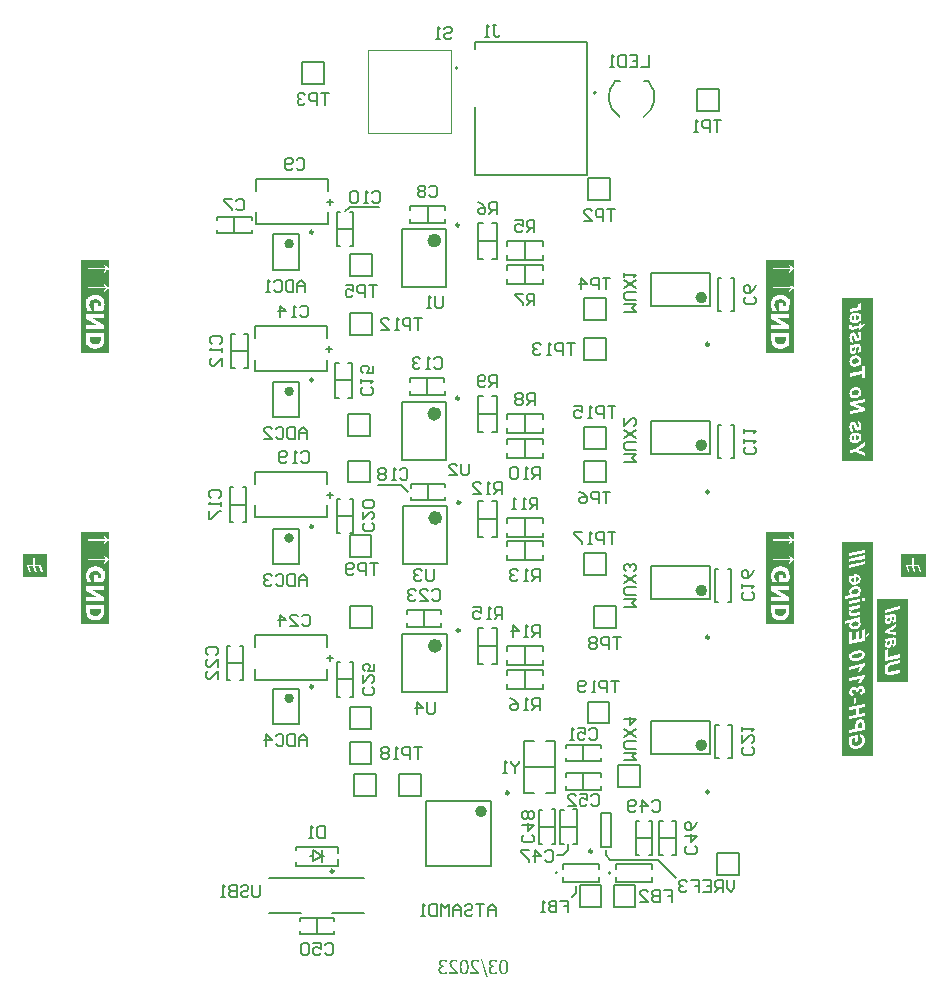
<source format=gbo>
%TF.GenerationSoftware,Altium Limited,Altium Designer,23.3.1 (30)*%
G04 Layer_Color=39423*
%FSLAX25Y25*%
%MOIN*%
%TF.SameCoordinates,891D3A3A-43D5-49D6-AFC7-0964E08A728C*%
%TF.FilePolarity,Positive*%
%TF.FileFunction,Legend,Bot*%
%TF.Part,Single*%
G01*
G75*
%TA.AperFunction,NonConductor*%
%ADD63C,0.00984*%
%ADD64C,0.00600*%
%ADD65C,0.01575*%
%ADD66C,0.00787*%
%ADD67C,0.01968*%
%ADD68C,0.02362*%
%ADD69C,0.00591*%
%ADD70C,0.00630*%
%ADD71C,0.00394*%
%ADD72C,0.00500*%
G36*
X150148Y-22835D02*
X141978D01*
Y-15256D01*
X150148D01*
Y-22835D01*
D02*
G37*
G36*
X106299Y-38583D02*
X96850D01*
Y-7874D01*
X106299D01*
Y-38583D01*
D02*
G37*
G36*
X-122047Y51968D02*
X-131496D01*
Y82677D01*
X-122047D01*
Y51968D01*
D02*
G37*
G36*
X6080Y-150368D02*
X6204Y-150376D01*
X6313Y-150390D01*
X6422Y-150405D01*
X6510Y-150427D01*
X6583Y-150441D01*
X6627Y-150449D01*
X6634Y-150456D01*
X6641D01*
X6765Y-150492D01*
X6874Y-150522D01*
X6969Y-150558D01*
X7049Y-150587D01*
X7115Y-150616D01*
X7159Y-150638D01*
X7188Y-150653D01*
X7195Y-150660D01*
Y-151323D01*
X7159D01*
X7093Y-151280D01*
X7028Y-151236D01*
X6976Y-151207D01*
X6969Y-151199D01*
X6962D01*
X6867Y-151148D01*
X6780Y-151105D01*
X6743Y-151083D01*
X6714Y-151076D01*
X6699Y-151061D01*
X6692D01*
X6568Y-151017D01*
X6510Y-150995D01*
X6459Y-150981D01*
X6415Y-150966D01*
X6386Y-150959D01*
X6364Y-150952D01*
X6357D01*
X6226Y-150923D01*
X6174Y-150915D01*
X6116D01*
X6080Y-150908D01*
X6014D01*
X5897Y-150915D01*
X5839Y-150923D01*
X5796D01*
X5759Y-150930D01*
X5723Y-150937D01*
X5708Y-150944D01*
X5701D01*
X5599Y-150974D01*
X5511Y-151010D01*
X5482Y-151032D01*
X5460Y-151047D01*
X5446Y-151054D01*
X5438Y-151061D01*
X5365Y-151127D01*
X5307Y-151192D01*
X5285Y-151221D01*
X5271Y-151243D01*
X5256Y-151258D01*
Y-151265D01*
X5212Y-151367D01*
X5190Y-151469D01*
X5183Y-151513D01*
Y-151549D01*
Y-151571D01*
Y-151579D01*
X5198Y-151717D01*
X5227Y-151834D01*
X5271Y-151936D01*
X5314Y-152016D01*
X5365Y-152082D01*
X5409Y-152133D01*
X5438Y-152162D01*
X5453Y-152169D01*
X5562Y-152235D01*
X5679Y-152286D01*
X5796Y-152322D01*
X5905Y-152344D01*
X6000Y-152359D01*
X6080Y-152373D01*
X6357D01*
Y-152898D01*
X6087D01*
X5934Y-152905D01*
X5868Y-152913D01*
X5810Y-152920D01*
X5759Y-152927D01*
X5723Y-152935D01*
X5701Y-152942D01*
X5693D01*
X5570Y-152978D01*
X5511Y-153000D01*
X5467Y-153022D01*
X5424Y-153044D01*
X5395Y-153059D01*
X5380Y-153066D01*
X5373Y-153073D01*
X5285Y-153153D01*
X5220Y-153241D01*
X5198Y-153277D01*
X5183Y-153306D01*
X5169Y-153328D01*
Y-153335D01*
X5139Y-153401D01*
X5125Y-153474D01*
X5110Y-153540D01*
X5096Y-153612D01*
Y-153671D01*
X5088Y-153715D01*
Y-153744D01*
Y-153758D01*
Y-153853D01*
X5103Y-153941D01*
X5110Y-154014D01*
X5125Y-154072D01*
X5139Y-154123D01*
X5147Y-154167D01*
X5161Y-154188D01*
Y-154196D01*
X5220Y-154312D01*
X5249Y-154363D01*
X5278Y-154414D01*
X5307Y-154451D01*
X5329Y-154480D01*
X5344Y-154495D01*
X5351Y-154502D01*
X5460Y-154589D01*
X5562Y-154655D01*
X5606Y-154677D01*
X5642Y-154692D01*
X5672Y-154706D01*
X5679D01*
X5825Y-154743D01*
X5890Y-154750D01*
X5949Y-154757D01*
X6000Y-154764D01*
X6072D01*
X6196Y-154757D01*
X6320Y-154743D01*
X6437Y-154721D01*
X6539Y-154699D01*
X6627Y-154677D01*
X6692Y-154655D01*
X6736Y-154640D01*
X6743Y-154633D01*
X6751D01*
X6867Y-154582D01*
X6976Y-154531D01*
X7064Y-154487D01*
X7144Y-154444D01*
X7202Y-154407D01*
X7246Y-154378D01*
X7275Y-154356D01*
X7283Y-154349D01*
X7326D01*
Y-155019D01*
X7232Y-155063D01*
X7137Y-155107D01*
X7042Y-155136D01*
X6947Y-155165D01*
X6867Y-155194D01*
X6802Y-155209D01*
X6758Y-155216D01*
X6751Y-155224D01*
X6743D01*
X6612Y-155253D01*
X6481Y-155275D01*
X6357Y-155289D01*
X6255Y-155297D01*
X6160Y-155304D01*
X6087Y-155311D01*
X6029D01*
X5890Y-155304D01*
X5766Y-155297D01*
X5657Y-155275D01*
X5555Y-155253D01*
X5475Y-155238D01*
X5416Y-155216D01*
X5380Y-155209D01*
X5365Y-155202D01*
X5263Y-155158D01*
X5161Y-155107D01*
X5081Y-155049D01*
X5001Y-154998D01*
X4942Y-154947D01*
X4899Y-154910D01*
X4870Y-154881D01*
X4862Y-154874D01*
X4789Y-154794D01*
X4731Y-154713D01*
X4680Y-154633D01*
X4636Y-154560D01*
X4600Y-154495D01*
X4578Y-154444D01*
X4563Y-154414D01*
X4556Y-154400D01*
X4520Y-154298D01*
X4491Y-154196D01*
X4469Y-154094D01*
X4454Y-154006D01*
X4447Y-153926D01*
X4439Y-153860D01*
Y-153824D01*
Y-153809D01*
X4447Y-153700D01*
X4454Y-153598D01*
X4469Y-153503D01*
X4483Y-153430D01*
X4505Y-153365D01*
X4520Y-153321D01*
X4527Y-153292D01*
X4534Y-153285D01*
X4571Y-153204D01*
X4614Y-153139D01*
X4651Y-153073D01*
X4687Y-153022D01*
X4724Y-152986D01*
X4753Y-152949D01*
X4768Y-152935D01*
X4775Y-152927D01*
X4884Y-152840D01*
X4986Y-152774D01*
X5030Y-152752D01*
X5066Y-152738D01*
X5088Y-152723D01*
X5096D01*
X5220Y-152679D01*
X5271Y-152657D01*
X5322Y-152643D01*
X5358Y-152636D01*
X5387Y-152628D01*
X5409Y-152621D01*
X5416D01*
Y-152577D01*
X5285Y-152541D01*
X5169Y-152483D01*
X5059Y-152424D01*
X4972Y-152359D01*
X4899Y-152300D01*
X4840Y-152249D01*
X4811Y-152220D01*
X4797Y-152206D01*
X4709Y-152089D01*
X4644Y-151972D01*
X4600Y-151856D01*
X4563Y-151746D01*
X4549Y-151652D01*
X4542Y-151579D01*
X4534Y-151549D01*
Y-151528D01*
Y-151520D01*
Y-151513D01*
X4542Y-151404D01*
X4549Y-151309D01*
X4571Y-151221D01*
X4585Y-151148D01*
X4607Y-151090D01*
X4629Y-151039D01*
X4636Y-151010D01*
X4644Y-151003D01*
X4687Y-150923D01*
X4738Y-150850D01*
X4789Y-150791D01*
X4848Y-150733D01*
X4891Y-150689D01*
X4928Y-150660D01*
X4957Y-150638D01*
X4964Y-150631D01*
X5110Y-150543D01*
X5183Y-150507D01*
X5249Y-150478D01*
X5307Y-150456D01*
X5351Y-150441D01*
X5380Y-150427D01*
X5395D01*
X5489Y-150405D01*
X5584Y-150390D01*
X5679Y-150376D01*
X5766Y-150368D01*
X5839Y-150361D01*
X5956D01*
X6080Y-150368D01*
D02*
G37*
G36*
X29D02*
X146Y-150376D01*
X262Y-150390D01*
X364Y-150405D01*
X452Y-150427D01*
X518Y-150441D01*
X561Y-150449D01*
X569Y-150456D01*
X576D01*
X700Y-150492D01*
X809Y-150529D01*
X904Y-150558D01*
X977Y-150587D01*
X1042Y-150616D01*
X1086Y-150638D01*
X1115Y-150645D01*
X1123Y-150653D01*
Y-151323D01*
X1093D01*
X1028Y-151280D01*
X962Y-151243D01*
X933Y-151229D01*
X911Y-151214D01*
X897Y-151199D01*
X889D01*
X795Y-151141D01*
X714Y-151098D01*
X685Y-151083D01*
X656Y-151068D01*
X641Y-151061D01*
X634D01*
X510Y-151017D01*
X459Y-150995D01*
X408Y-150981D01*
X364Y-150966D01*
X328Y-150959D01*
X306Y-150952D01*
X299D01*
X168Y-150923D01*
X117Y-150915D01*
X58D01*
X22Y-150908D01*
X-44D01*
X-168Y-150915D01*
X-226Y-150923D01*
X-270Y-150930D01*
X-306Y-150944D01*
X-343Y-150952D01*
X-357Y-150959D01*
X-365D01*
X-467Y-151003D01*
X-554Y-151054D01*
X-583Y-151068D01*
X-605Y-151090D01*
X-620Y-151098D01*
X-627Y-151105D01*
X-700Y-151185D01*
X-751Y-151265D01*
X-765Y-151302D01*
X-780Y-151323D01*
X-795Y-151345D01*
Y-151353D01*
X-831Y-151469D01*
X-853Y-151586D01*
X-860Y-151630D01*
Y-151666D01*
Y-151695D01*
Y-151702D01*
X-853Y-151841D01*
X-831Y-151980D01*
X-795Y-152103D01*
X-758Y-152213D01*
X-722Y-152308D01*
X-685Y-152381D01*
X-678Y-152410D01*
X-663Y-152431D01*
X-656Y-152439D01*
Y-152446D01*
X-612Y-152519D01*
X-569Y-152592D01*
X-459Y-152745D01*
X-335Y-152905D01*
X-212Y-153059D01*
X-102Y-153190D01*
X-51Y-153248D01*
X-7Y-153299D01*
X29Y-153343D01*
X58Y-153372D01*
X73Y-153394D01*
X80Y-153401D01*
X182Y-153510D01*
X277Y-153612D01*
X372Y-153707D01*
X459Y-153795D01*
X532Y-153868D01*
X583Y-153919D01*
X620Y-153955D01*
X634Y-153970D01*
X846Y-154174D01*
X940Y-154276D01*
X1035Y-154363D01*
X1108Y-154436D01*
X1174Y-154495D01*
X1210Y-154531D01*
X1217Y-154538D01*
X1225Y-154546D01*
Y-155209D01*
X-1706D01*
Y-154662D01*
X634D01*
X547Y-154582D01*
X452Y-154495D01*
X350Y-154400D01*
X255Y-154312D01*
X175Y-154239D01*
X102Y-154174D01*
X58Y-154130D01*
X51Y-154123D01*
X44Y-154115D01*
X-95Y-153984D01*
X-219Y-153860D01*
X-335Y-153744D01*
X-430Y-153642D01*
X-510Y-153554D01*
X-576Y-153496D01*
X-612Y-153452D01*
X-627Y-153438D01*
X-758Y-153292D01*
X-817Y-153226D01*
X-868Y-153161D01*
X-911Y-153110D01*
X-948Y-153073D01*
X-970Y-153044D01*
X-977Y-153037D01*
X-1094Y-152884D01*
X-1137Y-152818D01*
X-1181Y-152752D01*
X-1218Y-152701D01*
X-1239Y-152657D01*
X-1254Y-152628D01*
X-1261Y-152621D01*
X-1341Y-152468D01*
X-1371Y-152395D01*
X-1400Y-152330D01*
X-1414Y-152278D01*
X-1429Y-152227D01*
X-1443Y-152198D01*
Y-152191D01*
X-1480Y-152009D01*
X-1495Y-151921D01*
X-1502Y-151841D01*
X-1509Y-151776D01*
Y-151717D01*
Y-151688D01*
Y-151673D01*
X-1502Y-151564D01*
X-1495Y-151462D01*
X-1451Y-151265D01*
X-1393Y-151105D01*
X-1320Y-150966D01*
X-1283Y-150908D01*
X-1247Y-150864D01*
X-1218Y-150821D01*
X-1188Y-150784D01*
X-1166Y-150755D01*
X-1145Y-150733D01*
X-1137Y-150726D01*
X-1130Y-150718D01*
X-1057Y-150653D01*
X-977Y-150602D01*
X-897Y-150551D01*
X-809Y-150514D01*
X-634Y-150449D01*
X-467Y-150405D01*
X-321Y-150383D01*
X-255Y-150368D01*
X-197D01*
X-153Y-150361D01*
X-88D01*
X29Y-150368D01*
D02*
G37*
G36*
X-7101D02*
X-6984Y-150376D01*
X-6867Y-150390D01*
X-6765Y-150405D01*
X-6678Y-150427D01*
X-6612Y-150441D01*
X-6568Y-150449D01*
X-6561Y-150456D01*
X-6554D01*
X-6430Y-150492D01*
X-6320Y-150529D01*
X-6226Y-150558D01*
X-6153Y-150587D01*
X-6087Y-150616D01*
X-6044Y-150638D01*
X-6014Y-150645D01*
X-6007Y-150653D01*
Y-151323D01*
X-6036D01*
X-6102Y-151280D01*
X-6167Y-151243D01*
X-6197Y-151229D01*
X-6218Y-151214D01*
X-6233Y-151199D01*
X-6240D01*
X-6335Y-151141D01*
X-6415Y-151098D01*
X-6444Y-151083D01*
X-6474Y-151068D01*
X-6488Y-151061D01*
X-6496D01*
X-6619Y-151017D01*
X-6670Y-150995D01*
X-6722Y-150981D01*
X-6765Y-150966D01*
X-6802Y-150959D01*
X-6824Y-150952D01*
X-6831D01*
X-6962Y-150923D01*
X-7013Y-150915D01*
X-7071D01*
X-7108Y-150908D01*
X-7173D01*
X-7297Y-150915D01*
X-7356Y-150923D01*
X-7399Y-150930D01*
X-7436Y-150944D01*
X-7472Y-150952D01*
X-7487Y-150959D01*
X-7494D01*
X-7596Y-151003D01*
X-7684Y-151054D01*
X-7713Y-151068D01*
X-7735Y-151090D01*
X-7749Y-151098D01*
X-7757Y-151105D01*
X-7829Y-151185D01*
X-7881Y-151265D01*
X-7895Y-151302D01*
X-7910Y-151323D01*
X-7924Y-151345D01*
Y-151353D01*
X-7961Y-151469D01*
X-7983Y-151586D01*
X-7990Y-151630D01*
Y-151666D01*
Y-151695D01*
Y-151702D01*
X-7983Y-151841D01*
X-7961Y-151980D01*
X-7924Y-152103D01*
X-7888Y-152213D01*
X-7851Y-152308D01*
X-7815Y-152381D01*
X-7808Y-152410D01*
X-7793Y-152431D01*
X-7786Y-152439D01*
Y-152446D01*
X-7742Y-152519D01*
X-7698Y-152592D01*
X-7589Y-152745D01*
X-7465Y-152905D01*
X-7341Y-153059D01*
X-7232Y-153190D01*
X-7181Y-153248D01*
X-7137Y-153299D01*
X-7101Y-153343D01*
X-7071Y-153372D01*
X-7057Y-153394D01*
X-7050Y-153401D01*
X-6948Y-153510D01*
X-6853Y-153612D01*
X-6758Y-153707D01*
X-6670Y-153795D01*
X-6598Y-153868D01*
X-6547Y-153919D01*
X-6510Y-153955D01*
X-6496Y-153970D01*
X-6284Y-154174D01*
X-6189Y-154276D01*
X-6095Y-154363D01*
X-6022Y-154436D01*
X-5956Y-154495D01*
X-5920Y-154531D01*
X-5912Y-154538D01*
X-5905Y-154546D01*
Y-155209D01*
X-8836D01*
Y-154662D01*
X-6496D01*
X-6583Y-154582D01*
X-6678Y-154495D01*
X-6780Y-154400D01*
X-6875Y-154312D01*
X-6955Y-154239D01*
X-7028Y-154174D01*
X-7071Y-154130D01*
X-7079Y-154123D01*
X-7086Y-154115D01*
X-7225Y-153984D01*
X-7348Y-153860D01*
X-7465Y-153744D01*
X-7560Y-153642D01*
X-7640Y-153554D01*
X-7706Y-153496D01*
X-7742Y-153452D01*
X-7757Y-153438D01*
X-7888Y-153292D01*
X-7946Y-153226D01*
X-7997Y-153161D01*
X-8041Y-153110D01*
X-8077Y-153073D01*
X-8099Y-153044D01*
X-8107Y-153037D01*
X-8223Y-152884D01*
X-8267Y-152818D01*
X-8311Y-152752D01*
X-8347Y-152701D01*
X-8369Y-152657D01*
X-8384Y-152628D01*
X-8391Y-152621D01*
X-8471Y-152468D01*
X-8500Y-152395D01*
X-8529Y-152330D01*
X-8544Y-152278D01*
X-8558Y-152227D01*
X-8573Y-152198D01*
Y-152191D01*
X-8610Y-152009D01*
X-8624Y-151921D01*
X-8631Y-151841D01*
X-8639Y-151776D01*
Y-151717D01*
Y-151688D01*
Y-151673D01*
X-8631Y-151564D01*
X-8624Y-151462D01*
X-8580Y-151265D01*
X-8522Y-151105D01*
X-8449Y-150966D01*
X-8413Y-150908D01*
X-8376Y-150864D01*
X-8347Y-150821D01*
X-8318Y-150784D01*
X-8296Y-150755D01*
X-8274Y-150733D01*
X-8267Y-150726D01*
X-8260Y-150718D01*
X-8187Y-150653D01*
X-8107Y-150602D01*
X-8026Y-150551D01*
X-7939Y-150514D01*
X-7764Y-150449D01*
X-7596Y-150405D01*
X-7451Y-150383D01*
X-7385Y-150368D01*
X-7327D01*
X-7283Y-150361D01*
X-7217D01*
X-7101Y-150368D01*
D02*
G37*
G36*
X-10673D02*
X-10549Y-150376D01*
X-10439Y-150390D01*
X-10330Y-150405D01*
X-10243Y-150427D01*
X-10170Y-150441D01*
X-10126Y-150449D01*
X-10119Y-150456D01*
X-10111D01*
X-9987Y-150492D01*
X-9878Y-150522D01*
X-9783Y-150558D01*
X-9703Y-150587D01*
X-9638Y-150616D01*
X-9594Y-150638D01*
X-9565Y-150653D01*
X-9557Y-150660D01*
Y-151323D01*
X-9594D01*
X-9659Y-151280D01*
X-9725Y-151236D01*
X-9776Y-151207D01*
X-9783Y-151199D01*
X-9791D01*
X-9885Y-151148D01*
X-9973Y-151105D01*
X-10009Y-151083D01*
X-10038Y-151076D01*
X-10053Y-151061D01*
X-10060D01*
X-10184Y-151017D01*
X-10243Y-150995D01*
X-10294Y-150981D01*
X-10337Y-150966D01*
X-10367Y-150959D01*
X-10388Y-150952D01*
X-10396D01*
X-10527Y-150923D01*
X-10578Y-150915D01*
X-10636D01*
X-10673Y-150908D01*
X-10738D01*
X-10855Y-150915D01*
X-10913Y-150923D01*
X-10957D01*
X-10993Y-150930D01*
X-11030Y-150937D01*
X-11044Y-150944D01*
X-11052D01*
X-11154Y-150974D01*
X-11241Y-151010D01*
X-11270Y-151032D01*
X-11292Y-151047D01*
X-11307Y-151054D01*
X-11314Y-151061D01*
X-11387Y-151127D01*
X-11445Y-151192D01*
X-11467Y-151221D01*
X-11482Y-151243D01*
X-11496Y-151258D01*
Y-151265D01*
X-11540Y-151367D01*
X-11562Y-151469D01*
X-11569Y-151513D01*
Y-151549D01*
Y-151571D01*
Y-151579D01*
X-11555Y-151717D01*
X-11526Y-151834D01*
X-11482Y-151936D01*
X-11438Y-152016D01*
X-11387Y-152082D01*
X-11343Y-152133D01*
X-11314Y-152162D01*
X-11300Y-152169D01*
X-11190Y-152235D01*
X-11074Y-152286D01*
X-10957Y-152322D01*
X-10848Y-152344D01*
X-10753Y-152359D01*
X-10673Y-152373D01*
X-10396D01*
Y-152898D01*
X-10665D01*
X-10818Y-152905D01*
X-10884Y-152913D01*
X-10942Y-152920D01*
X-10993Y-152927D01*
X-11030Y-152935D01*
X-11052Y-152942D01*
X-11059D01*
X-11183Y-152978D01*
X-11241Y-153000D01*
X-11285Y-153022D01*
X-11329Y-153044D01*
X-11358Y-153059D01*
X-11372Y-153066D01*
X-11380Y-153073D01*
X-11467Y-153153D01*
X-11533Y-153241D01*
X-11555Y-153277D01*
X-11569Y-153306D01*
X-11584Y-153328D01*
Y-153335D01*
X-11613Y-153401D01*
X-11628Y-153474D01*
X-11642Y-153540D01*
X-11657Y-153612D01*
Y-153671D01*
X-11664Y-153715D01*
Y-153744D01*
Y-153758D01*
Y-153853D01*
X-11649Y-153941D01*
X-11642Y-154014D01*
X-11628Y-154072D01*
X-11613Y-154123D01*
X-11606Y-154167D01*
X-11591Y-154188D01*
Y-154196D01*
X-11533Y-154312D01*
X-11504Y-154363D01*
X-11474Y-154414D01*
X-11445Y-154451D01*
X-11423Y-154480D01*
X-11409Y-154495D01*
X-11402Y-154502D01*
X-11292Y-154589D01*
X-11190Y-154655D01*
X-11146Y-154677D01*
X-11110Y-154692D01*
X-11081Y-154706D01*
X-11074D01*
X-10928Y-154743D01*
X-10862Y-154750D01*
X-10804Y-154757D01*
X-10753Y-154764D01*
X-10680D01*
X-10556Y-154757D01*
X-10432Y-154743D01*
X-10315Y-154721D01*
X-10213Y-154699D01*
X-10126Y-154677D01*
X-10060Y-154655D01*
X-10017Y-154640D01*
X-10009Y-154633D01*
X-10002D01*
X-9885Y-154582D01*
X-9776Y-154531D01*
X-9689Y-154487D01*
X-9608Y-154444D01*
X-9550Y-154407D01*
X-9506Y-154378D01*
X-9477Y-154356D01*
X-9470Y-154349D01*
X-9426D01*
Y-155019D01*
X-9521Y-155063D01*
X-9616Y-155107D01*
X-9710Y-155136D01*
X-9805Y-155165D01*
X-9885Y-155194D01*
X-9951Y-155209D01*
X-9995Y-155216D01*
X-10002Y-155224D01*
X-10009D01*
X-10141Y-155253D01*
X-10272Y-155275D01*
X-10396Y-155289D01*
X-10498Y-155297D01*
X-10592Y-155304D01*
X-10665Y-155311D01*
X-10724D01*
X-10862Y-155304D01*
X-10986Y-155297D01*
X-11095Y-155275D01*
X-11197Y-155253D01*
X-11278Y-155238D01*
X-11336Y-155216D01*
X-11372Y-155209D01*
X-11387Y-155202D01*
X-11489Y-155158D01*
X-11591Y-155107D01*
X-11671Y-155049D01*
X-11752Y-154998D01*
X-11810Y-154947D01*
X-11854Y-154910D01*
X-11883Y-154881D01*
X-11890Y-154874D01*
X-11963Y-154794D01*
X-12021Y-154713D01*
X-12072Y-154633D01*
X-12116Y-154560D01*
X-12152Y-154495D01*
X-12174Y-154444D01*
X-12189Y-154414D01*
X-12196Y-154400D01*
X-12233Y-154298D01*
X-12262Y-154196D01*
X-12284Y-154094D01*
X-12298Y-154006D01*
X-12306Y-153926D01*
X-12313Y-153860D01*
Y-153824D01*
Y-153809D01*
X-12306Y-153700D01*
X-12298Y-153598D01*
X-12284Y-153503D01*
X-12269Y-153430D01*
X-12247Y-153365D01*
X-12233Y-153321D01*
X-12225Y-153292D01*
X-12218Y-153285D01*
X-12182Y-153204D01*
X-12138Y-153139D01*
X-12101Y-153073D01*
X-12065Y-153022D01*
X-12029Y-152986D01*
X-11999Y-152949D01*
X-11985Y-152935D01*
X-11977Y-152927D01*
X-11868Y-152840D01*
X-11766Y-152774D01*
X-11722Y-152752D01*
X-11686Y-152738D01*
X-11664Y-152723D01*
X-11657D01*
X-11533Y-152679D01*
X-11482Y-152657D01*
X-11431Y-152643D01*
X-11394Y-152636D01*
X-11365Y-152628D01*
X-11343Y-152621D01*
X-11336D01*
Y-152577D01*
X-11467Y-152541D01*
X-11584Y-152483D01*
X-11693Y-152424D01*
X-11781Y-152359D01*
X-11854Y-152300D01*
X-11912Y-152249D01*
X-11941Y-152220D01*
X-11956Y-152206D01*
X-12043Y-152089D01*
X-12109Y-151972D01*
X-12152Y-151856D01*
X-12189Y-151746D01*
X-12203Y-151652D01*
X-12211Y-151579D01*
X-12218Y-151549D01*
Y-151528D01*
Y-151520D01*
Y-151513D01*
X-12211Y-151404D01*
X-12203Y-151309D01*
X-12182Y-151221D01*
X-12167Y-151148D01*
X-12145Y-151090D01*
X-12123Y-151039D01*
X-12116Y-151010D01*
X-12109Y-151003D01*
X-12065Y-150923D01*
X-12014Y-150850D01*
X-11963Y-150791D01*
X-11905Y-150733D01*
X-11861Y-150689D01*
X-11824Y-150660D01*
X-11795Y-150638D01*
X-11788Y-150631D01*
X-11642Y-150543D01*
X-11569Y-150507D01*
X-11504Y-150478D01*
X-11445Y-150456D01*
X-11402Y-150441D01*
X-11372Y-150427D01*
X-11358D01*
X-11263Y-150405D01*
X-11168Y-150390D01*
X-11074Y-150376D01*
X-10986Y-150368D01*
X-10913Y-150361D01*
X-10797D01*
X-10673Y-150368D01*
D02*
G37*
G36*
X9557D02*
X9688Y-150383D01*
X9812Y-150419D01*
X9929Y-150456D01*
X10031Y-150500D01*
X10126Y-150551D01*
X10213Y-150602D01*
X10286Y-150660D01*
X10352Y-150718D01*
X10410Y-150769D01*
X10461Y-150821D01*
X10498Y-150864D01*
X10534Y-150901D01*
X10556Y-150930D01*
X10563Y-150952D01*
X10570Y-150959D01*
X10636Y-151076D01*
X10687Y-151214D01*
X10738Y-151353D01*
X10782Y-151506D01*
X10847Y-151819D01*
X10891Y-152125D01*
X10906Y-152271D01*
X10913Y-152402D01*
X10920Y-152526D01*
X10928Y-152628D01*
X10935Y-152716D01*
Y-152781D01*
Y-152825D01*
Y-152832D01*
Y-152840D01*
X10928Y-153066D01*
X10920Y-153277D01*
X10898Y-153474D01*
X10877Y-153664D01*
X10847Y-153831D01*
X10818Y-153984D01*
X10789Y-154123D01*
X10753Y-154239D01*
X10716Y-154349D01*
X10687Y-154444D01*
X10658Y-154524D01*
X10629Y-154589D01*
X10607Y-154640D01*
X10585Y-154677D01*
X10578Y-154699D01*
X10570Y-154706D01*
X10498Y-154815D01*
X10417Y-154903D01*
X10330Y-154983D01*
X10235Y-155056D01*
X10140Y-155114D01*
X10046Y-155165D01*
X9951Y-155202D01*
X9856Y-155238D01*
X9769Y-155260D01*
X9688Y-155282D01*
X9615Y-155289D01*
X9550Y-155304D01*
X9492D01*
X9455Y-155311D01*
X9419D01*
X9280Y-155304D01*
X9149Y-155282D01*
X9025Y-155253D01*
X8916Y-155216D01*
X8813Y-155173D01*
X8719Y-155122D01*
X8631Y-155070D01*
X8558Y-155012D01*
X8493Y-154954D01*
X8434Y-154903D01*
X8383Y-154852D01*
X8347Y-154808D01*
X8310Y-154772D01*
X8289Y-154735D01*
X8281Y-154721D01*
X8274Y-154713D01*
X8208Y-154597D01*
X8150Y-154458D01*
X8099Y-154320D01*
X8055Y-154167D01*
X7990Y-153860D01*
X7946Y-153554D01*
X7931Y-153408D01*
X7924Y-153277D01*
X7917Y-153153D01*
X7910Y-153051D01*
X7902Y-152964D01*
Y-152898D01*
Y-152854D01*
Y-152840D01*
X7910Y-152614D01*
X7917Y-152402D01*
X7939Y-152206D01*
X7961Y-152023D01*
X7990Y-151856D01*
X8019Y-151710D01*
X8055Y-151571D01*
X8084Y-151447D01*
X8121Y-151338D01*
X8157Y-151243D01*
X8187Y-151163D01*
X8216Y-151098D01*
X8238Y-151047D01*
X8259Y-151010D01*
X8267Y-150988D01*
X8274Y-150981D01*
X8347Y-150872D01*
X8427Y-150777D01*
X8515Y-150697D01*
X8609Y-150624D01*
X8704Y-150565D01*
X8799Y-150514D01*
X8894Y-150470D01*
X8981Y-150441D01*
X9069Y-150412D01*
X9149Y-150390D01*
X9229Y-150383D01*
X9287Y-150368D01*
X9346D01*
X9382Y-150361D01*
X9419D01*
X9557Y-150368D01*
D02*
G37*
G36*
X-3630D02*
X-3499Y-150383D01*
X-3375Y-150419D01*
X-3259Y-150456D01*
X-3157Y-150500D01*
X-3062Y-150551D01*
X-2974Y-150602D01*
X-2902Y-150660D01*
X-2836Y-150718D01*
X-2778Y-150769D01*
X-2726Y-150821D01*
X-2690Y-150864D01*
X-2654Y-150901D01*
X-2632Y-150930D01*
X-2624Y-150952D01*
X-2617Y-150959D01*
X-2552Y-151076D01*
X-2501Y-151214D01*
X-2450Y-151353D01*
X-2406Y-151506D01*
X-2340Y-151819D01*
X-2296Y-152125D01*
X-2282Y-152271D01*
X-2275Y-152402D01*
X-2267Y-152526D01*
X-2260Y-152628D01*
X-2253Y-152716D01*
Y-152781D01*
Y-152825D01*
Y-152832D01*
Y-152840D01*
X-2260Y-153066D01*
X-2267Y-153277D01*
X-2289Y-153474D01*
X-2311Y-153664D01*
X-2340Y-153831D01*
X-2369Y-153984D01*
X-2399Y-154123D01*
X-2435Y-154239D01*
X-2471Y-154349D01*
X-2501Y-154444D01*
X-2530Y-154524D01*
X-2559Y-154589D01*
X-2581Y-154640D01*
X-2603Y-154677D01*
X-2610Y-154699D01*
X-2617Y-154706D01*
X-2690Y-154815D01*
X-2770Y-154903D01*
X-2858Y-154983D01*
X-2953Y-155056D01*
X-3047Y-155114D01*
X-3142Y-155165D01*
X-3237Y-155202D01*
X-3332Y-155238D01*
X-3419Y-155260D01*
X-3499Y-155282D01*
X-3572Y-155289D01*
X-3638Y-155304D01*
X-3696D01*
X-3733Y-155311D01*
X-3769D01*
X-3907Y-155304D01*
X-4039Y-155282D01*
X-4163Y-155253D01*
X-4272Y-155216D01*
X-4374Y-155173D01*
X-4469Y-155122D01*
X-4556Y-155070D01*
X-4629Y-155012D01*
X-4695Y-154954D01*
X-4753Y-154903D01*
X-4804Y-154852D01*
X-4841Y-154808D01*
X-4877Y-154772D01*
X-4899Y-154735D01*
X-4906Y-154721D01*
X-4913Y-154713D01*
X-4979Y-154597D01*
X-5037Y-154458D01*
X-5088Y-154320D01*
X-5132Y-154167D01*
X-5198Y-153860D01*
X-5242Y-153554D01*
X-5256Y-153408D01*
X-5263Y-153277D01*
X-5271Y-153153D01*
X-5278Y-153051D01*
X-5285Y-152964D01*
Y-152898D01*
Y-152854D01*
Y-152840D01*
X-5278Y-152614D01*
X-5271Y-152402D01*
X-5249Y-152206D01*
X-5227Y-152023D01*
X-5198Y-151856D01*
X-5169Y-151710D01*
X-5132Y-151571D01*
X-5103Y-151447D01*
X-5067Y-151338D01*
X-5030Y-151243D01*
X-5001Y-151163D01*
X-4972Y-151098D01*
X-4950Y-151047D01*
X-4928Y-151010D01*
X-4921Y-150988D01*
X-4913Y-150981D01*
X-4841Y-150872D01*
X-4761Y-150777D01*
X-4673Y-150697D01*
X-4578Y-150624D01*
X-4483Y-150565D01*
X-4389Y-150514D01*
X-4294Y-150470D01*
X-4206Y-150441D01*
X-4119Y-150412D01*
X-4039Y-150390D01*
X-3959Y-150383D01*
X-3900Y-150368D01*
X-3842D01*
X-3805Y-150361D01*
X-3769D01*
X-3630Y-150368D01*
D02*
G37*
G36*
X4141Y-156244D02*
X3608D01*
X1742Y-150252D01*
X2289D01*
X4141Y-156244D01*
D02*
G37*
G36*
X106299Y80113D02*
X106281Y80122D01*
X106235Y80141D01*
X106172Y80177D01*
X106081Y80223D01*
X105962Y80286D01*
X105844Y80359D01*
X105707Y80450D01*
X105561Y80560D01*
X105543Y80578D01*
X105488Y80614D01*
X105415Y80687D01*
X105306Y80778D01*
X105170Y80906D01*
X105015Y81061D01*
X104842Y81234D01*
X104650Y81443D01*
X106299D01*
Y80113D01*
D02*
G37*
G36*
Y78574D02*
X104641D01*
X104650Y78583D01*
X104659Y78601D01*
X104687Y78628D01*
X104723Y78665D01*
X104823Y78774D01*
X104942Y78902D01*
X105088Y79038D01*
X105233Y79184D01*
X105379Y79321D01*
X105525Y79448D01*
X105543Y79457D01*
X105589Y79494D01*
X105661Y79549D01*
X105762Y79621D01*
X105880Y79694D01*
X106008Y79776D01*
X106153Y79858D01*
X106299Y79931D01*
Y78574D01*
D02*
G37*
G36*
Y81443D02*
X104350D01*
Y81434D01*
X104359Y81425D01*
X104386Y81371D01*
X104432Y81279D01*
X104486Y81179D01*
X104541Y81079D01*
X104596Y80970D01*
X104659Y80869D01*
X104705Y80787D01*
X104714Y80778D01*
X104732Y80751D01*
X104760Y80705D01*
X104805Y80642D01*
X104860Y80560D01*
X104933Y80469D01*
X105024Y80350D01*
X105124Y80213D01*
X99266D01*
Y79804D01*
X105124D01*
X105115Y79794D01*
X105106Y79785D01*
X105088Y79758D01*
X105051Y79722D01*
X105015Y79676D01*
X104978Y79621D01*
X104924Y79558D01*
X104869Y79485D01*
X104814Y79403D01*
X104751Y79312D01*
X104687Y79211D01*
X104623Y79102D01*
X104486Y78856D01*
X104350Y78574D01*
X99266D01*
X106299D01*
Y74975D01*
D01*
Y73645D01*
X106281Y73654D01*
X106235Y73672D01*
X106172Y73709D01*
X106081Y73755D01*
X105962Y73818D01*
X105844Y73891D01*
X105707Y73982D01*
X105561Y74092D01*
X105543Y74110D01*
X105488Y74146D01*
X105415Y74219D01*
X105306Y74310D01*
X105170Y74438D01*
X105015Y74593D01*
X104842Y74766D01*
X104650Y74975D01*
X105060D01*
X104350D01*
Y74966D01*
X104359Y74957D01*
X104386Y74902D01*
X104432Y74811D01*
X104486Y74711D01*
X104541Y74611D01*
X104596Y74502D01*
X104659Y74401D01*
X104705Y74319D01*
X104714Y74310D01*
X104732Y74283D01*
X104760Y74237D01*
X104805Y74174D01*
X104860Y74092D01*
X104933Y74001D01*
X105024Y73882D01*
X105124Y73745D01*
X99266D01*
Y73335D01*
X105124D01*
X105115Y73326D01*
X105106Y73317D01*
X105088Y73290D01*
X105051Y73253D01*
X105015Y73208D01*
X104978Y73153D01*
X104924Y73089D01*
X104869Y73017D01*
X104814Y72935D01*
X104751Y72843D01*
X104687Y72743D01*
X104623Y72634D01*
X104486Y72388D01*
X104350Y72106D01*
X99266D01*
X106299D01*
Y51968D01*
X96850D01*
Y82677D01*
X106299D01*
Y81443D01*
D02*
G37*
G36*
Y72106D02*
X104641D01*
X104650Y72115D01*
X104659Y72133D01*
X104687Y72160D01*
X104723Y72197D01*
X104823Y72306D01*
X104942Y72434D01*
X105088Y72570D01*
X105233Y72716D01*
X105379Y72853D01*
X105525Y72980D01*
X105543Y72989D01*
X105589Y73026D01*
X105661Y73080D01*
X105762Y73153D01*
X105880Y73226D01*
X106008Y73308D01*
X106153Y73390D01*
X106299Y73463D01*
Y72106D01*
D02*
G37*
G36*
X144291Y-57874D02*
X133858D01*
Y-30315D01*
X144291D01*
Y-57874D01*
D02*
G37*
G36*
X132480Y-82677D02*
X122047D01*
Y-11122D01*
X132480D01*
Y-82677D01*
D02*
G37*
G36*
X132480Y15748D02*
X122047D01*
Y70276D01*
X132480D01*
Y15748D01*
D02*
G37*
G36*
X-122047Y-38583D02*
X-131496D01*
Y-7874D01*
X-122047D01*
Y-38583D01*
D02*
G37*
G36*
X-142766Y-22835D02*
X-150935D01*
Y-15256D01*
X-142766D01*
Y-22835D01*
D02*
G37*
%LPC*%
G36*
X146121Y-16412D02*
X145575D01*
Y-18709D01*
X143475D01*
X144131Y-21245D01*
X144678D01*
X144146Y-19248D01*
X145582D01*
X146114Y-21245D01*
X146668D01*
X146129Y-19248D01*
X147572D01*
X148104Y-21245D01*
X148651D01*
X147995Y-18709D01*
X146121D01*
Y-16412D01*
D02*
G37*
G36*
X104650Y-9108D02*
X104350D01*
Y-9117D01*
X104359Y-9126D01*
X104386Y-9181D01*
X104432Y-9272D01*
X104486Y-9372D01*
X104541Y-9472D01*
X104596Y-9582D01*
X104659Y-9682D01*
X104705Y-9764D01*
X104714Y-9773D01*
X104732Y-9800D01*
X104760Y-9846D01*
X104805Y-9910D01*
X104860Y-9991D01*
X104933Y-10083D01*
X105024Y-10201D01*
X105124Y-10338D01*
X99266D01*
Y-9108D01*
X99266D01*
X99266D01*
Y-11977D01*
Y-10748D01*
X105124D01*
X105115Y-10757D01*
X105106Y-10766D01*
X105088Y-10793D01*
X105051Y-10830D01*
X105015Y-10875D01*
X104978Y-10930D01*
X104924Y-10994D01*
X104869Y-11067D01*
X104814Y-11148D01*
X104751Y-11240D01*
X104687Y-11340D01*
X104623Y-11449D01*
X104486Y-11695D01*
X104350Y-11977D01*
X99266D01*
X106299D01*
X104641D01*
X104650Y-11968D01*
X104659Y-11950D01*
X104687Y-11923D01*
X104723Y-11886D01*
X104823Y-11777D01*
X104942Y-11649D01*
X105088Y-11513D01*
X105233Y-11367D01*
X105379Y-11231D01*
X105525Y-11103D01*
X105543Y-11094D01*
X105589Y-11057D01*
X105661Y-11003D01*
X105762Y-10930D01*
X105880Y-10857D01*
X106008Y-10775D01*
X106153Y-10693D01*
X106299Y-10620D01*
Y-10438D01*
X106281Y-10429D01*
X106235Y-10411D01*
X106172Y-10374D01*
X106081Y-10329D01*
X105962Y-10265D01*
X105844Y-10192D01*
X105707Y-10101D01*
X105561Y-9991D01*
X105543Y-9973D01*
X105488Y-9937D01*
X105415Y-9864D01*
X105306Y-9773D01*
X105170Y-9645D01*
X105015Y-9490D01*
X104842Y-9317D01*
X104650Y-9108D01*
D02*
G37*
G36*
Y-15576D02*
X104350D01*
Y-15585D01*
X104359Y-15594D01*
X104386Y-15649D01*
X104432Y-15740D01*
X104486Y-15840D01*
X104541Y-15940D01*
X104596Y-16050D01*
X104659Y-16150D01*
X104705Y-16232D01*
X104714Y-16241D01*
X104732Y-16268D01*
X104760Y-16314D01*
X104805Y-16378D01*
X104860Y-16460D01*
X104933Y-16551D01*
X105024Y-16669D01*
X105124Y-16806D01*
X99266D01*
Y-15576D01*
X99266D01*
X99266D01*
Y-18446D01*
D01*
Y-17216D01*
X105124D01*
X105115Y-17225D01*
X105106Y-17234D01*
X105088Y-17261D01*
X105051Y-17298D01*
X105015Y-17343D01*
X104978Y-17398D01*
X104924Y-17462D01*
X104869Y-17535D01*
X104814Y-17617D01*
X104751Y-17708D01*
X104687Y-17808D01*
X104623Y-17917D01*
X104486Y-18163D01*
X104350Y-18446D01*
X99266D01*
X106299D01*
X104641D01*
X104650Y-18437D01*
X104659Y-18418D01*
X104687Y-18391D01*
X104723Y-18354D01*
X104823Y-18245D01*
X104942Y-18118D01*
X105088Y-17981D01*
X105233Y-17835D01*
X105379Y-17699D01*
X105525Y-17571D01*
X105543Y-17562D01*
X105589Y-17526D01*
X105661Y-17471D01*
X105762Y-17398D01*
X105880Y-17325D01*
X106008Y-17243D01*
X106153Y-17161D01*
X106299Y-17088D01*
Y-16906D01*
X106281Y-16897D01*
X106235Y-16879D01*
X106172Y-16842D01*
X106081Y-16797D01*
X105962Y-16733D01*
X105844Y-16660D01*
X105707Y-16569D01*
X105561Y-16460D01*
X105543Y-16441D01*
X105488Y-16405D01*
X105415Y-16332D01*
X105306Y-16241D01*
X105170Y-16113D01*
X105015Y-15959D01*
X104842Y-15786D01*
X104650Y-15576D01*
D02*
G37*
G36*
X101635Y-19320D02*
X98556D01*
X101571D01*
X101498Y-19329D01*
X101407D01*
X101289Y-19347D01*
X101152Y-19366D01*
X100997Y-19393D01*
X100833Y-19420D01*
X100660Y-19466D01*
X100478Y-19521D01*
X100296Y-19593D01*
X100104Y-19666D01*
X99922Y-19767D01*
X99740Y-19876D01*
X99567Y-20003D01*
X99403Y-20149D01*
X99394Y-20158D01*
X99366Y-20186D01*
X99321Y-20231D01*
X99266Y-20304D01*
X99203Y-20386D01*
X99139Y-20486D01*
X99057Y-20605D01*
X98975Y-20741D01*
X98902Y-20896D01*
X98820Y-21069D01*
X98756Y-21251D01*
X98683Y-21452D01*
X98638Y-21670D01*
X98592Y-21907D01*
X98565Y-22153D01*
X98556Y-22418D01*
Y-21643D01*
Y-22418D01*
Y-22609D01*
X98565Y-22682D01*
X98574Y-22846D01*
X98592Y-23046D01*
X98620Y-23247D01*
X98656Y-23447D01*
X98702Y-23629D01*
Y-23638D01*
X98711Y-23647D01*
X98720Y-23675D01*
X98729Y-23711D01*
X98756Y-23802D01*
X98802Y-23921D01*
X98856Y-24067D01*
X98920Y-24230D01*
X98993Y-24413D01*
X99084Y-24595D01*
X100469D01*
Y-24449D01*
X100451Y-24440D01*
X100432Y-24413D01*
X100405Y-24376D01*
X100378Y-24331D01*
X100341Y-24285D01*
X100241Y-24148D01*
X100232Y-24139D01*
X100214Y-24112D01*
X100186Y-24076D01*
X100150Y-24021D01*
X100068Y-23902D01*
X99977Y-23757D01*
X99968Y-23748D01*
X99959Y-23720D01*
X99931Y-23666D01*
X99904Y-23611D01*
X99868Y-23529D01*
X99831Y-23438D01*
X99795Y-23347D01*
X99758Y-23237D01*
Y-23228D01*
X99740Y-23183D01*
X99731Y-23128D01*
X99713Y-23055D01*
X99695Y-22955D01*
X99685Y-22855D01*
X99667Y-22736D01*
Y-22554D01*
X99676Y-22481D01*
X99685Y-22390D01*
X99695Y-22281D01*
X99722Y-22163D01*
X99749Y-22035D01*
X99795Y-21916D01*
X99804Y-21907D01*
X99813Y-21862D01*
X99849Y-21807D01*
X99886Y-21734D01*
X99931Y-21643D01*
X99995Y-21552D01*
X100068Y-21452D01*
X100159Y-21361D01*
X100168Y-21352D01*
X100205Y-21324D01*
X100250Y-21279D01*
X100323Y-21233D01*
X100414Y-21170D01*
X100514Y-21115D01*
X100633Y-21051D01*
X100769Y-20996D01*
X100788Y-20987D01*
X100833Y-20978D01*
X100906Y-20951D01*
X101015Y-20933D01*
X101134Y-20905D01*
X101280Y-20878D01*
X101444Y-20869D01*
X101617Y-20860D01*
X101626D01*
X101662D01*
X101717D01*
X101790Y-20869D01*
X101872Y-20878D01*
X101972Y-20887D01*
X102081Y-20905D01*
X102200Y-20923D01*
X102446Y-20987D01*
X102573Y-21033D01*
X102701Y-21078D01*
X102819Y-21142D01*
X102938Y-21206D01*
X103047Y-21288D01*
X103147Y-21379D01*
X103156Y-21388D01*
X103165Y-21406D01*
X103193Y-21434D01*
X103220Y-21470D01*
X103256Y-21525D01*
X103302Y-21589D01*
X103348Y-21670D01*
X103393Y-21753D01*
X103439Y-21844D01*
X103484Y-21953D01*
X103521Y-22071D01*
X103566Y-22199D01*
X103594Y-22336D01*
X103621Y-22481D01*
X103630Y-22636D01*
X103639Y-22800D01*
Y-23119D01*
X103630Y-23183D01*
X102464D01*
Y-22026D01*
X101343D01*
Y-24622D01*
X98556D01*
X104268D01*
X104277Y-24604D01*
X104295Y-24549D01*
X104322Y-24467D01*
X104368Y-24349D01*
X104413Y-24203D01*
X104459Y-24030D01*
X104523Y-23830D01*
X104577Y-23602D01*
Y-23593D01*
X104587Y-23574D01*
Y-23538D01*
X104596Y-23493D01*
X104614Y-23438D01*
X104623Y-23374D01*
X104650Y-23219D01*
X104678Y-23028D01*
X104696Y-22818D01*
X104714Y-22600D01*
X104723Y-22372D01*
Y-23611D01*
Y-22372D01*
Y-22308D01*
X104714Y-22235D01*
Y-22144D01*
X104696Y-22026D01*
X104678Y-21889D01*
X104659Y-21734D01*
X104623Y-21570D01*
X104577Y-21397D01*
X104523Y-21215D01*
X104459Y-21033D01*
X104386Y-20851D01*
X104295Y-20659D01*
X104186Y-20486D01*
X104058Y-20313D01*
X103921Y-20149D01*
X103912Y-20140D01*
X103885Y-20113D01*
X103840Y-20076D01*
X103776Y-20022D01*
X103685Y-19958D01*
X103584Y-19885D01*
X103466Y-19812D01*
X103329Y-19739D01*
X103174Y-19657D01*
X103010Y-19584D01*
X102819Y-19512D01*
X102619Y-19448D01*
X102391Y-19393D01*
X102154Y-19357D01*
X101899Y-19329D01*
X101635Y-19320D01*
D02*
G37*
G36*
X104596Y-25743D02*
X98665D01*
Y-30826D01*
X104596D01*
Y-29396D01*
X100469Y-27100D01*
X104596D01*
Y-25743D01*
D02*
G37*
G36*
Y-32029D02*
X98665D01*
Y-34097D01*
X98674Y-34251D01*
X98683Y-34424D01*
X98702Y-34625D01*
X98720Y-34825D01*
X98747Y-35035D01*
Y-35062D01*
X98756Y-35090D01*
X98765Y-35126D01*
X98774Y-35181D01*
X98793Y-35235D01*
X98829Y-35372D01*
X98875Y-35527D01*
X98947Y-35700D01*
X99029Y-35882D01*
X99139Y-36064D01*
Y-36073D01*
X99157Y-36092D01*
X99175Y-36119D01*
X99203Y-36165D01*
X99294Y-36265D01*
X99403Y-36401D01*
X99549Y-36547D01*
X99722Y-36702D01*
X99922Y-36848D01*
X100150Y-36984D01*
X100159D01*
X100177Y-37003D01*
X100214Y-37021D01*
X100259Y-37039D01*
X100323Y-37066D01*
X100396Y-37094D01*
X100478Y-37121D01*
X100569Y-37157D01*
X100678Y-37194D01*
X100788Y-37221D01*
X101043Y-37276D01*
X101334Y-37312D01*
X101644Y-37331D01*
X101726D01*
X101781Y-37321D01*
X101854D01*
X101945Y-37312D01*
X102036Y-37303D01*
X102136Y-37285D01*
X102373Y-37240D01*
X102619Y-37176D01*
X102874Y-37085D01*
X103129Y-36966D01*
X103138D01*
X103156Y-36948D01*
X103193Y-36930D01*
X103238Y-36902D01*
X103293Y-36866D01*
X103348Y-36821D01*
X103493Y-36711D01*
X103657Y-36584D01*
X103821Y-36429D01*
X103985Y-36246D01*
X104131Y-36046D01*
Y-36037D01*
X104140Y-36028D01*
X104158Y-36001D01*
X104177Y-35964D01*
X104231Y-35873D01*
X104295Y-35745D01*
X104359Y-35600D01*
X104423Y-35427D01*
X104477Y-35235D01*
X104514Y-35035D01*
Y-35008D01*
X104523Y-34980D01*
Y-34944D01*
X104532Y-34889D01*
X104541Y-34835D01*
X104550Y-34689D01*
X104568Y-34516D01*
X104587Y-34324D01*
X104596Y-34106D01*
Y-32029D01*
D02*
G37*
%LPD*%
G36*
X102063Y-29469D02*
X98665D01*
Y-27565D01*
X102063Y-29469D01*
D02*
G37*
G36*
X103475Y-34106D02*
X103466Y-34242D01*
Y-34397D01*
X103457Y-34443D01*
X103448Y-34506D01*
X103430Y-34589D01*
X103402Y-34689D01*
X103366Y-34798D01*
X103311Y-34916D01*
X103247Y-35035D01*
X103238Y-35053D01*
X103202Y-35099D01*
X103156Y-35162D01*
X103083Y-35244D01*
X102992Y-35335D01*
X102883Y-35427D01*
X102764Y-35518D01*
X102619Y-35600D01*
X102610D01*
X102601Y-35609D01*
X102546Y-35627D01*
X102455Y-35664D01*
X102336Y-35700D01*
X102200Y-35727D01*
X102027Y-35764D01*
X101835Y-35782D01*
X101626Y-35791D01*
X101617D01*
X101599D01*
X101571D01*
X101526D01*
X101480Y-35782D01*
X101416D01*
X101280Y-35764D01*
X101125Y-35736D01*
X100952Y-35700D01*
X100788Y-35654D01*
X100624Y-35581D01*
X100615D01*
X100605Y-35572D01*
X100551Y-35545D01*
X100478Y-35500D01*
X100387Y-35427D01*
X100277Y-35345D01*
X100168Y-35235D01*
X100068Y-35108D01*
X99968Y-34962D01*
X99959Y-34953D01*
X99940Y-34907D01*
X99913Y-34853D01*
X99886Y-34771D01*
X99849Y-34670D01*
X99822Y-34570D01*
X99795Y-34452D01*
X99786Y-34324D01*
Y-34270D01*
X99776Y-34197D01*
Y-33987D01*
X99767Y-33860D01*
Y-33514D01*
X103475D01*
Y-34106D01*
D02*
G37*
%LPC*%
G36*
X-122047Y81443D02*
X-123997D01*
Y81434D01*
X-123988Y81425D01*
X-123960Y81371D01*
X-123915Y81279D01*
X-123860Y81179D01*
X-123805Y81079D01*
X-123751Y80970D01*
X-123687Y80869D01*
X-123642Y80787D01*
X-123632Y80778D01*
X-123614Y80751D01*
X-123587Y80705D01*
X-123541Y80642D01*
X-123487Y80560D01*
X-123414Y80469D01*
X-123323Y80350D01*
X-123222Y80213D01*
X-129080D01*
Y79804D01*
X-123222D01*
X-123231Y79794D01*
X-123241Y79785D01*
X-123259Y79758D01*
X-123295Y79722D01*
X-123332Y79676D01*
X-123368Y79621D01*
X-123423Y79558D01*
X-123477Y79485D01*
X-123532Y79403D01*
X-123596Y79312D01*
X-123660Y79211D01*
X-123723Y79102D01*
X-123860Y78856D01*
X-123997Y78574D01*
X-129080D01*
X-123705D01*
X-123696Y78583D01*
X-123687Y78601D01*
X-123660Y78628D01*
X-123623Y78665D01*
X-123523Y78774D01*
X-123405Y78902D01*
X-123259Y79038D01*
X-123113Y79184D01*
X-122967Y79321D01*
X-122822Y79448D01*
X-122803Y79457D01*
X-122758Y79494D01*
X-122685Y79549D01*
X-122585Y79621D01*
X-122466Y79694D01*
X-122339Y79776D01*
X-122193Y79858D01*
X-122047Y79931D01*
Y79485D01*
Y80122D01*
Y80113D01*
X-122065Y80122D01*
X-122111Y80141D01*
X-122175Y80177D01*
X-122266Y80223D01*
X-122384Y80286D01*
X-122503Y80359D01*
X-122639Y80450D01*
X-122785Y80560D01*
X-122803Y80578D01*
X-122858Y80614D01*
X-122931Y80687D01*
X-123040Y80778D01*
X-123177Y80906D01*
X-123332Y81061D01*
X-123505Y81234D01*
X-123696Y81443D01*
X-122047D01*
D02*
G37*
G36*
Y74975D02*
X-123997D01*
Y74966D01*
X-123988Y74957D01*
X-123960Y74902D01*
X-123915Y74811D01*
X-123860Y74711D01*
X-123805Y74611D01*
X-123751Y74502D01*
X-123687Y74401D01*
X-123642Y74319D01*
X-123632Y74310D01*
X-123614Y74283D01*
X-123587Y74237D01*
X-123541Y74174D01*
X-123487Y74092D01*
X-123414Y74001D01*
X-123323Y73882D01*
X-123222Y73745D01*
X-129080D01*
Y74975D01*
D01*
D01*
Y72106D01*
D01*
Y73335D01*
X-123222D01*
X-123231Y73326D01*
X-123241Y73317D01*
X-123259Y73290D01*
X-123295Y73253D01*
X-123332Y73208D01*
X-123368Y73153D01*
X-123423Y73089D01*
X-123477Y73017D01*
X-123532Y72935D01*
X-123596Y72843D01*
X-123660Y72743D01*
X-123723Y72634D01*
X-123860Y72388D01*
X-123997Y72106D01*
X-129080D01*
X-123705D01*
X-123696Y72115D01*
X-123687Y72133D01*
X-123660Y72160D01*
X-123623Y72197D01*
X-123523Y72306D01*
X-123405Y72434D01*
X-123259Y72570D01*
X-123113Y72716D01*
X-122967Y72853D01*
X-122822Y72980D01*
X-122803Y72989D01*
X-122758Y73026D01*
X-122685Y73080D01*
X-122585Y73153D01*
X-122466Y73226D01*
X-122339Y73308D01*
X-122193Y73390D01*
X-122047Y73463D01*
Y73645D01*
X-122065Y73654D01*
X-122111Y73672D01*
X-122175Y73709D01*
X-122266Y73755D01*
X-122384Y73818D01*
X-122503Y73891D01*
X-122639Y73982D01*
X-122785Y74092D01*
X-122803Y74110D01*
X-122858Y74146D01*
X-122931Y74219D01*
X-123040Y74310D01*
X-123177Y74438D01*
X-123332Y74593D01*
X-123505Y74766D01*
X-123696Y74975D01*
X-122047D01*
D02*
G37*
G36*
X-126712Y71231D02*
X-126775D01*
X-126848Y71222D01*
X-126939D01*
X-127058Y71204D01*
X-127194Y71185D01*
X-127349Y71158D01*
X-127513Y71131D01*
X-127686Y71085D01*
X-127868Y71031D01*
X-128051Y70958D01*
X-128242Y70885D01*
X-128424Y70785D01*
X-128606Y70675D01*
X-128779Y70548D01*
X-128944Y70402D01*
X-128953Y70393D01*
X-128980Y70366D01*
X-129025Y70320D01*
X-129080Y70247D01*
X-129144Y70165D01*
X-129208Y70065D01*
X-129290Y69946D01*
X-129372Y69810D01*
X-129445Y69655D01*
X-129526Y69482D01*
X-129590Y69300D01*
X-129663Y69099D01*
X-129709Y68881D01*
X-129754Y68644D01*
X-129782Y68398D01*
X-129791Y68134D01*
Y71231D01*
Y65929D01*
X-123623D01*
X-124079D01*
X-124070Y65947D01*
X-124051Y66002D01*
X-124024Y66084D01*
X-123979Y66202D01*
X-123933Y66348D01*
X-123888Y66521D01*
X-123824Y66722D01*
X-123769Y66949D01*
Y66958D01*
X-123760Y66977D01*
Y67013D01*
X-123751Y67059D01*
X-123733Y67113D01*
X-123723Y67177D01*
X-123696Y67332D01*
X-123669Y67523D01*
X-123651Y67733D01*
X-123632Y67951D01*
X-123623Y68179D01*
Y68243D01*
X-123632Y68316D01*
Y68407D01*
X-123651Y68525D01*
X-123669Y68662D01*
X-123687Y68817D01*
X-123723Y68981D01*
X-123769Y69154D01*
X-123824Y69336D01*
X-123888Y69518D01*
X-123960Y69700D01*
X-124051Y69892D01*
X-124161Y70065D01*
X-124288Y70238D01*
X-124425Y70402D01*
X-124434Y70411D01*
X-124461Y70438D01*
X-124507Y70475D01*
X-124571Y70530D01*
X-124662Y70593D01*
X-124762Y70666D01*
X-124880Y70739D01*
X-125017Y70812D01*
X-125172Y70894D01*
X-125336Y70967D01*
X-125527Y71040D01*
X-125728Y71104D01*
X-125955Y71158D01*
X-126192Y71195D01*
X-126447Y71222D01*
X-126712Y71231D01*
D02*
G37*
G36*
X-123751Y64808D02*
X-129681D01*
Y59725D01*
X-123751D01*
Y61155D01*
X-127878Y63451D01*
X-123751D01*
Y64808D01*
D02*
G37*
G36*
Y58523D02*
X-129681D01*
Y53221D01*
D01*
Y56455D01*
X-129672Y56300D01*
X-129663Y56127D01*
X-129645Y55926D01*
X-129627Y55726D01*
X-129599Y55516D01*
Y55489D01*
X-129590Y55462D01*
X-129581Y55425D01*
X-129572Y55370D01*
X-129554Y55316D01*
X-129517Y55179D01*
X-129472Y55024D01*
X-129399Y54851D01*
X-129317Y54669D01*
X-129208Y54487D01*
Y54478D01*
X-129190Y54460D01*
X-129171Y54432D01*
X-129144Y54387D01*
X-129053Y54286D01*
X-128944Y54150D01*
X-128798Y54004D01*
X-128625Y53849D01*
X-128424Y53703D01*
X-128197Y53567D01*
X-128187D01*
X-128169Y53549D01*
X-128133Y53530D01*
X-128087Y53512D01*
X-128023Y53485D01*
X-127951Y53457D01*
X-127868Y53430D01*
X-127777Y53394D01*
X-127668Y53357D01*
X-127559Y53330D01*
X-127304Y53275D01*
X-127012Y53239D01*
X-126702Y53221D01*
X-123751D01*
X-126620D01*
X-126566Y53230D01*
X-126493D01*
X-126402Y53239D01*
X-126311Y53248D01*
X-126210Y53266D01*
X-125974Y53312D01*
X-125728Y53375D01*
X-125473Y53466D01*
X-125217Y53585D01*
X-125208D01*
X-125190Y53603D01*
X-125154Y53621D01*
X-125108Y53649D01*
X-125054Y53685D01*
X-124999Y53731D01*
X-124853Y53840D01*
X-124689Y53968D01*
X-124525Y54123D01*
X-124361Y54305D01*
X-124215Y54505D01*
Y54514D01*
X-124206Y54523D01*
X-124188Y54551D01*
X-124170Y54587D01*
X-124115Y54678D01*
X-124051Y54806D01*
X-123988Y54952D01*
X-123924Y55124D01*
X-123869Y55316D01*
X-123833Y55516D01*
Y55544D01*
X-123824Y55571D01*
Y55607D01*
X-123815Y55662D01*
X-123805Y55717D01*
X-123796Y55862D01*
X-123778Y56036D01*
X-123760Y56227D01*
X-123751Y56445D01*
Y58523D01*
D02*
G37*
%LPD*%
G36*
X-126557Y69682D02*
X-126475Y69673D01*
X-126374Y69664D01*
X-126265Y69646D01*
X-126147Y69628D01*
X-125901Y69564D01*
X-125773Y69518D01*
X-125646Y69473D01*
X-125527Y69409D01*
X-125409Y69345D01*
X-125300Y69263D01*
X-125199Y69172D01*
X-125190Y69163D01*
X-125181Y69145D01*
X-125154Y69117D01*
X-125126Y69081D01*
X-125090Y69026D01*
X-125044Y68963D01*
X-124999Y68881D01*
X-124953Y68799D01*
X-124908Y68708D01*
X-124862Y68598D01*
X-124826Y68480D01*
X-124780Y68352D01*
X-124753Y68216D01*
X-124726Y68070D01*
X-124716Y67915D01*
X-124707Y67751D01*
Y67432D01*
X-124716Y67368D01*
X-125882D01*
Y68525D01*
X-127003D01*
Y65929D01*
X-129791D01*
Y67942D01*
X-129782Y67869D01*
X-129772Y67706D01*
X-129754Y67505D01*
X-129727Y67305D01*
X-129691Y67104D01*
X-129645Y66922D01*
Y66913D01*
X-129636Y66904D01*
X-129627Y66876D01*
X-129618Y66840D01*
X-129590Y66749D01*
X-129545Y66631D01*
X-129490Y66485D01*
X-129426Y66321D01*
X-129353Y66138D01*
X-129262Y65956D01*
X-127878D01*
Y66102D01*
X-127896Y66111D01*
X-127914Y66138D01*
X-127941Y66175D01*
X-127969Y66220D01*
X-128005Y66266D01*
X-128105Y66403D01*
X-128114Y66412D01*
X-128133Y66439D01*
X-128160Y66476D01*
X-128197Y66530D01*
X-128279Y66649D01*
X-128370Y66795D01*
X-128379Y66804D01*
X-128388Y66831D01*
X-128415Y66886D01*
X-128443Y66940D01*
X-128479Y67022D01*
X-128515Y67113D01*
X-128552Y67204D01*
X-128588Y67314D01*
Y67323D01*
X-128606Y67368D01*
X-128616Y67423D01*
X-128634Y67496D01*
X-128652Y67596D01*
X-128661Y67696D01*
X-128679Y67815D01*
Y67997D01*
X-128670Y68070D01*
X-128661Y68161D01*
X-128652Y68270D01*
X-128625Y68389D01*
X-128597Y68516D01*
X-128552Y68635D01*
X-128543Y68644D01*
X-128534Y68689D01*
X-128497Y68744D01*
X-128461Y68817D01*
X-128415Y68908D01*
X-128351Y68999D01*
X-128279Y69099D01*
X-128187Y69190D01*
X-128178Y69200D01*
X-128142Y69227D01*
X-128096Y69272D01*
X-128023Y69318D01*
X-127932Y69382D01*
X-127832Y69436D01*
X-127714Y69500D01*
X-127577Y69555D01*
X-127559Y69564D01*
X-127513Y69573D01*
X-127440Y69600D01*
X-127331Y69619D01*
X-127213Y69646D01*
X-127067Y69673D01*
X-126903Y69682D01*
X-126730Y69691D01*
X-126721D01*
X-126684D01*
X-126630D01*
X-126557Y69682D01*
D02*
G37*
G36*
X-126283Y61083D02*
X-129681D01*
Y62986D01*
X-126283Y61083D01*
D02*
G37*
G36*
X-124871Y56445D02*
X-124880Y56309D01*
Y56154D01*
X-124890Y56108D01*
X-124899Y56045D01*
X-124917Y55963D01*
X-124944Y55862D01*
X-124981Y55753D01*
X-125035Y55635D01*
X-125099Y55516D01*
X-125108Y55498D01*
X-125145Y55453D01*
X-125190Y55389D01*
X-125263Y55307D01*
X-125354Y55216D01*
X-125463Y55124D01*
X-125582Y55033D01*
X-125728Y54952D01*
X-125737D01*
X-125746Y54942D01*
X-125801Y54924D01*
X-125892Y54888D01*
X-126010Y54851D01*
X-126147Y54824D01*
X-126320Y54787D01*
X-126511Y54769D01*
X-126721Y54760D01*
X-126730D01*
X-126748D01*
X-126775D01*
X-126821D01*
X-126866Y54769D01*
X-126930D01*
X-127067Y54787D01*
X-127222Y54815D01*
X-127395Y54851D01*
X-127559Y54897D01*
X-127723Y54970D01*
X-127732D01*
X-127741Y54979D01*
X-127796Y55006D01*
X-127868Y55052D01*
X-127960Y55124D01*
X-128069Y55207D01*
X-128178Y55316D01*
X-128279Y55443D01*
X-128379Y55589D01*
X-128388Y55598D01*
X-128406Y55644D01*
X-128433Y55699D01*
X-128461Y55781D01*
X-128497Y55881D01*
X-128524Y55981D01*
X-128552Y56099D01*
X-128561Y56227D01*
Y56282D01*
X-128570Y56354D01*
Y56564D01*
X-128579Y56691D01*
Y57038D01*
X-124871D01*
Y56445D01*
D02*
G37*
%LPC*%
G36*
X9462Y-150886D02*
X9419D01*
X9324Y-150893D01*
X9244Y-150908D01*
X9164Y-150930D01*
X9105Y-150952D01*
X9054Y-150974D01*
X9018Y-150995D01*
X8996Y-151010D01*
X8988Y-151017D01*
X8930Y-151068D01*
X8879Y-151127D01*
X8828Y-151185D01*
X8792Y-151243D01*
X8762Y-151302D01*
X8741Y-151345D01*
X8733Y-151374D01*
X8726Y-151382D01*
X8690Y-151477D01*
X8668Y-151579D01*
X8646Y-151681D01*
X8624Y-151776D01*
X8609Y-151856D01*
X8602Y-151928D01*
X8595Y-151972D01*
Y-151980D01*
Y-151987D01*
X8580Y-152125D01*
X8566Y-152271D01*
X8558Y-152417D01*
Y-152548D01*
X8551Y-152665D01*
Y-152716D01*
Y-152760D01*
Y-152789D01*
Y-152818D01*
Y-152832D01*
Y-152840D01*
Y-153015D01*
X8558Y-153182D01*
X8566Y-153321D01*
X8573Y-153452D01*
X8580Y-153554D01*
X8587Y-153627D01*
Y-153656D01*
X8595Y-153678D01*
Y-153685D01*
Y-153693D01*
X8609Y-153824D01*
X8631Y-153933D01*
X8653Y-154035D01*
X8675Y-154123D01*
X8697Y-154196D01*
X8711Y-154247D01*
X8719Y-154276D01*
X8726Y-154290D01*
X8762Y-154378D01*
X8806Y-154451D01*
X8850Y-154516D01*
X8894Y-154568D01*
X8930Y-154611D01*
X8959Y-154640D01*
X8981Y-154655D01*
X8988Y-154662D01*
X9054Y-154706D01*
X9127Y-154735D01*
X9200Y-154757D01*
X9266Y-154772D01*
X9324Y-154779D01*
X9375Y-154786D01*
X9419D01*
X9521Y-154779D01*
X9608Y-154764D01*
X9681Y-154743D01*
X9747Y-154721D01*
X9798Y-154699D01*
X9841Y-154677D01*
X9863Y-154662D01*
X9871Y-154655D01*
X9929Y-154604D01*
X9980Y-154538D01*
X10024Y-154480D01*
X10060Y-154414D01*
X10089Y-154363D01*
X10111Y-154320D01*
X10118Y-154283D01*
X10126Y-154276D01*
X10191Y-154072D01*
X10213Y-153970D01*
X10228Y-153875D01*
X10242Y-153795D01*
X10250Y-153736D01*
X10257Y-153693D01*
Y-153678D01*
X10264Y-153547D01*
X10272Y-153408D01*
X10279Y-153263D01*
Y-153131D01*
X10286Y-153015D01*
Y-152964D01*
Y-152920D01*
Y-152891D01*
Y-152862D01*
Y-152847D01*
Y-152840D01*
Y-152672D01*
X10279Y-152512D01*
Y-152373D01*
X10272Y-152249D01*
X10264Y-152147D01*
Y-152074D01*
X10257Y-152045D01*
Y-152023D01*
Y-152016D01*
Y-152009D01*
X10242Y-151877D01*
X10221Y-151754D01*
X10199Y-151652D01*
X10177Y-151557D01*
X10155Y-151484D01*
X10140Y-151433D01*
X10133Y-151404D01*
X10126Y-151389D01*
X10082Y-151302D01*
X10038Y-151229D01*
X9995Y-151163D01*
X9951Y-151112D01*
X9914Y-151068D01*
X9885Y-151039D01*
X9863Y-151025D01*
X9856Y-151017D01*
X9790Y-150974D01*
X9718Y-150944D01*
X9645Y-150915D01*
X9572Y-150901D01*
X9513Y-150893D01*
X9462Y-150886D01*
D02*
G37*
G36*
X-3725D02*
X-3769D01*
X-3864Y-150893D01*
X-3944Y-150908D01*
X-4024Y-150930D01*
X-4082Y-150952D01*
X-4134Y-150974D01*
X-4170Y-150995D01*
X-4192Y-151010D01*
X-4199Y-151017D01*
X-4257Y-151068D01*
X-4309Y-151127D01*
X-4360Y-151185D01*
X-4396Y-151243D01*
X-4425Y-151302D01*
X-4447Y-151345D01*
X-4454Y-151374D01*
X-4462Y-151382D01*
X-4498Y-151477D01*
X-4520Y-151579D01*
X-4542Y-151681D01*
X-4564Y-151776D01*
X-4578Y-151856D01*
X-4586Y-151928D01*
X-4593Y-151972D01*
Y-151980D01*
Y-151987D01*
X-4607Y-152125D01*
X-4622Y-152271D01*
X-4629Y-152417D01*
Y-152548D01*
X-4637Y-152665D01*
Y-152716D01*
Y-152760D01*
Y-152789D01*
Y-152818D01*
Y-152832D01*
Y-152840D01*
Y-153015D01*
X-4629Y-153182D01*
X-4622Y-153321D01*
X-4615Y-153452D01*
X-4607Y-153554D01*
X-4600Y-153627D01*
Y-153656D01*
X-4593Y-153678D01*
Y-153685D01*
Y-153693D01*
X-4578Y-153824D01*
X-4556Y-153933D01*
X-4535Y-154035D01*
X-4513Y-154123D01*
X-4491Y-154196D01*
X-4476Y-154247D01*
X-4469Y-154276D01*
X-4462Y-154290D01*
X-4425Y-154378D01*
X-4381Y-154451D01*
X-4338Y-154516D01*
X-4294Y-154568D01*
X-4257Y-154611D01*
X-4228Y-154640D01*
X-4206Y-154655D01*
X-4199Y-154662D01*
X-4134Y-154706D01*
X-4061Y-154735D01*
X-3988Y-154757D01*
X-3922Y-154772D01*
X-3864Y-154779D01*
X-3813Y-154786D01*
X-3769D01*
X-3667Y-154779D01*
X-3579Y-154764D01*
X-3507Y-154743D01*
X-3441Y-154721D01*
X-3390Y-154699D01*
X-3346Y-154677D01*
X-3324Y-154662D01*
X-3317Y-154655D01*
X-3259Y-154604D01*
X-3208Y-154538D01*
X-3164Y-154480D01*
X-3128Y-154414D01*
X-3098Y-154363D01*
X-3077Y-154320D01*
X-3069Y-154283D01*
X-3062Y-154276D01*
X-2996Y-154072D01*
X-2974Y-153970D01*
X-2960Y-153875D01*
X-2945Y-153795D01*
X-2938Y-153736D01*
X-2931Y-153693D01*
Y-153678D01*
X-2923Y-153547D01*
X-2916Y-153408D01*
X-2909Y-153263D01*
Y-153131D01*
X-2902Y-153015D01*
Y-152964D01*
Y-152920D01*
Y-152891D01*
Y-152862D01*
Y-152847D01*
Y-152840D01*
Y-152672D01*
X-2909Y-152512D01*
Y-152373D01*
X-2916Y-152249D01*
X-2923Y-152147D01*
Y-152074D01*
X-2931Y-152045D01*
Y-152023D01*
Y-152016D01*
Y-152009D01*
X-2945Y-151877D01*
X-2967Y-151754D01*
X-2989Y-151652D01*
X-3011Y-151557D01*
X-3033Y-151484D01*
X-3047Y-151433D01*
X-3055Y-151404D01*
X-3062Y-151389D01*
X-3106Y-151302D01*
X-3149Y-151229D01*
X-3193Y-151163D01*
X-3237Y-151112D01*
X-3273Y-151068D01*
X-3303Y-151039D01*
X-3324Y-151025D01*
X-3332Y-151017D01*
X-3397Y-150974D01*
X-3470Y-150944D01*
X-3543Y-150915D01*
X-3616Y-150901D01*
X-3674Y-150893D01*
X-3725Y-150886D01*
D02*
G37*
G36*
X104723Y71231D02*
D01*
Y68243D01*
X104714Y68316D01*
Y68407D01*
X104696Y68525D01*
X104678Y68662D01*
X104659Y68817D01*
X104623Y68981D01*
X104577Y69154D01*
X104523Y69336D01*
X104459Y69518D01*
X104386Y69700D01*
X104295Y69892D01*
X104186Y70065D01*
X104058Y70238D01*
X103921Y70402D01*
X103912Y70411D01*
X103885Y70438D01*
X103840Y70475D01*
X103776Y70530D01*
X103685Y70593D01*
X103584Y70666D01*
X103466Y70739D01*
X103329Y70812D01*
X103174Y70894D01*
X103010Y70967D01*
X102819Y71040D01*
X102619Y71104D01*
X102391Y71158D01*
X102154Y71195D01*
X101899Y71222D01*
X101635Y71231D01*
X101571D01*
X101498Y71222D01*
X101407D01*
X101289Y71204D01*
X101152Y71185D01*
X100997Y71158D01*
X100833Y71131D01*
X100660Y71085D01*
X100478Y71031D01*
X100296Y70958D01*
X100104Y70885D01*
X99922Y70785D01*
X99740Y70675D01*
X99567Y70548D01*
X99403Y70402D01*
X99394Y70393D01*
X99366Y70366D01*
X99321Y70320D01*
X99266Y70247D01*
X99203Y70165D01*
X99139Y70065D01*
X99057Y69946D01*
X98975Y69810D01*
X98902Y69655D01*
X98820Y69482D01*
X98756Y69300D01*
X98683Y69099D01*
X98638Y68881D01*
X98592Y68644D01*
X98565Y68398D01*
X98556Y68134D01*
Y67942D01*
X98565Y67869D01*
X98574Y67706D01*
X98592Y67505D01*
X98620Y67305D01*
X98656Y67104D01*
X98702Y66922D01*
Y66913D01*
X98711Y66904D01*
X98720Y66876D01*
X98729Y66840D01*
X98756Y66749D01*
X98802Y66631D01*
X98856Y66485D01*
X98920Y66321D01*
X98993Y66138D01*
X99084Y65956D01*
X100469D01*
Y66102D01*
X100451Y66111D01*
X100432Y66138D01*
X100405Y66175D01*
X100378Y66220D01*
X100341Y66266D01*
X100241Y66403D01*
X100232Y66412D01*
X100214Y66439D01*
X100186Y66476D01*
X100150Y66530D01*
X100068Y66649D01*
X99977Y66795D01*
X99968Y66804D01*
X99959Y66831D01*
X99931Y66886D01*
X99904Y66940D01*
X99868Y67022D01*
X99831Y67113D01*
X99795Y67204D01*
X99758Y67314D01*
Y67323D01*
X99740Y67368D01*
X99731Y67423D01*
X99713Y67496D01*
X99695Y67596D01*
X99685Y67696D01*
X99667Y67815D01*
Y67997D01*
X99676Y68070D01*
X99685Y68161D01*
X99695Y68270D01*
X99722Y68389D01*
X99749Y68516D01*
X99795Y68635D01*
X99804Y68644D01*
X99813Y68689D01*
X99849Y68744D01*
X99886Y68817D01*
X99931Y68908D01*
X99995Y68999D01*
X100068Y69099D01*
X100159Y69190D01*
X100168Y69200D01*
X100205Y69227D01*
X100250Y69272D01*
X100323Y69318D01*
X100414Y69382D01*
X100514Y69436D01*
X100633Y69500D01*
X100769Y69555D01*
X100788Y69564D01*
X100833Y69573D01*
X100906Y69600D01*
X101015Y69619D01*
X101134Y69646D01*
X101280Y69673D01*
X101444Y69682D01*
X101617Y69691D01*
X101626D01*
X101662D01*
X101717D01*
X101790Y69682D01*
X101872Y69673D01*
X101972Y69664D01*
X102081Y69646D01*
X102200Y69628D01*
X102446Y69564D01*
X102573Y69518D01*
X102701Y69473D01*
X102819Y69409D01*
X102938Y69345D01*
X103047Y69263D01*
X103147Y69172D01*
X103156Y69163D01*
X103165Y69145D01*
X103193Y69117D01*
X103220Y69081D01*
X103256Y69026D01*
X103302Y68963D01*
X103348Y68881D01*
X103393Y68799D01*
X103439Y68708D01*
X103484Y68598D01*
X103521Y68480D01*
X103566Y68352D01*
X103594Y68216D01*
X103621Y68070D01*
X103630Y67915D01*
X103639Y67751D01*
Y67432D01*
X103630Y67368D01*
X102464D01*
Y68525D01*
X101343D01*
Y65929D01*
X98556D01*
D01*
X104723D01*
Y71231D01*
D02*
G37*
G36*
X104596Y64808D02*
X98665D01*
Y62986D01*
X102063Y61083D01*
X98665D01*
Y59725D01*
X104596D01*
Y64808D01*
D02*
G37*
G36*
Y58523D02*
X98665D01*
Y56455D01*
X98674Y56300D01*
X98683Y56127D01*
X98702Y55926D01*
X98720Y55726D01*
X98747Y55516D01*
Y55489D01*
X98756Y55462D01*
X98765Y55425D01*
X98774Y55370D01*
X98793Y55316D01*
X98829Y55179D01*
X98875Y55024D01*
X98947Y54851D01*
X99029Y54669D01*
X99139Y54487D01*
Y54478D01*
X99157Y54460D01*
X99175Y54432D01*
X99203Y54387D01*
X99294Y54286D01*
X99403Y54150D01*
X99549Y54004D01*
X99722Y53849D01*
X99922Y53703D01*
X100150Y53567D01*
X100159D01*
X100177Y53549D01*
X100214Y53530D01*
X100259Y53512D01*
X100323Y53485D01*
X100396Y53457D01*
X100478Y53430D01*
X100569Y53394D01*
X100678Y53357D01*
X100788Y53330D01*
X101043Y53275D01*
X101334Y53239D01*
X101644Y53221D01*
X101726D01*
X101781Y53230D01*
X101854D01*
X101945Y53239D01*
X102036Y53248D01*
X102136Y53266D01*
X102373Y53312D01*
X102619Y53375D01*
X102874Y53466D01*
X103129Y53585D01*
X103138D01*
X103156Y53603D01*
X103193Y53621D01*
X103238Y53649D01*
X103293Y53685D01*
X103348Y53731D01*
X103493Y53840D01*
X103657Y53968D01*
X103821Y54123D01*
X103985Y54305D01*
X104131Y54505D01*
Y54514D01*
X104140Y54523D01*
X104158Y54551D01*
X104177Y54587D01*
X104231Y54678D01*
X104295Y54806D01*
X104359Y54952D01*
X104423Y55124D01*
X104477Y55316D01*
X104514Y55516D01*
Y55544D01*
X104523Y55571D01*
Y55607D01*
X104532Y55662D01*
X104541Y55717D01*
X104550Y55862D01*
X104568Y56036D01*
X104587Y56227D01*
X104596Y56445D01*
Y53221D01*
D01*
Y58523D01*
D02*
G37*
%LPD*%
G36*
X104723Y65929D02*
X104268D01*
X104277Y65947D01*
X104295Y66002D01*
X104322Y66084D01*
X104368Y66202D01*
X104413Y66348D01*
X104459Y66521D01*
X104523Y66722D01*
X104577Y66949D01*
Y66958D01*
X104587Y66977D01*
Y67013D01*
X104596Y67059D01*
X104614Y67113D01*
X104623Y67177D01*
X104650Y67332D01*
X104678Y67523D01*
X104696Y67733D01*
X104714Y67951D01*
X104723Y68179D01*
Y65929D01*
D02*
G37*
G36*
X104596Y61155D02*
X100469Y63451D01*
X104596D01*
Y61155D01*
D02*
G37*
G36*
X103475Y56445D02*
X103466Y56309D01*
Y56154D01*
X103457Y56108D01*
X103448Y56045D01*
X103430Y55963D01*
X103402Y55862D01*
X103366Y55753D01*
X103311Y55635D01*
X103247Y55516D01*
X103238Y55498D01*
X103202Y55453D01*
X103156Y55389D01*
X103083Y55307D01*
X102992Y55216D01*
X102883Y55124D01*
X102764Y55033D01*
X102619Y54952D01*
X102610D01*
X102601Y54942D01*
X102546Y54924D01*
X102455Y54888D01*
X102336Y54851D01*
X102200Y54824D01*
X102027Y54787D01*
X101835Y54769D01*
X101626Y54760D01*
X101617D01*
X101599D01*
X101571D01*
X101526D01*
X101480Y54769D01*
X101416D01*
X101280Y54787D01*
X101125Y54815D01*
X100952Y54851D01*
X100788Y54897D01*
X100624Y54970D01*
X100615D01*
X100605Y54979D01*
X100551Y55006D01*
X100478Y55052D01*
X100387Y55124D01*
X100277Y55207D01*
X100168Y55316D01*
X100068Y55443D01*
X99968Y55589D01*
X99959Y55598D01*
X99940Y55644D01*
X99913Y55699D01*
X99886Y55781D01*
X99849Y55881D01*
X99822Y55981D01*
X99795Y56099D01*
X99786Y56227D01*
Y56282D01*
X99776Y56354D01*
Y56564D01*
X99767Y56691D01*
Y57038D01*
X103475D01*
Y56445D01*
D02*
G37*
%LPC*%
G36*
X141645Y-32686D02*
X136600D01*
Y-34720D01*
X141645Y-33663D01*
Y-32686D01*
X136600Y-33743D01*
Y-32686D01*
X141645D01*
D01*
D02*
G37*
G36*
X139436Y-35164D02*
X136505D01*
X139297D01*
X139253Y-35172D01*
X139202D01*
X139144Y-35179D01*
X139005Y-35201D01*
X138998D01*
X138962Y-35208D01*
X138940Y-35215D01*
X138903D01*
X138867Y-35230D01*
X138816Y-35237D01*
X138758Y-35252D01*
X138685Y-35266D01*
X138605Y-35281D01*
X138517Y-35296D01*
X138415Y-35317D01*
X138298Y-35346D01*
X138167Y-35376D01*
X138029Y-35405D01*
X138021D01*
X137999Y-35412D01*
X137970Y-35419D01*
X137927Y-35427D01*
X137868Y-35434D01*
X137810Y-35449D01*
X137671Y-35470D01*
X137518Y-35500D01*
X137373Y-35522D01*
X137234Y-35536D01*
X137169Y-35543D01*
X137117D01*
X137110D01*
X137074D01*
X137030Y-35536D01*
X136964D01*
X136891Y-35522D01*
X136804Y-35507D01*
X136702Y-35492D01*
X136600Y-35463D01*
Y-36418D01*
X136607D01*
X136636Y-36425D01*
X136673Y-36440D01*
X136724Y-36455D01*
X136789Y-36462D01*
X136855Y-36476D01*
X137008Y-36491D01*
X137001Y-36498D01*
X136972Y-36527D01*
X136928Y-36579D01*
X136870Y-36637D01*
X136811Y-36710D01*
X136753Y-36797D01*
X136687Y-36892D01*
X136636Y-36994D01*
X136629Y-37009D01*
X136614Y-37045D01*
X136593Y-37096D01*
X136571Y-37169D01*
X136549Y-37257D01*
X136527Y-37351D01*
X136512Y-37453D01*
X136505Y-37563D01*
Y-37606D01*
X136512Y-37636D01*
X136520Y-37723D01*
X136541Y-37825D01*
X136578Y-37942D01*
X136629Y-38073D01*
X136702Y-38197D01*
X136797Y-38313D01*
X136811Y-38328D01*
X136848Y-38357D01*
X136913Y-38408D01*
X137008Y-38459D01*
X137117Y-38510D01*
X137249Y-38561D01*
X137402Y-38591D01*
X137569Y-38605D01*
X137577D01*
X137591D01*
X137620D01*
X137657Y-38598D01*
X137701D01*
X137752Y-38591D01*
X137868Y-38561D01*
X138007Y-38525D01*
X138111Y-38481D01*
X138145Y-38467D01*
X138284Y-38386D01*
X138349Y-38343D01*
X138408Y-38284D01*
X138415Y-38277D01*
X138422Y-38270D01*
X138437Y-38248D01*
X138459Y-38219D01*
X138481Y-38182D01*
X138510Y-38139D01*
X138539Y-38080D01*
X138575Y-38015D01*
X138605Y-37942D01*
X138641Y-37854D01*
X138670Y-37760D01*
X138699Y-37650D01*
X138728Y-37534D01*
X138750Y-37410D01*
X138772Y-37271D01*
X138787Y-37118D01*
Y-37089D01*
X138794Y-37052D01*
Y-37001D01*
X138801Y-36950D01*
X138809Y-36885D01*
X138831Y-36739D01*
X138845Y-36579D01*
X138874Y-36425D01*
X138889Y-36353D01*
X138903Y-36287D01*
X138918Y-36229D01*
X138933Y-36178D01*
X138940D01*
X138969Y-36170D01*
X139005Y-36156D01*
X139049Y-36141D01*
X139159Y-36119D01*
X139210Y-36112D01*
X139261D01*
X139268D01*
X139290D01*
X139312Y-36119D01*
X139348Y-36127D01*
X139392Y-36141D01*
X139436Y-36170D01*
X139479Y-36199D01*
X139523Y-36243D01*
X139530Y-36250D01*
X139538Y-36265D01*
X139560Y-36294D01*
X139582Y-36338D01*
X139596Y-36396D01*
X139618Y-36455D01*
X139625Y-36535D01*
X139632Y-36622D01*
Y-36666D01*
X139625Y-36717D01*
X139618Y-36775D01*
X139603Y-36841D01*
X139589Y-36914D01*
X139560Y-36979D01*
X139523Y-37045D01*
X139516Y-37052D01*
X139501Y-37067D01*
X139479Y-37096D01*
X139443Y-37125D01*
X139399Y-37162D01*
X139348Y-37198D01*
X139290Y-37227D01*
X139224Y-37249D01*
X139304Y-38212D01*
X139312D01*
X139326Y-38204D01*
X139348Y-38197D01*
X139385Y-38182D01*
X139472Y-38139D01*
X139582Y-38080D01*
X139698Y-38000D01*
X139829Y-37905D01*
X139953Y-37781D01*
X140063Y-37643D01*
Y-37636D01*
X140077Y-37621D01*
X140092Y-37599D01*
X140106Y-37570D01*
X140128Y-37526D01*
X140150Y-37475D01*
X140172Y-37417D01*
X140201Y-37351D01*
X140230Y-37278D01*
X140252Y-37191D01*
X140274Y-37103D01*
X140296Y-37009D01*
X140325Y-36790D01*
X140340Y-36549D01*
Y-38219D01*
Y-36484D01*
X140332Y-36433D01*
Y-36374D01*
X140325Y-36309D01*
X140303Y-36156D01*
X140274Y-35981D01*
X140223Y-35813D01*
X140150Y-35645D01*
X140106Y-35572D01*
X140055Y-35507D01*
Y-35500D01*
X140041Y-35492D01*
X140004Y-35456D01*
X139946Y-35397D01*
X139858Y-35332D01*
X139756Y-35274D01*
X139640Y-35215D01*
X139509Y-35179D01*
X139436Y-35164D01*
D02*
G37*
G36*
X140259Y-38481D02*
X140058Y-38605D01*
X136600Y-40734D01*
Y-41579D01*
X140259Y-42309D01*
Y-38605D01*
Y-38481D01*
D02*
G37*
G36*
X139436Y-43008D02*
X136505D01*
Y-45450D01*
X136512Y-45480D01*
X136520Y-45567D01*
X136541Y-45669D01*
X136578Y-45786D01*
X136629Y-45917D01*
X136702Y-46041D01*
X136797Y-46158D01*
X136811Y-46172D01*
X136848Y-46201D01*
X136913Y-46252D01*
X137008Y-46303D01*
X137117Y-46354D01*
X137249Y-46405D01*
X137402Y-46435D01*
X137569Y-46449D01*
X140340D01*
X137620D01*
X137657Y-46442D01*
X137701D01*
X137752Y-46435D01*
X137868Y-46405D01*
X138007Y-46369D01*
X138145Y-46311D01*
X138284Y-46231D01*
X138349Y-46187D01*
X138408Y-46128D01*
X138415Y-46121D01*
X138422Y-46114D01*
X138437Y-46092D01*
X138459Y-46063D01*
X138481Y-46026D01*
X138510Y-45983D01*
X138539Y-45924D01*
X138575Y-45859D01*
X138605Y-45786D01*
X138641Y-45698D01*
X138670Y-45603D01*
X138699Y-45494D01*
X138728Y-45378D01*
X138750Y-45254D01*
X138772Y-45115D01*
X138787Y-44962D01*
Y-44933D01*
X138794Y-44896D01*
Y-44845D01*
X138801Y-44794D01*
X138809Y-44729D01*
X138831Y-44583D01*
X138845Y-44423D01*
X138874Y-44269D01*
X138889Y-44197D01*
X138903Y-44131D01*
X138918Y-44073D01*
X138933Y-44022D01*
X138940D01*
X138969Y-44014D01*
X139005Y-44000D01*
X139049Y-43985D01*
X139159Y-43963D01*
X139210Y-43956D01*
X139261D01*
X139268D01*
X139290D01*
X139312Y-43963D01*
X139348Y-43971D01*
X139392Y-43985D01*
X139436Y-44014D01*
X139479Y-44043D01*
X139523Y-44087D01*
X139530Y-44094D01*
X139538Y-44109D01*
X139560Y-44138D01*
X139582Y-44182D01*
X139596Y-44240D01*
X139618Y-44299D01*
X139625Y-44379D01*
X139632Y-44466D01*
Y-44510D01*
X139625Y-44561D01*
X139618Y-44619D01*
X139603Y-44685D01*
X139589Y-44758D01*
X139560Y-44824D01*
X139523Y-44889D01*
X139516Y-44896D01*
X139501Y-44911D01*
X139479Y-44940D01*
X139443Y-44969D01*
X139399Y-45006D01*
X139348Y-45042D01*
X139290Y-45071D01*
X139224Y-45093D01*
X139304Y-46055D01*
X139312D01*
X139326Y-46048D01*
X139348Y-46041D01*
X139385Y-46026D01*
X139472Y-45983D01*
X139582Y-45924D01*
X139698Y-45844D01*
X139829Y-45749D01*
X139953Y-45625D01*
X140063Y-45487D01*
Y-45480D01*
X140077Y-45465D01*
X140092Y-45443D01*
X140106Y-45414D01*
X140128Y-45370D01*
X140150Y-45319D01*
X140172Y-45261D01*
X140201Y-45195D01*
X140230Y-45122D01*
X140252Y-45035D01*
X140274Y-44947D01*
X140296Y-44853D01*
X140325Y-44634D01*
X140340Y-44393D01*
Y-44328D01*
X140332Y-44277D01*
Y-44218D01*
X140325Y-44153D01*
X140303Y-44000D01*
X140274Y-43825D01*
X140223Y-43657D01*
X140150Y-43489D01*
X140106Y-43417D01*
X140055Y-43351D01*
Y-43344D01*
X140041Y-43336D01*
X140004Y-43300D01*
X139946Y-43242D01*
X139858Y-43176D01*
X139756Y-43118D01*
X139640Y-43059D01*
X139509Y-43023D01*
X139436Y-43008D01*
D02*
G37*
G36*
X141645Y-46967D02*
D01*
Y-48665D01*
X137445Y-49547D01*
Y-46967D01*
X136600Y-47142D01*
Y-50590D01*
X136505D01*
Y-55518D01*
D01*
Y-53717D01*
X136512Y-53783D01*
X136520Y-53856D01*
X136527Y-53943D01*
X136541Y-54045D01*
X136556Y-54147D01*
X136607Y-54373D01*
X136644Y-54497D01*
X136687Y-54614D01*
X136738Y-54723D01*
X136797Y-54833D01*
X136862Y-54942D01*
X136935Y-55037D01*
X136943Y-55044D01*
X136957Y-55059D01*
X136979Y-55080D01*
X137015Y-55110D01*
X137059Y-55146D01*
X137110Y-55190D01*
X137169Y-55234D01*
X137241Y-55277D01*
X137314Y-55321D01*
X137402Y-55365D01*
X137489Y-55409D01*
X137591Y-55445D01*
X137693Y-55474D01*
X137810Y-55496D01*
X137927Y-55511D01*
X138051Y-55518D01*
X141645D01*
X138072D01*
X138102Y-55511D01*
X138138D01*
X138189Y-55503D01*
X138240Y-55496D01*
X138357Y-55481D01*
X138364D01*
X138379Y-55474D01*
X138422D01*
X138473Y-55460D01*
X138561Y-55445D01*
X138612Y-55438D01*
X138670Y-55423D01*
X138736Y-55409D01*
X138809Y-55394D01*
X138889Y-55379D01*
X138984Y-55358D01*
X141645Y-54760D01*
Y-53732D01*
X138896Y-54330D01*
X138225Y-54483D01*
X138218D01*
X138211D01*
X138167Y-54490D01*
X138094Y-54497D01*
X138007Y-54512D01*
X137992D01*
X137963Y-54505D01*
X137912Y-54497D01*
X137846Y-54483D01*
X137774Y-54454D01*
X137693Y-54410D01*
X137620Y-54359D01*
X137548Y-54279D01*
X137540Y-54264D01*
X137518Y-54235D01*
X137489Y-54177D01*
X137460Y-54104D01*
X137431Y-54002D01*
X137402Y-53885D01*
X137380Y-53746D01*
X137373Y-53586D01*
Y-53521D01*
X137380Y-53440D01*
X137387Y-53346D01*
X137409Y-53243D01*
X137431Y-53134D01*
X137467Y-53017D01*
X137511Y-52915D01*
X137518Y-52901D01*
X137540Y-52872D01*
X137569Y-52821D01*
X137613Y-52762D01*
X137671Y-52697D01*
X137744Y-52624D01*
X137832Y-52558D01*
X137927Y-52500D01*
X137941Y-52493D01*
X137985Y-52478D01*
X138014Y-52463D01*
X138051Y-52449D01*
X138102Y-52427D01*
X138153Y-52405D01*
X138218Y-52390D01*
X138284Y-52361D01*
X138364Y-52340D01*
X138452Y-52318D01*
X138546Y-52289D01*
X138648Y-52259D01*
X138758Y-52237D01*
X138882Y-52208D01*
X141645Y-51625D01*
Y-50590D01*
X138787Y-51195D01*
X138780D01*
X138750Y-51202D01*
X138707Y-51210D01*
X138648Y-51224D01*
X138575Y-51246D01*
X138495Y-51268D01*
X138408Y-51290D01*
X138313Y-51319D01*
X138109Y-51377D01*
X137890Y-51450D01*
X137686Y-51538D01*
X137591Y-51581D01*
X137504Y-51625D01*
X137496D01*
X137482Y-51640D01*
X137460Y-51654D01*
X137431Y-51669D01*
X137351Y-51727D01*
X137249Y-51815D01*
X137132Y-51917D01*
X137015Y-52048D01*
X136891Y-52201D01*
X136782Y-52376D01*
Y-52383D01*
X136767Y-52398D01*
X136760Y-52427D01*
X136738Y-52463D01*
X136716Y-52514D01*
X136695Y-52573D01*
X136673Y-52638D01*
X136644Y-52719D01*
X136614Y-52806D01*
X136593Y-52901D01*
X136571Y-53003D01*
X136549Y-53112D01*
X136534Y-53229D01*
X136520Y-53360D01*
X136505Y-53630D01*
Y-50590D01*
X136600D01*
Y-50758D01*
X141645Y-49700D01*
Y-50590D01*
D01*
D01*
D01*
Y-46967D01*
D02*
G37*
G36*
X138051Y-55518D02*
D01*
X136505D01*
X138051D01*
D02*
G37*
%LPD*%
G36*
X138306Y-36316D02*
X138298Y-36323D01*
Y-36345D01*
X138291Y-36374D01*
X138269Y-36447D01*
X138255Y-36549D01*
Y-36557D01*
X138247Y-36579D01*
Y-36622D01*
X138240Y-36666D01*
X138233Y-36732D01*
X138218Y-36797D01*
X138189Y-36950D01*
X138153Y-37111D01*
X138109Y-37271D01*
X138080Y-37344D01*
X138051Y-37410D01*
X138021Y-37468D01*
X137992Y-37519D01*
X137985Y-37526D01*
X137970Y-37541D01*
X137941Y-37570D01*
X137905Y-37599D01*
X137854Y-37628D01*
X137795Y-37657D01*
X137730Y-37672D01*
X137657Y-37679D01*
X137650D01*
X137628D01*
X137599Y-37672D01*
X137555Y-37665D01*
X137511Y-37650D01*
X137460Y-37628D01*
X137409Y-37599D01*
X137365Y-37555D01*
X137358Y-37548D01*
X137351Y-37534D01*
X137329Y-37504D01*
X137307Y-37468D01*
X137285Y-37424D01*
X137270Y-37366D01*
X137256Y-37300D01*
X137249Y-37227D01*
Y-37191D01*
X137256Y-37147D01*
X137263Y-37096D01*
X137270Y-37031D01*
X137292Y-36958D01*
X137314Y-36885D01*
X137351Y-36812D01*
X137358Y-36805D01*
X137373Y-36775D01*
X137394Y-36739D01*
X137431Y-36695D01*
X137467Y-36651D01*
X137518Y-36600D01*
X137569Y-36549D01*
X137635Y-36513D01*
X137642Y-36506D01*
X137671Y-36498D01*
X137708Y-36476D01*
X137766Y-36455D01*
X137839Y-36425D01*
X137934Y-36396D01*
X138043Y-36367D01*
X138167Y-36338D01*
X138306Y-36309D01*
Y-36316D01*
D02*
G37*
G36*
X140259Y-41339D02*
X138656Y-41091D01*
X138648D01*
X138627Y-41084D01*
X138597D01*
X138554Y-41076D01*
X138503Y-41069D01*
X138437Y-41055D01*
X138306Y-41033D01*
X138160Y-41011D01*
X138021Y-40989D01*
X137898Y-40974D01*
X137846Y-40967D01*
X137803Y-40960D01*
X137817Y-40953D01*
X137839Y-40938D01*
X137876Y-40916D01*
X137934Y-40887D01*
X138007Y-40843D01*
X138109Y-40792D01*
X138174Y-40756D01*
X138240Y-40719D01*
X138247D01*
X138255Y-40712D01*
X138298Y-40683D01*
X138364Y-40646D01*
X138444Y-40603D01*
X138524Y-40559D01*
X138597Y-40515D01*
X138663Y-40479D01*
X138707Y-40457D01*
X140259Y-39546D01*
Y-41339D01*
D02*
G37*
G36*
X139253Y-43016D02*
X139202D01*
X139144Y-43023D01*
X139005Y-43045D01*
X138998D01*
X138962Y-43052D01*
X138940Y-43059D01*
X138903D01*
X138867Y-43074D01*
X138816Y-43081D01*
X138758Y-43096D01*
X138685Y-43110D01*
X138605Y-43125D01*
X138517Y-43139D01*
X138415Y-43161D01*
X138298Y-43191D01*
X138167Y-43220D01*
X138029Y-43249D01*
X138021D01*
X137999Y-43256D01*
X137970Y-43264D01*
X137927Y-43271D01*
X137868Y-43278D01*
X137810Y-43293D01*
X137671Y-43314D01*
X137518Y-43344D01*
X137373Y-43365D01*
X137234Y-43380D01*
X137169Y-43387D01*
X137117D01*
X137110D01*
X137074D01*
X137030Y-43380D01*
X136964D01*
X136891Y-43365D01*
X136804Y-43351D01*
X136702Y-43336D01*
X136600Y-43307D01*
Y-44262D01*
X136607D01*
X136636Y-44269D01*
X136673Y-44284D01*
X136724Y-44299D01*
X136789Y-44306D01*
X136855Y-44320D01*
X137008Y-44335D01*
X137001Y-44342D01*
X136972Y-44372D01*
X136928Y-44423D01*
X136870Y-44481D01*
X136811Y-44554D01*
X136753Y-44641D01*
X136687Y-44736D01*
X136636Y-44838D01*
X136629Y-44853D01*
X136614Y-44889D01*
X136593Y-44940D01*
X136571Y-45013D01*
X136549Y-45101D01*
X136527Y-45195D01*
X136512Y-45297D01*
X136505Y-45407D01*
Y-43008D01*
X139297D01*
X139253Y-43016D01*
D02*
G37*
G36*
X138306Y-44160D02*
X138298Y-44167D01*
Y-44189D01*
X138291Y-44218D01*
X138269Y-44291D01*
X138255Y-44393D01*
Y-44401D01*
X138247Y-44423D01*
Y-44466D01*
X138240Y-44510D01*
X138233Y-44576D01*
X138218Y-44641D01*
X138189Y-44794D01*
X138153Y-44955D01*
X138109Y-45115D01*
X138080Y-45188D01*
X138051Y-45254D01*
X138021Y-45312D01*
X137992Y-45363D01*
X137985Y-45370D01*
X137970Y-45385D01*
X137941Y-45414D01*
X137905Y-45443D01*
X137854Y-45472D01*
X137795Y-45502D01*
X137730Y-45516D01*
X137657Y-45523D01*
X137650D01*
X137628D01*
X137599Y-45516D01*
X137555Y-45509D01*
X137511Y-45494D01*
X137460Y-45472D01*
X137409Y-45443D01*
X137365Y-45399D01*
X137358Y-45392D01*
X137351Y-45378D01*
X137329Y-45348D01*
X137307Y-45312D01*
X137285Y-45268D01*
X137270Y-45210D01*
X137256Y-45144D01*
X137249Y-45071D01*
Y-45035D01*
X137256Y-44991D01*
X137263Y-44940D01*
X137270Y-44875D01*
X137292Y-44802D01*
X137314Y-44729D01*
X137351Y-44656D01*
X137358Y-44649D01*
X137373Y-44619D01*
X137394Y-44583D01*
X137431Y-44539D01*
X137467Y-44495D01*
X137518Y-44444D01*
X137569Y-44393D01*
X137635Y-44357D01*
X137642Y-44350D01*
X137671Y-44342D01*
X137708Y-44320D01*
X137766Y-44299D01*
X137839Y-44269D01*
X137934Y-44240D01*
X138043Y-44211D01*
X138167Y-44182D01*
X138306Y-44153D01*
Y-44160D01*
D02*
G37*
%LPC*%
G36*
X129746Y-13708D02*
D01*
X124701Y-14773D01*
Y-19723D01*
X129746D01*
Y-17630D01*
X129124Y-17762D01*
X124701Y-18695D01*
Y-17762D01*
X125328Y-17630D01*
D01*
X129746Y-16704D01*
Y-15669D01*
X124701Y-16734D01*
Y-15800D01*
D01*
X129746Y-14743D01*
Y-15669D01*
D01*
Y-14743D01*
Y-13708D01*
D02*
G37*
G36*
X126859Y-21939D02*
X126728D01*
X126648Y-21946D01*
X126546Y-21953D01*
X126436Y-21968D01*
X126218Y-22012D01*
Y-24490D01*
X126210D01*
X126181D01*
X126152Y-24497D01*
X126123D01*
X126116D01*
X126108D01*
X126065D01*
X125999Y-24483D01*
X125911Y-24468D01*
X125817Y-24446D01*
X125722Y-24410D01*
X125620Y-24359D01*
X125532Y-24293D01*
X125525Y-24286D01*
X125496Y-24257D01*
X125467Y-24213D01*
X125423Y-24148D01*
X125387Y-24075D01*
X125350Y-23987D01*
X125321Y-23885D01*
X125314Y-23776D01*
Y-23725D01*
X125321Y-23696D01*
X125328Y-23652D01*
X125343Y-23601D01*
X125379Y-23491D01*
X125401Y-23433D01*
X125438Y-23368D01*
X125481Y-23302D01*
X125532Y-23244D01*
X125591Y-23178D01*
X125656Y-23112D01*
X125736Y-23054D01*
X125824Y-23003D01*
X125678Y-22121D01*
X125671D01*
X125656Y-22136D01*
X125627Y-22150D01*
X125591Y-22172D01*
X125547Y-22194D01*
X125496Y-22230D01*
X125372Y-22303D01*
X125241Y-22405D01*
X125110Y-22529D01*
X124978Y-22668D01*
X124869Y-22821D01*
Y-22828D01*
X124854Y-22843D01*
X124847Y-22864D01*
X124825Y-22894D01*
X124811Y-22937D01*
X124789Y-22981D01*
X124738Y-23105D01*
X124687Y-23244D01*
X124650Y-23411D01*
X124621Y-23586D01*
X124607Y-23783D01*
Y-21939D01*
D01*
Y-23856D01*
X124614Y-23907D01*
X124621Y-23973D01*
X124628Y-24046D01*
X124643Y-24126D01*
X124665Y-24213D01*
X124723Y-24403D01*
X124760Y-24505D01*
X124803Y-24607D01*
X124854Y-24702D01*
X124920Y-24804D01*
X124993Y-24898D01*
X125073Y-24986D01*
X125080Y-24993D01*
X125095Y-25008D01*
X125124Y-25030D01*
X125161Y-25059D01*
X125204Y-25095D01*
X125263Y-25132D01*
X125328Y-25175D01*
X125401Y-25212D01*
X125489Y-25256D01*
X125576Y-25299D01*
X125678Y-25336D01*
X125788Y-25372D01*
X125904Y-25401D01*
X126035Y-25423D01*
X126167Y-25438D01*
X126305Y-25445D01*
X124607D01*
D01*
X128441D01*
Y-23346D01*
X128434Y-23302D01*
X128427Y-23244D01*
X128419Y-23178D01*
X128405Y-23105D01*
X128390Y-23025D01*
X128339Y-22850D01*
X128310Y-22762D01*
X128266Y-22675D01*
X128215Y-22588D01*
X128164Y-22500D01*
X128098Y-22420D01*
X128026Y-22340D01*
X128018Y-22332D01*
X128004Y-22325D01*
X127982Y-22303D01*
X127953Y-22274D01*
X127909Y-22245D01*
X127858Y-22216D01*
X127792Y-22179D01*
X127727Y-22136D01*
X127647Y-22099D01*
X127559Y-22063D01*
X127464Y-22033D01*
X127355Y-22004D01*
X127246Y-21975D01*
X127122Y-21953D01*
X126998Y-21946D01*
X126859Y-21939D01*
D02*
G37*
G36*
Y-25890D02*
X126815D01*
X126764Y-25897D01*
X126691D01*
X126611Y-25912D01*
X126509Y-25919D01*
X126400Y-25941D01*
X126276Y-25963D01*
X126152Y-25999D01*
X126014Y-26036D01*
X125875Y-26087D01*
X125736Y-26145D01*
X125591Y-26218D01*
X125452Y-26298D01*
X125314Y-26393D01*
X125182Y-26502D01*
X125175Y-26509D01*
X125161Y-26524D01*
X125131Y-26553D01*
X125095Y-26597D01*
X125051Y-26641D01*
X125000Y-26706D01*
X124949Y-26772D01*
X124898Y-26852D01*
X124840Y-26940D01*
X124789Y-27027D01*
X124738Y-27129D01*
X124694Y-27239D01*
X124658Y-27355D01*
X124628Y-27479D01*
X124614Y-27603D01*
X124607Y-27734D01*
Y-27763D01*
X124614Y-27807D01*
Y-27851D01*
X124621Y-27916D01*
X124636Y-27982D01*
X124658Y-28062D01*
X124680Y-28142D01*
X124709Y-28237D01*
X124752Y-28325D01*
X124796Y-28420D01*
X124854Y-28507D01*
X124920Y-28602D01*
X125000Y-28689D01*
X125088Y-28769D01*
X125190Y-28842D01*
X123309Y-29229D01*
Y-30206D01*
X124701D01*
Y-31839D01*
X128361Y-31073D01*
Y-30206D01*
Y-30089D01*
X127808Y-30206D01*
D01*
X124701Y-30862D01*
Y-30206D01*
X123309D01*
X128361Y-29156D01*
Y-28230D01*
X127974Y-28303D01*
X127989Y-28288D01*
X128018Y-28252D01*
X128062Y-28194D01*
X128113Y-28121D01*
X128171Y-28033D01*
X128230Y-27938D01*
X128288Y-27843D01*
X128332Y-27742D01*
X128339Y-27727D01*
X128346Y-27698D01*
X128368Y-27639D01*
X128390Y-27574D01*
X128405Y-27486D01*
X128427Y-27392D01*
X128434Y-27282D01*
X128441Y-27173D01*
Y-27807D01*
Y-27115D01*
X128434Y-27078D01*
X128427Y-27027D01*
X128419Y-26969D01*
X128390Y-26838D01*
X128346Y-26692D01*
X128273Y-26539D01*
X128230Y-26466D01*
X128171Y-26386D01*
X128113Y-26313D01*
X128040Y-26247D01*
X128033Y-26240D01*
X128026Y-26232D01*
X127996Y-26211D01*
X127967Y-26189D01*
X127924Y-26167D01*
X127873Y-26130D01*
X127814Y-26101D01*
X127749Y-26065D01*
X127668Y-26036D01*
X127581Y-25999D01*
X127479Y-25970D01*
X127377Y-25948D01*
X127260Y-25919D01*
X127136Y-25904D01*
X127005Y-25897D01*
X126859Y-25890D01*
D02*
G37*
G36*
X129746Y-29805D02*
D01*
X128857Y-29987D01*
Y-30971D01*
X129746Y-30781D01*
Y-31839D01*
X124701D01*
D01*
X129746D01*
Y-29805D01*
D02*
G37*
G36*
X128361Y-32196D02*
D01*
X124701Y-33020D01*
Y-33945D01*
X125168Y-33843D01*
X125161Y-33850D01*
X125146Y-33865D01*
X125117Y-33902D01*
X125080Y-33938D01*
X125037Y-33989D01*
X124993Y-34055D01*
X124942Y-34120D01*
X124891Y-34200D01*
X124833Y-34288D01*
X124782Y-34383D01*
X124694Y-34587D01*
X124658Y-34696D01*
X124628Y-34813D01*
X124614Y-34929D01*
X124607Y-35053D01*
Y-32196D01*
D01*
Y-35943D01*
X128361D01*
D01*
X125598D01*
X125649Y-35935D01*
X125729Y-35928D01*
X125831Y-35914D01*
X125890Y-35899D01*
X125962Y-35892D01*
X126035Y-35877D01*
X126123Y-35862D01*
X126218Y-35841D01*
X126320Y-35819D01*
X128361Y-35359D01*
Y-34361D01*
X126181Y-34849D01*
X126174D01*
X126167D01*
X126123Y-34864D01*
X126057Y-34878D01*
X125977Y-34893D01*
X125897Y-34908D01*
X125817Y-34922D01*
X125751Y-34929D01*
X125700Y-34937D01*
X125693D01*
X125671D01*
X125642Y-34929D01*
X125605Y-34922D01*
X125518Y-34893D01*
X125467Y-34871D01*
X125423Y-34835D01*
X125416Y-34827D01*
X125408Y-34813D01*
X125387Y-34791D01*
X125372Y-34762D01*
X125350Y-34718D01*
X125328Y-34674D01*
X125321Y-34623D01*
X125314Y-34565D01*
Y-34521D01*
X125321Y-34492D01*
X125336Y-34419D01*
X125365Y-34339D01*
Y-34332D01*
X125372Y-34317D01*
X125387Y-34295D01*
X125401Y-34266D01*
X125452Y-34193D01*
X125518Y-34106D01*
X125525Y-34098D01*
X125540Y-34084D01*
X125562Y-34062D01*
X125591Y-34033D01*
X125664Y-33960D01*
X125758Y-33887D01*
X125766Y-33880D01*
X125780Y-33872D01*
X125817Y-33850D01*
X125853Y-33829D01*
X125911Y-33799D01*
X125970Y-33770D01*
X126043Y-33734D01*
X126123Y-33705D01*
X126130D01*
X126152Y-33697D01*
X126189Y-33683D01*
X126247Y-33668D01*
X126312Y-33646D01*
X126400Y-33625D01*
X126495Y-33603D01*
X126611Y-33573D01*
X128361Y-33180D01*
Y-32196D01*
D02*
G37*
G36*
Y-36336D02*
D01*
X123309Y-37386D01*
Y-36336D01*
Y-38370D01*
X125000Y-38020D01*
X124993Y-38035D01*
X124964Y-38064D01*
X124927Y-38115D01*
X124884Y-38173D01*
X124833Y-38254D01*
X124789Y-38334D01*
X124738Y-38421D01*
X124701Y-38509D01*
X124694Y-38516D01*
X124687Y-38553D01*
X124672Y-38596D01*
X124658Y-38662D01*
X124636Y-38742D01*
X124621Y-38830D01*
X124614Y-38924D01*
X124607Y-39034D01*
Y-39092D01*
X124614Y-39129D01*
X124621Y-39180D01*
X124628Y-39238D01*
X124658Y-39369D01*
X124701Y-39515D01*
X124767Y-39675D01*
X124811Y-39748D01*
X124869Y-39828D01*
X124927Y-39901D01*
X124993Y-39967D01*
X125000Y-39974D01*
X125015Y-39981D01*
X125037Y-39996D01*
X125066Y-40018D01*
X125102Y-40047D01*
X125153Y-40076D01*
X125212Y-40105D01*
X125277Y-40142D01*
X125357Y-40171D01*
X125438Y-40207D01*
X125532Y-40236D01*
X125635Y-40258D01*
X125744Y-40288D01*
X125868Y-40302D01*
X125992Y-40309D01*
X126130Y-40317D01*
X123309D01*
D01*
X128441D01*
D01*
X126189D01*
X126232Y-40309D01*
X126283D01*
X126342Y-40302D01*
X126415Y-40295D01*
X126495Y-40288D01*
X126670Y-40258D01*
X126859Y-40215D01*
X127063Y-40164D01*
X127275Y-40084D01*
X127282D01*
X127297Y-40069D01*
X127326Y-40062D01*
X127369Y-40040D01*
X127413Y-40018D01*
X127471Y-39989D01*
X127595Y-39908D01*
X127734Y-39814D01*
X127873Y-39704D01*
X128011Y-39573D01*
X128135Y-39427D01*
X128142Y-39420D01*
X128149Y-39406D01*
X128164Y-39384D01*
X128186Y-39355D01*
X128208Y-39311D01*
X128230Y-39267D01*
X128288Y-39150D01*
X128346Y-39019D01*
X128390Y-38859D01*
X128427Y-38691D01*
X128441Y-38509D01*
Y-38472D01*
X128434Y-38436D01*
Y-38378D01*
X128419Y-38312D01*
X128405Y-38239D01*
X128383Y-38159D01*
X128361Y-38071D01*
X128324Y-37977D01*
X128281Y-37882D01*
X128222Y-37787D01*
X128164Y-37692D01*
X128084Y-37605D01*
X127996Y-37517D01*
X127894Y-37437D01*
X127778Y-37364D01*
X128361Y-37240D01*
Y-36336D01*
D02*
G37*
G36*
X131219Y-41031D02*
X130183Y-42147D01*
Y-42803D01*
X131219Y-42081D01*
Y-41031D01*
D02*
G37*
G36*
X129746Y-40353D02*
D01*
X128900Y-40528D01*
Y-43233D01*
X127763Y-43481D01*
Y-40863D01*
X126918Y-41039D01*
Y-43670D01*
X125547Y-43969D01*
Y-41031D01*
X124701Y-41213D01*
Y-40353D01*
D01*
Y-45150D01*
X131219D01*
D01*
X124701D01*
X129746Y-44093D01*
Y-40353D01*
D02*
G37*
G36*
X128033Y-47293D02*
X127953D01*
X127894Y-47301D01*
X127829D01*
X127741Y-47308D01*
X127647Y-47315D01*
X127537Y-47330D01*
X127413Y-47344D01*
X127289Y-47366D01*
X127151Y-47388D01*
X127012Y-47417D01*
X126706Y-47490D01*
X126385Y-47585D01*
X126378D01*
X126349Y-47600D01*
X126305Y-47614D01*
X126247Y-47636D01*
X126174Y-47665D01*
X126086Y-47701D01*
X125999Y-47745D01*
X125897Y-47789D01*
X125686Y-47906D01*
X125467Y-48037D01*
X125255Y-48190D01*
X125153Y-48277D01*
X125066Y-48365D01*
X125058Y-48372D01*
X125044Y-48387D01*
X125022Y-48416D01*
X124993Y-48452D01*
X124957Y-48496D01*
X124920Y-48554D01*
X124876Y-48613D01*
X124840Y-48686D01*
X124752Y-48853D01*
X124680Y-49036D01*
X124650Y-49138D01*
X124628Y-49247D01*
X124614Y-49356D01*
X124607Y-49473D01*
Y-47293D01*
D01*
Y-50880D01*
X129775D01*
D01*
X126407D01*
X126465Y-50873D01*
X126538D01*
X126619Y-50865D01*
X126713Y-50858D01*
X126815Y-50851D01*
X126925Y-50836D01*
X127049Y-50814D01*
X127311Y-50771D01*
X127588Y-50712D01*
X127880Y-50625D01*
X127894Y-50617D01*
X127924Y-50610D01*
X127974Y-50588D01*
X128040Y-50567D01*
X128120Y-50537D01*
X128208Y-50494D01*
X128310Y-50450D01*
X128419Y-50399D01*
X128653Y-50282D01*
X128886Y-50144D01*
X129002Y-50071D01*
X129112Y-49983D01*
X129214Y-49896D01*
X129309Y-49808D01*
X129316Y-49801D01*
X129331Y-49786D01*
X129352Y-49757D01*
X129382Y-49721D01*
X129418Y-49677D01*
X129454Y-49619D01*
X129498Y-49553D01*
X129542Y-49480D01*
X129629Y-49320D01*
X129702Y-49130D01*
X129731Y-49028D01*
X129753Y-48926D01*
X129768Y-48817D01*
X129775Y-48700D01*
Y-48642D01*
X129768Y-48598D01*
X129761Y-48547D01*
X129753Y-48489D01*
X129717Y-48343D01*
X129666Y-48183D01*
X129629Y-48103D01*
X129586Y-48015D01*
X129535Y-47935D01*
X129469Y-47847D01*
X129403Y-47767D01*
X129323Y-47694D01*
X129316Y-47687D01*
X129301Y-47680D01*
X129279Y-47658D01*
X129243Y-47629D01*
X129192Y-47600D01*
X129141Y-47570D01*
X129075Y-47534D01*
X128995Y-47490D01*
X128908Y-47454D01*
X128813Y-47417D01*
X128703Y-47388D01*
X128594Y-47359D01*
X128463Y-47330D01*
X128332Y-47308D01*
X128186Y-47301D01*
X128033Y-47293D01*
D02*
G37*
G36*
X129775Y-51653D02*
D01*
X124701Y-52717D01*
Y-54408D01*
X129775D01*
D01*
X127595D01*
X124701D01*
Y-53708D01*
X128193Y-52979D01*
X128186Y-52994D01*
X128157Y-53031D01*
X128120Y-53096D01*
X128069Y-53184D01*
X128011Y-53286D01*
X127953Y-53410D01*
X127887Y-53548D01*
X127822Y-53694D01*
Y-53701D01*
X127814Y-53708D01*
X127807Y-53730D01*
X127792Y-53759D01*
X127770Y-53840D01*
X127734Y-53935D01*
X127698Y-54044D01*
X127661Y-54168D01*
X127625Y-54284D01*
X127595Y-54408D01*
X128478Y-54219D01*
Y-54211D01*
X128485Y-54204D01*
X128499Y-54160D01*
X128536Y-54095D01*
X128580Y-54007D01*
X128631Y-53905D01*
X128689Y-53781D01*
X128762Y-53643D01*
X128849Y-53497D01*
X128937Y-53344D01*
X129039Y-53184D01*
X129148Y-53016D01*
X129258Y-52855D01*
X129382Y-52695D01*
X129505Y-52535D01*
X129637Y-52389D01*
X129775Y-52250D01*
Y-51653D01*
D02*
G37*
G36*
Y-55575D02*
D01*
X124701Y-56639D01*
Y-58330D01*
X129775D01*
D01*
X127595D01*
X124701D01*
Y-57630D01*
X128193Y-56902D01*
X128186Y-56916D01*
X128157Y-56953D01*
X128120Y-57018D01*
X128069Y-57106D01*
X128011Y-57208D01*
X127953Y-57332D01*
X127887Y-57470D01*
X127822Y-57616D01*
Y-57623D01*
X127814Y-57630D01*
X127807Y-57652D01*
X127792Y-57682D01*
X127770Y-57762D01*
X127734Y-57857D01*
X127698Y-57966D01*
X127661Y-58090D01*
X127625Y-58206D01*
X127595Y-58330D01*
X128478Y-58141D01*
Y-58134D01*
X128485Y-58126D01*
X128499Y-58082D01*
X128536Y-58017D01*
X128580Y-57929D01*
X128631Y-57827D01*
X128689Y-57703D01*
X128762Y-57565D01*
X128849Y-57419D01*
X128937Y-57266D01*
X129039Y-57106D01*
X129148Y-56938D01*
X129258Y-56778D01*
X129382Y-56617D01*
X129505Y-56457D01*
X129637Y-56311D01*
X129775Y-56173D01*
Y-55575D01*
D02*
G37*
G36*
X128456Y-59140D02*
X128390D01*
X128317Y-59154D01*
X128222Y-59169D01*
X128106Y-59198D01*
X127989Y-59234D01*
X127865Y-59293D01*
X127741Y-59373D01*
X127727Y-59380D01*
X127690Y-59417D01*
X127632Y-59468D01*
X127566Y-59540D01*
X127486Y-59628D01*
X127406Y-59737D01*
X127340Y-59861D01*
X127275Y-60007D01*
Y-60000D01*
X127267Y-59992D01*
X127246Y-59956D01*
X127209Y-59898D01*
X127158Y-59825D01*
X127093Y-59752D01*
X127020Y-59672D01*
X126932Y-59599D01*
X126837Y-59533D01*
X126823Y-59526D01*
X126794Y-59511D01*
X126735Y-59482D01*
X126670Y-59453D01*
X126582Y-59431D01*
X126487Y-59402D01*
X126385Y-59387D01*
X126276Y-59380D01*
X126269D01*
X126254D01*
X126225D01*
X126181Y-59387D01*
X126130Y-59395D01*
X126072Y-59402D01*
X126006Y-59417D01*
X125941Y-59431D01*
X125780Y-59475D01*
X125605Y-59548D01*
X125518Y-59592D01*
X125423Y-59650D01*
X125336Y-59708D01*
X125248Y-59781D01*
X125241Y-59788D01*
X125219Y-59803D01*
X125190Y-59839D01*
X125146Y-59876D01*
X125102Y-59934D01*
X125044Y-60000D01*
X124986Y-60073D01*
X124927Y-60160D01*
X124869Y-60255D01*
X124811Y-60357D01*
X124752Y-60474D01*
X124709Y-60597D01*
X124665Y-60729D01*
X124636Y-60867D01*
X124614Y-61020D01*
X124607Y-61173D01*
Y-61166D01*
Y-61173D01*
Y-61232D01*
X124614Y-61283D01*
X124621Y-61334D01*
X124628Y-61399D01*
X124636Y-61472D01*
X124650Y-61545D01*
X124694Y-61713D01*
X124760Y-61888D01*
X124803Y-61975D01*
X124854Y-62063D01*
X124906Y-62150D01*
X124971Y-62230D01*
X124978Y-62238D01*
X124986Y-62245D01*
X125007Y-62267D01*
X125037Y-62296D01*
X125073Y-62332D01*
X125124Y-62369D01*
X125175Y-62405D01*
X125241Y-62449D01*
X125306Y-62493D01*
X125387Y-62537D01*
X125467Y-62580D01*
X125562Y-62617D01*
X125664Y-62653D01*
X125773Y-62690D01*
X125882Y-62712D01*
X126006Y-62734D01*
X126123Y-61786D01*
X126116D01*
X126108D01*
X126086Y-61778D01*
X126057Y-61771D01*
X125984Y-61757D01*
X125897Y-61735D01*
X125809Y-61706D01*
X125715Y-61669D01*
X125627Y-61625D01*
X125562Y-61574D01*
X125554Y-61567D01*
X125540Y-61545D01*
X125511Y-61509D01*
X125489Y-61465D01*
X125460Y-61407D01*
X125430Y-61334D01*
X125416Y-61254D01*
X125408Y-61166D01*
Y-61152D01*
X125416Y-61108D01*
X125423Y-61049D01*
X125438Y-60969D01*
X125467Y-60882D01*
X125503Y-60787D01*
X125562Y-60692D01*
X125635Y-60605D01*
X125642Y-60597D01*
X125678Y-60568D01*
X125722Y-60532D01*
X125795Y-60488D01*
X125875Y-60452D01*
X125977Y-60415D01*
X126094Y-60386D01*
X126218Y-60379D01*
X126225D01*
X126232D01*
X126269D01*
X126327Y-60386D01*
X126400Y-60401D01*
X126480Y-60423D01*
X126560Y-60459D01*
X126640Y-60503D01*
X126713Y-60561D01*
X126721Y-60568D01*
X126742Y-60597D01*
X126772Y-60634D01*
X126808Y-60692D01*
X126837Y-60758D01*
X126866Y-60845D01*
X126888Y-60940D01*
X126896Y-61049D01*
Y-61093D01*
X126888Y-61144D01*
X126881Y-61203D01*
X127698Y-61035D01*
Y-60867D01*
X127705Y-60794D01*
X127719Y-60707D01*
X127749Y-60612D01*
X127778Y-60517D01*
X127829Y-60423D01*
X127894Y-60335D01*
X127902Y-60328D01*
X127931Y-60299D01*
X127974Y-60269D01*
X128040Y-60226D01*
X128120Y-60189D01*
X128215Y-60153D01*
X128324Y-60131D01*
X128448Y-60124D01*
X128463D01*
X128492D01*
X128536Y-60131D01*
X128594Y-60138D01*
X128653Y-60160D01*
X128718Y-60182D01*
X128784Y-60218D01*
X128842Y-60269D01*
X128849Y-60277D01*
X128864Y-60291D01*
X128886Y-60328D01*
X128915Y-60364D01*
X128944Y-60423D01*
X128966Y-60481D01*
X128981Y-60554D01*
X128988Y-60634D01*
Y-60670D01*
X128981Y-60707D01*
X128966Y-60758D01*
X128951Y-60816D01*
X128922Y-60882D01*
X128878Y-60947D01*
X128828Y-61013D01*
X128820Y-61020D01*
X128798Y-61042D01*
X128755Y-61071D01*
X128703Y-61108D01*
X128631Y-61152D01*
X128536Y-61195D01*
X128427Y-61239D01*
X128295Y-61276D01*
X128470Y-62179D01*
X128478D01*
X128492Y-62172D01*
X128521Y-62165D01*
X128565Y-62150D01*
X128609Y-62128D01*
X128660Y-62107D01*
X128784Y-62055D01*
X128922Y-61990D01*
X129061Y-61910D01*
X129199Y-61815D01*
X129323Y-61706D01*
X129331Y-61698D01*
X129345Y-61684D01*
X129367Y-61655D01*
X129396Y-61625D01*
X129425Y-61574D01*
X129469Y-61523D01*
X129505Y-61458D01*
X129549Y-61385D01*
X129593Y-61305D01*
X129629Y-61225D01*
X129702Y-61028D01*
X129731Y-60918D01*
X129753Y-60802D01*
X129768Y-60685D01*
X129775Y-60561D01*
Y-62734D01*
X126006D01*
X124607D01*
D01*
X129775D01*
Y-60496D01*
X129768Y-60444D01*
X129761Y-60386D01*
X129753Y-60321D01*
X129724Y-60167D01*
X129680Y-60000D01*
X129607Y-59825D01*
X129564Y-59737D01*
X129513Y-59657D01*
X129454Y-59577D01*
X129382Y-59504D01*
X129374Y-59497D01*
X129367Y-59489D01*
X129345Y-59468D01*
X129316Y-59446D01*
X129272Y-59417D01*
X129228Y-59387D01*
X129119Y-59322D01*
X128988Y-59256D01*
X128828Y-59198D01*
X128653Y-59154D01*
X128558Y-59147D01*
X128456Y-59140D01*
D02*
G37*
G36*
X126998Y-63047D02*
D01*
X126043Y-63236D01*
Y-63047D01*
D01*
Y-65139D01*
D01*
Y-65154D01*
X126998Y-64964D01*
Y-63047D01*
D02*
G37*
G36*
X129746Y-65139D02*
X124701Y-66203D01*
Y-65139D01*
D01*
Y-70228D01*
X129746D01*
D01*
X124701D01*
X129746Y-69171D01*
Y-68135D01*
X127800Y-68544D01*
Y-66583D01*
X129746Y-66174D01*
Y-65139D01*
D02*
G37*
G36*
X128478Y-70279D02*
X128412D01*
X128339Y-70286D01*
X128237Y-70301D01*
X128128Y-70315D01*
X127996Y-70344D01*
X127865Y-70381D01*
X127727Y-70432D01*
X127719D01*
X127712Y-70439D01*
X127668Y-70461D01*
X127603Y-70490D01*
X127523Y-70534D01*
X127428Y-70585D01*
X127333Y-70643D01*
X127238Y-70716D01*
X127151Y-70796D01*
X127144Y-70803D01*
X127114Y-70833D01*
X127078Y-70876D01*
X127034Y-70935D01*
X126976Y-71000D01*
X126925Y-71080D01*
X126874Y-71161D01*
X126823Y-71255D01*
X126815Y-71270D01*
X126808Y-71299D01*
X126786Y-71358D01*
X126764Y-71430D01*
X126735Y-71525D01*
X126706Y-71642D01*
X126677Y-71773D01*
X126655Y-71926D01*
Y-71941D01*
X126648Y-71977D01*
Y-72043D01*
X126640Y-72087D01*
Y-72196D01*
X126633Y-72262D01*
Y-72415D01*
X126626Y-72509D01*
Y-73508D01*
X124701Y-73916D01*
Y-73027D01*
Y-74944D01*
X129746D01*
Y-71700D01*
Y-71751D01*
X129739Y-71700D01*
Y-71649D01*
X129731Y-71525D01*
X129717Y-71387D01*
X129688Y-71248D01*
X129658Y-71102D01*
X129615Y-70978D01*
Y-70971D01*
X129607Y-70964D01*
X129593Y-70927D01*
X129557Y-70869D01*
X129513Y-70796D01*
X129454Y-70716D01*
X129382Y-70629D01*
X129287Y-70541D01*
X129185Y-70468D01*
X129170Y-70461D01*
X129134Y-70439D01*
X129068Y-70410D01*
X128988Y-70373D01*
X128878Y-70337D01*
X128762Y-70308D01*
X128623Y-70286D01*
X128478Y-70279D01*
D02*
G37*
G36*
X128252Y-75178D02*
D01*
X128142Y-76147D01*
X128149D01*
X128164Y-76154D01*
X128186Y-76162D01*
X128215Y-76169D01*
X128288Y-76205D01*
X128383Y-76249D01*
X128485Y-76307D01*
X128594Y-76380D01*
X128696Y-76461D01*
X128784Y-76563D01*
X128791Y-76577D01*
X128820Y-76614D01*
X128857Y-76672D01*
X128893Y-76759D01*
X128937Y-76862D01*
X128966Y-76985D01*
X128995Y-77124D01*
X129002Y-77277D01*
Y-77328D01*
X128995Y-77357D01*
Y-77408D01*
X128988Y-77459D01*
X128966Y-77576D01*
X128937Y-77722D01*
X128886Y-77875D01*
X128820Y-78035D01*
X128733Y-78196D01*
Y-78203D01*
X128718Y-78210D01*
X128703Y-78232D01*
X128682Y-78261D01*
X128623Y-78341D01*
X128536Y-78436D01*
X128419Y-78538D01*
X128281Y-78648D01*
X128113Y-78757D01*
X127916Y-78852D01*
X127909D01*
X127894Y-78859D01*
X127865Y-78874D01*
X127822Y-78888D01*
X127770Y-78903D01*
X127712Y-78925D01*
X127639Y-78947D01*
X127559Y-78968D01*
X127479Y-78990D01*
X127384Y-79012D01*
X127180Y-79049D01*
X126961Y-79078D01*
X126721Y-79085D01*
X126713D01*
X126691D01*
X126662D01*
X126619Y-79078D01*
X126560D01*
X126502Y-79070D01*
X126364Y-79049D01*
X126210Y-79012D01*
X126050Y-78968D01*
X125904Y-78895D01*
X125831Y-78852D01*
X125773Y-78801D01*
X125758Y-78786D01*
X125729Y-78750D01*
X125678Y-78677D01*
X125627Y-78582D01*
X125569Y-78465D01*
X125518Y-78320D01*
X125489Y-78145D01*
X125474Y-77948D01*
Y-77889D01*
X125481Y-77824D01*
X125489Y-77736D01*
X125496Y-77634D01*
X125518Y-77518D01*
X125540Y-77394D01*
X125569Y-77263D01*
Y-77255D01*
X125576Y-77248D01*
X125583Y-77204D01*
X125605Y-77139D01*
X125635Y-77058D01*
X125664Y-76964D01*
X125707Y-76862D01*
X125751Y-76759D01*
X125795Y-76657D01*
X126553Y-76497D01*
Y-77787D01*
X127399Y-77612D01*
Y-75360D01*
X125219Y-75812D01*
Y-75819D01*
X125204Y-75826D01*
X125197Y-75855D01*
X125175Y-75885D01*
X125153Y-75921D01*
X125131Y-75972D01*
X125102Y-76023D01*
X125066Y-76082D01*
X125000Y-76227D01*
X124927Y-76395D01*
X124854Y-76585D01*
X124782Y-76796D01*
Y-76803D01*
X124774Y-76825D01*
X124767Y-76854D01*
X124752Y-76898D01*
X124738Y-76949D01*
X124723Y-77007D01*
X124709Y-77080D01*
X124694Y-77160D01*
X124665Y-77335D01*
X124636Y-77539D01*
X124614Y-77751D01*
X124607Y-77977D01*
Y-75178D01*
D01*
Y-80091D01*
X129841D01*
D01*
X126779D01*
X126830Y-80084D01*
X126903D01*
X126976Y-80076D01*
X127063Y-80069D01*
X127165Y-80054D01*
X127267Y-80040D01*
X127377Y-80018D01*
X127617Y-79967D01*
X127873Y-79894D01*
X128128Y-79799D01*
X128135Y-79792D01*
X128164Y-79785D01*
X128208Y-79763D01*
X128259Y-79734D01*
X128332Y-79697D01*
X128405Y-79654D01*
X128492Y-79602D01*
X128587Y-79544D01*
X128689Y-79479D01*
X128791Y-79406D01*
X128893Y-79325D01*
X129002Y-79231D01*
X129207Y-79034D01*
X129301Y-78925D01*
X129389Y-78808D01*
X129396Y-78801D01*
X129411Y-78779D01*
X129432Y-78742D01*
X129462Y-78691D01*
X129491Y-78633D01*
X129535Y-78553D01*
X129571Y-78473D01*
X129615Y-78370D01*
X129658Y-78268D01*
X129695Y-78152D01*
X129739Y-78028D01*
X129768Y-77889D01*
X129797Y-77751D01*
X129819Y-77598D01*
X129833Y-77445D01*
X129841Y-77284D01*
Y-77197D01*
X129833Y-77139D01*
X129826Y-77066D01*
X129819Y-76978D01*
X129804Y-76883D01*
X129790Y-76781D01*
X129739Y-76555D01*
X129666Y-76322D01*
X129622Y-76205D01*
X129571Y-76096D01*
X129505Y-75987D01*
X129432Y-75885D01*
X129425Y-75877D01*
X129411Y-75863D01*
X129389Y-75834D01*
X129360Y-75797D01*
X129316Y-75753D01*
X129265Y-75710D01*
X129199Y-75651D01*
X129134Y-75593D01*
X129053Y-75535D01*
X128966Y-75476D01*
X128871Y-75418D01*
X128762Y-75360D01*
X128645Y-75309D01*
X128521Y-75258D01*
X128390Y-75214D01*
X128252Y-75178D01*
D02*
G37*
%LPD*%
G36*
X129746Y-19723D02*
X124701D01*
X129746Y-18665D01*
Y-19723D01*
D02*
G37*
G36*
X127056Y-22850D02*
X127151Y-22864D01*
X127246Y-22886D01*
X127348Y-22923D01*
X127442Y-22966D01*
X127530Y-23025D01*
X127537Y-23032D01*
X127559Y-23061D01*
X127595Y-23098D01*
X127632Y-23156D01*
X127668Y-23222D01*
X127705Y-23309D01*
X127727Y-23404D01*
X127734Y-23513D01*
Y-23564D01*
X127719Y-23623D01*
X127705Y-23696D01*
X127676Y-23783D01*
X127639Y-23878D01*
X127581Y-23973D01*
X127501Y-24067D01*
X127493Y-24075D01*
X127457Y-24104D01*
X127406Y-24148D01*
X127326Y-24199D01*
X127231Y-24250D01*
X127114Y-24308D01*
X126983Y-24359D01*
X126823Y-24395D01*
Y-22843D01*
X126830D01*
X126859D01*
X126888D01*
X126918D01*
X126925D01*
X126932D01*
X126954D01*
X126983D01*
X127056Y-22850D01*
D02*
G37*
G36*
X128441Y-25445D02*
X126378D01*
X126429Y-25438D01*
X126495Y-25431D01*
X126575Y-25423D01*
X126662Y-25409D01*
X126757Y-25394D01*
X126961Y-25343D01*
X127071Y-25307D01*
X127187Y-25270D01*
X127304Y-25219D01*
X127420Y-25168D01*
X127537Y-25102D01*
X127647Y-25030D01*
X127654Y-25022D01*
X127683Y-25001D01*
X127719Y-24971D01*
X127770Y-24927D01*
X127829Y-24862D01*
X127902Y-24796D01*
X127967Y-24709D01*
X128048Y-24614D01*
X128120Y-24505D01*
X128193Y-24381D01*
X128259Y-24250D01*
X128317Y-24104D01*
X128368Y-23951D01*
X128405Y-23783D01*
X128434Y-23601D01*
X128441Y-23411D01*
Y-25445D01*
D02*
G37*
G36*
X127020Y-26859D02*
X127114Y-26874D01*
X127216Y-26903D01*
X127319Y-26940D01*
X127420Y-26991D01*
X127508Y-27056D01*
X127515Y-27064D01*
X127544Y-27093D01*
X127581Y-27136D01*
X127625Y-27195D01*
X127661Y-27268D01*
X127698Y-27348D01*
X127727Y-27450D01*
X127734Y-27559D01*
Y-27610D01*
X127727Y-27661D01*
X127712Y-27734D01*
X127683Y-27814D01*
X127647Y-27902D01*
X127595Y-27989D01*
X127530Y-28084D01*
X127523Y-28091D01*
X127493Y-28121D01*
X127442Y-28164D01*
X127377Y-28215D01*
X127297Y-28274D01*
X127194Y-28339D01*
X127078Y-28398D01*
X126939Y-28449D01*
X126932D01*
X126925Y-28456D01*
X126903Y-28463D01*
X126874Y-28471D01*
X126801Y-28492D01*
X126713Y-28514D01*
X126604Y-28536D01*
X126487Y-28558D01*
X126378Y-28573D01*
X126261Y-28580D01*
X126254D01*
X126240D01*
X126218D01*
X126189D01*
X126108Y-28565D01*
X126014Y-28551D01*
X125904Y-28529D01*
X125788Y-28492D01*
X125686Y-28441D01*
X125583Y-28368D01*
X125576Y-28361D01*
X125547Y-28332D01*
X125511Y-28288D01*
X125467Y-28223D01*
X125423Y-28150D01*
X125387Y-28069D01*
X125357Y-27968D01*
X125350Y-27865D01*
Y-27822D01*
X125357Y-27778D01*
X125372Y-27712D01*
X125394Y-27639D01*
X125423Y-27559D01*
X125467Y-27479D01*
X125525Y-27392D01*
X125532Y-27384D01*
X125562Y-27355D01*
X125605Y-27311D01*
X125664Y-27253D01*
X125744Y-27195D01*
X125846Y-27129D01*
X125970Y-27064D01*
X126116Y-27005D01*
X126123D01*
X126137Y-26998D01*
X126159Y-26991D01*
X126189Y-26983D01*
X126269Y-26954D01*
X126371Y-26925D01*
X126487Y-26903D01*
X126611Y-26874D01*
X126750Y-26859D01*
X126881Y-26852D01*
X126888D01*
X126896D01*
X126918D01*
X126947D01*
X127020Y-26859D01*
D02*
G37*
G36*
X124614Y-35119D02*
X124621Y-35199D01*
X124636Y-35294D01*
X124672Y-35396D01*
X124716Y-35505D01*
X124774Y-35615D01*
X124862Y-35710D01*
X124876Y-35717D01*
X124913Y-35746D01*
X124971Y-35782D01*
X125051Y-35826D01*
X125146Y-35870D01*
X125270Y-35906D01*
X125408Y-35935D01*
X125562Y-35943D01*
X124607D01*
Y-35090D01*
X124614Y-35119D01*
D02*
G37*
G36*
X126976Y-37678D02*
X127071Y-37700D01*
X127173Y-37721D01*
X127282Y-37758D01*
X127384Y-37809D01*
X127479Y-37882D01*
X127486Y-37889D01*
X127515Y-37918D01*
X127552Y-37962D01*
X127595Y-38020D01*
X127639Y-38093D01*
X127676Y-38173D01*
X127705Y-38268D01*
X127712Y-38370D01*
Y-38407D01*
X127705Y-38451D01*
X127690Y-38509D01*
X127668Y-38582D01*
X127632Y-38662D01*
X127588Y-38742D01*
X127530Y-38830D01*
X127523Y-38837D01*
X127493Y-38866D01*
X127450Y-38910D01*
X127391Y-38968D01*
X127304Y-39026D01*
X127202Y-39092D01*
X127085Y-39158D01*
X126939Y-39216D01*
X126932D01*
X126925Y-39223D01*
X126903Y-39230D01*
X126866Y-39238D01*
X126794Y-39260D01*
X126691Y-39289D01*
X126568Y-39318D01*
X126436Y-39340D01*
X126298Y-39355D01*
X126152Y-39362D01*
X126145D01*
X126137D01*
X126094D01*
X126021Y-39355D01*
X125941Y-39340D01*
X125846Y-39311D01*
X125744Y-39282D01*
X125649Y-39230D01*
X125562Y-39165D01*
X125554Y-39158D01*
X125532Y-39129D01*
X125496Y-39085D01*
X125460Y-39034D01*
X125416Y-38961D01*
X125387Y-38881D01*
X125357Y-38786D01*
X125350Y-38684D01*
Y-38640D01*
X125357Y-38596D01*
X125372Y-38531D01*
X125394Y-38458D01*
X125423Y-38378D01*
X125460Y-38290D01*
X125518Y-38203D01*
X125525Y-38195D01*
X125547Y-38159D01*
X125591Y-38115D01*
X125649Y-38064D01*
X125729Y-38006D01*
X125824Y-37940D01*
X125941Y-37875D01*
X126079Y-37816D01*
X126086D01*
X126094Y-37809D01*
X126116Y-37802D01*
X126145Y-37794D01*
X126225Y-37773D01*
X126320Y-37743D01*
X126436Y-37714D01*
X126568Y-37692D01*
X126699Y-37678D01*
X126837Y-37670D01*
X126845D01*
X126859D01*
X126874D01*
X126903D01*
X126976Y-37678D01*
D02*
G37*
G36*
X128397Y-48263D02*
X128478Y-48270D01*
X128565Y-48292D01*
X128660Y-48314D01*
X128740Y-48350D01*
X128813Y-48394D01*
X128820Y-48401D01*
X128842Y-48416D01*
X128871Y-48445D01*
X128900Y-48489D01*
X128929Y-48533D01*
X128959Y-48591D01*
X128981Y-48664D01*
X128988Y-48737D01*
Y-48751D01*
X128981Y-48780D01*
X128973Y-48831D01*
X128959Y-48897D01*
X128922Y-48970D01*
X128878Y-49050D01*
X128820Y-49130D01*
X128733Y-49211D01*
X128725D01*
X128718Y-49225D01*
X128689Y-49240D01*
X128660Y-49262D01*
X128616Y-49283D01*
X128565Y-49320D01*
X128507Y-49349D01*
X128434Y-49385D01*
X128346Y-49429D01*
X128252Y-49473D01*
X128149Y-49517D01*
X128026Y-49560D01*
X127902Y-49604D01*
X127756Y-49648D01*
X127603Y-49692D01*
X127435Y-49735D01*
X127428D01*
X127399Y-49743D01*
X127362Y-49750D01*
X127304Y-49765D01*
X127238Y-49779D01*
X127158Y-49794D01*
X127071Y-49808D01*
X126976Y-49823D01*
X126764Y-49859D01*
X126553Y-49889D01*
X126334Y-49910D01*
X126130Y-49918D01*
X126123D01*
X126116D01*
X126094D01*
X126065D01*
X125992Y-49910D01*
X125904Y-49903D01*
X125809Y-49889D01*
X125715Y-49859D01*
X125627Y-49830D01*
X125554Y-49786D01*
X125547Y-49779D01*
X125532Y-49765D01*
X125503Y-49735D01*
X125474Y-49692D01*
X125445Y-49648D01*
X125416Y-49590D01*
X125401Y-49517D01*
X125394Y-49444D01*
Y-49429D01*
X125401Y-49400D01*
X125408Y-49342D01*
X125423Y-49276D01*
X125460Y-49203D01*
X125503Y-49116D01*
X125562Y-49036D01*
X125649Y-48948D01*
X125656D01*
X125664Y-48934D01*
X125686Y-48919D01*
X125722Y-48897D01*
X125758Y-48875D01*
X125809Y-48846D01*
X125875Y-48817D01*
X125948Y-48780D01*
X126028Y-48737D01*
X126130Y-48700D01*
X126240Y-48656D01*
X126364Y-48613D01*
X126502Y-48569D01*
X126648Y-48525D01*
X126815Y-48482D01*
X126998Y-48438D01*
X127005D01*
X127034Y-48430D01*
X127078Y-48423D01*
X127129Y-48409D01*
X127194Y-48394D01*
X127275Y-48379D01*
X127362Y-48365D01*
X127457Y-48343D01*
X127661Y-48314D01*
X127873Y-48285D01*
X128077Y-48263D01*
X128179Y-48256D01*
X128266D01*
X128273D01*
X128281D01*
X128332D01*
X128397Y-48263D01*
D02*
G37*
G36*
X124614Y-49575D02*
X124621Y-49626D01*
X124628Y-49684D01*
X124665Y-49830D01*
X124716Y-49991D01*
X124752Y-50071D01*
X124796Y-50158D01*
X124847Y-50246D01*
X124906Y-50326D01*
X124971Y-50406D01*
X125051Y-50486D01*
X125058Y-50494D01*
X125073Y-50501D01*
X125095Y-50523D01*
X125131Y-50545D01*
X125182Y-50574D01*
X125233Y-50610D01*
X125299Y-50647D01*
X125379Y-50683D01*
X125467Y-50720D01*
X125562Y-50756D01*
X125664Y-50785D01*
X125780Y-50822D01*
X125904Y-50844D01*
X126035Y-50865D01*
X126181Y-50873D01*
X126334Y-50880D01*
X124607D01*
Y-49531D01*
X124614Y-49575D01*
D02*
G37*
G36*
X126954Y-68726D02*
X124701Y-69200D01*
Y-67231D01*
X126954Y-66765D01*
Y-68726D01*
D02*
G37*
G36*
X128456Y-71328D02*
X128499D01*
X128594Y-71358D01*
X128645Y-71379D01*
X128689Y-71409D01*
X128696D01*
X128711Y-71423D01*
X128755Y-71467D01*
X128806Y-71540D01*
X128857Y-71635D01*
Y-71642D01*
X128864Y-71664D01*
X128878Y-71707D01*
X128886Y-71773D01*
X128900Y-71853D01*
X128908Y-71970D01*
Y-72035D01*
X128915Y-72108D01*
Y-73027D01*
X127471Y-73333D01*
Y-72816D01*
X127479Y-72735D01*
X127486Y-72568D01*
X127493Y-72386D01*
X127515Y-72203D01*
X127530Y-72123D01*
X127537Y-72043D01*
X127559Y-71977D01*
X127574Y-71919D01*
X127581Y-71904D01*
X127595Y-71875D01*
X127617Y-71824D01*
X127654Y-71759D01*
X127698Y-71693D01*
X127756Y-71620D01*
X127822Y-71547D01*
X127894Y-71482D01*
X127902Y-71474D01*
X127931Y-71460D01*
X127982Y-71430D01*
X128040Y-71401D01*
X128113Y-71372D01*
X128200Y-71343D01*
X128288Y-71328D01*
X128390Y-71321D01*
X128397D01*
X128419D01*
X128456Y-71328D01*
D02*
G37*
G36*
X129746Y-74944D02*
X124701D01*
X129746Y-73887D01*
Y-74944D01*
D02*
G37*
G36*
X124614Y-78130D02*
X124621Y-78210D01*
X124628Y-78298D01*
X124643Y-78400D01*
X124658Y-78509D01*
X124709Y-78735D01*
X124745Y-78859D01*
X124789Y-78976D01*
X124833Y-79092D01*
X124891Y-79209D01*
X124957Y-79311D01*
X125029Y-79413D01*
X125037Y-79420D01*
X125058Y-79442D01*
X125088Y-79479D01*
X125139Y-79515D01*
X125197Y-79573D01*
X125270Y-79624D01*
X125357Y-79690D01*
X125452Y-79748D01*
X125569Y-79814D01*
X125693Y-79880D01*
X125831Y-79931D01*
X125977Y-79982D01*
X126145Y-80025D01*
X126320Y-80062D01*
X126509Y-80084D01*
X126706Y-80091D01*
X124607D01*
Y-78064D01*
X124614Y-78130D01*
D02*
G37*
%LPC*%
G36*
X128529Y68574D02*
D01*
Y68151D01*
X128521Y68195D01*
X128514Y68253D01*
X128499Y68319D01*
X128485Y68399D01*
X128456Y68487D01*
X128419Y68574D01*
D01*
X127610Y68195D01*
Y68188D01*
X127617Y68173D01*
X127625Y68144D01*
X127639Y68108D01*
X127654Y68013D01*
X127661Y67904D01*
Y67860D01*
X127654Y67809D01*
X127639Y67743D01*
X127610Y67663D01*
X127581Y67576D01*
X127530Y67481D01*
X127464Y67379D01*
X127457Y67364D01*
X127428Y67335D01*
X127384Y67291D01*
X127333Y67233D01*
X127260Y67167D01*
X127173Y67094D01*
X127071Y67029D01*
X126954Y66970D01*
X126939Y66963D01*
X126918Y66956D01*
X126896Y66948D01*
X126859Y66934D01*
X126815Y66919D01*
X126764Y66897D01*
X126706Y66883D01*
X126640Y66861D01*
X126568Y66832D01*
X126480Y66810D01*
X126385Y66788D01*
X126291Y66759D01*
X126181Y66730D01*
X126057Y66708D01*
X125933Y66679D01*
X124789Y66438D01*
Y65461D01*
X128448Y66227D01*
Y67145D01*
X127741Y67000D01*
X127749Y67007D01*
X127778Y67021D01*
X127814Y67051D01*
X127865Y67087D01*
X127924Y67138D01*
X127989Y67196D01*
X128062Y67262D01*
X128135Y67335D01*
X128281Y67503D01*
X128346Y67590D01*
X128405Y67692D01*
X128456Y67787D01*
X128492Y67896D01*
X128521Y68006D01*
X128529Y68115D01*
Y65461D01*
Y68574D01*
D02*
G37*
G36*
Y65228D02*
Y63821D01*
X128521Y63865D01*
X128514Y63923D01*
X128507Y63989D01*
X128492Y64062D01*
X128478Y64142D01*
X128427Y64317D01*
X128397Y64404D01*
X128354Y64492D01*
X128303Y64579D01*
X128252Y64667D01*
X128186Y64747D01*
X128113Y64827D01*
X128106Y64834D01*
X128091Y64842D01*
X128069Y64864D01*
X128040Y64893D01*
X127996Y64922D01*
X127945Y64951D01*
X127880Y64987D01*
X127814Y65031D01*
X127734Y65068D01*
X127647Y65104D01*
X127552Y65133D01*
X127442Y65162D01*
X127333Y65192D01*
X127209Y65214D01*
X127085Y65221D01*
X126947Y65228D01*
X124694D01*
X126815D01*
X126735Y65221D01*
X126633Y65214D01*
X126524Y65199D01*
X126305Y65155D01*
Y62677D01*
X126298D01*
X126269D01*
X126240Y62669D01*
X126210D01*
X126203D01*
X126196D01*
X126152D01*
X126086Y62684D01*
X125999Y62699D01*
X125904Y62720D01*
X125809Y62757D01*
X125707Y62808D01*
X125620Y62873D01*
X125613Y62881D01*
X125583Y62910D01*
X125554Y62954D01*
X125511Y63019D01*
X125474Y63092D01*
X125438Y63180D01*
X125408Y63282D01*
X125401Y63391D01*
Y63442D01*
X125408Y63471D01*
X125416Y63515D01*
X125430Y63566D01*
X125467Y63675D01*
X125489Y63734D01*
X125525Y63799D01*
X125569Y63865D01*
X125620Y63923D01*
X125678Y63989D01*
X125744Y64054D01*
X125824Y64113D01*
X125911Y64164D01*
X125766Y65046D01*
X125758D01*
X125744Y65031D01*
X125715Y65017D01*
X125678Y64995D01*
X125635Y64973D01*
X125583Y64937D01*
X125460Y64864D01*
X125328Y64762D01*
X125197Y64638D01*
X125066Y64499D01*
X124957Y64346D01*
Y64339D01*
X124942Y64324D01*
X124935Y64302D01*
X124913Y64273D01*
X124898Y64229D01*
X124876Y64186D01*
X124825Y64062D01*
X124774Y63923D01*
X124738Y63756D01*
X124709Y63581D01*
X124694Y63384D01*
Y63311D01*
X124701Y63260D01*
X124709Y63194D01*
X124716Y63121D01*
X124731Y63041D01*
X124752Y62954D01*
X124811Y62764D01*
X124847Y62662D01*
X124891Y62560D01*
X124942Y62465D01*
X125007Y62363D01*
X125080Y62268D01*
X125161Y62181D01*
X125168Y62174D01*
X125182Y62159D01*
X125212Y62137D01*
X125248Y62108D01*
X125292Y62072D01*
X125350Y62035D01*
X125416Y61991D01*
X125489Y61955D01*
X125576Y61911D01*
X125664Y61867D01*
X125766Y61831D01*
X125875Y61795D01*
X125992Y61765D01*
X126123Y61743D01*
X126254Y61729D01*
X126393Y61722D01*
X124694D01*
Y59498D01*
D01*
Y60453D01*
X124701Y60409D01*
Y60366D01*
X124716Y60249D01*
X124745Y60125D01*
X124774Y59994D01*
X124825Y59877D01*
X124891Y59775D01*
X124898Y59768D01*
X124927Y59739D01*
X124978Y59702D01*
X125037Y59658D01*
X125117Y59615D01*
X125219Y59578D01*
X125328Y59549D01*
X125460Y59542D01*
X125467D01*
X125496D01*
X125547Y59549D01*
X125620Y59557D01*
X125671Y59564D01*
X125722Y59571D01*
X125788Y59586D01*
X125860Y59600D01*
X125941Y59615D01*
X126028Y59629D01*
X126130Y59651D01*
X126240Y59673D01*
X127712Y59987D01*
Y59498D01*
X128448Y59651D01*
Y60132D01*
X129032Y60249D01*
X129710Y61372D01*
X128448Y61116D01*
Y61722D01*
D01*
X127712Y61568D01*
Y60963D01*
X126167Y60643D01*
X126159D01*
X126152D01*
X126130Y60635D01*
X126101Y60628D01*
X126035Y60614D01*
X125955Y60599D01*
X125868Y60584D01*
X125795Y60570D01*
X125729Y60562D01*
X125707Y60555D01*
X125693D01*
X125686D01*
X125678D01*
X125627Y60562D01*
X125576Y60584D01*
X125518Y60621D01*
Y60628D01*
X125511Y60635D01*
X125496Y60657D01*
X125489Y60679D01*
X125474Y60716D01*
X125460Y60767D01*
X125452Y60825D01*
Y60927D01*
X125460Y60956D01*
Y61000D01*
X125467Y61058D01*
X125474Y61131D01*
X125481Y61219D01*
X124752Y61066D01*
Y61051D01*
X124745Y61022D01*
X124738Y60971D01*
X124723Y60905D01*
X124716Y60825D01*
X124701Y60737D01*
X124694Y60541D01*
Y61722D01*
X126393D01*
X126400D01*
X126429D01*
X126465D01*
D01*
X126517Y61729D01*
X126582Y61736D01*
X126662Y61743D01*
X126750Y61758D01*
X126845Y61773D01*
X127049Y61824D01*
X127158Y61860D01*
X127275Y61897D01*
X127391Y61948D01*
X127508Y61999D01*
X127625Y62064D01*
X127734Y62137D01*
X127741Y62144D01*
X127770Y62166D01*
X127807Y62195D01*
X127858Y62239D01*
X127916Y62305D01*
X127989Y62370D01*
X128055Y62458D01*
X128135Y62553D01*
X128208Y62662D01*
X128281Y62786D01*
X128346Y62917D01*
X128405Y63063D01*
X128456Y63216D01*
X128492Y63384D01*
X128521Y63566D01*
X128529Y63756D01*
Y61722D01*
Y65228D01*
D02*
G37*
G36*
Y58937D02*
D01*
Y57472D01*
X128521Y57523D01*
Y57581D01*
X128514Y57647D01*
X128499Y57807D01*
X128463Y57974D01*
X128419Y58157D01*
X128354Y58324D01*
X128310Y58397D01*
X128266Y58470D01*
Y58477D01*
X128252Y58485D01*
X128222Y58529D01*
X128164Y58594D01*
X128084Y58667D01*
X127982Y58747D01*
X127865Y58820D01*
X127727Y58886D01*
X127566Y58937D01*
X127413Y58026D01*
X127420D01*
X127442Y58011D01*
X127479Y57996D01*
X127523Y57967D01*
X127574Y57938D01*
X127617Y57894D01*
X127668Y57843D01*
X127705Y57785D01*
X127712Y57778D01*
X127727Y57749D01*
X127749Y57697D01*
X127778Y57639D01*
X127800Y57559D01*
X127822Y57472D01*
X127836Y57370D01*
X127843Y57253D01*
Y57202D01*
X127836Y57143D01*
X127829Y57078D01*
X127814Y57005D01*
X127800Y56932D01*
X127770Y56859D01*
X127734Y56801D01*
X127727Y56794D01*
X127719Y56779D01*
X127698Y56757D01*
X127668Y56735D01*
X127595Y56691D01*
X127552Y56677D01*
X127501Y56670D01*
X127493D01*
X127479D01*
X127450Y56677D01*
X127420Y56684D01*
X127384Y56699D01*
X127348Y56728D01*
X127311Y56757D01*
X127275Y56801D01*
Y56808D01*
X127260Y56823D01*
X127246Y56852D01*
X127231Y56903D01*
X127202Y56976D01*
X127187Y57020D01*
X127165Y57078D01*
X127151Y57136D01*
X127129Y57202D01*
X127100Y57275D01*
X127078Y57362D01*
Y57370D01*
X127071Y57391D01*
X127056Y57428D01*
X127041Y57479D01*
X127020Y57537D01*
X126998Y57603D01*
X126947Y57756D01*
X126888Y57916D01*
X126815Y58077D01*
X126779Y58149D01*
X126742Y58222D01*
X126706Y58281D01*
X126670Y58332D01*
Y58339D01*
X126655Y58346D01*
X126619Y58390D01*
X126553Y58441D01*
X126473Y58507D01*
X126371Y58572D01*
X126254Y58631D01*
X126123Y58667D01*
X126050Y58674D01*
X125977Y58682D01*
X125970D01*
X125955D01*
X125926D01*
X125890Y58674D01*
X125846Y58667D01*
X125795Y58660D01*
X125671Y58623D01*
X125532Y58572D01*
X125452Y58536D01*
X125379Y58492D01*
X125299Y58441D01*
X125226Y58383D01*
X125146Y58317D01*
X125073Y58237D01*
X125066Y58230D01*
X125058Y58215D01*
X125037Y58193D01*
X125015Y58157D01*
X124986Y58113D01*
X124957Y58055D01*
X124920Y57989D01*
X124884Y57916D01*
X124847Y57836D01*
X124811Y57741D01*
X124782Y57647D01*
X124752Y57530D01*
X124731Y57413D01*
X124709Y57289D01*
X124701Y57151D01*
X124694Y57005D01*
Y56932D01*
X124701Y56874D01*
Y56808D01*
X124709Y56728D01*
X124716Y56648D01*
X124731Y56553D01*
X124767Y56356D01*
X124811Y56152D01*
X124884Y55955D01*
X124927Y55868D01*
X124978Y55780D01*
Y55773D01*
X124993Y55758D01*
X125007Y55737D01*
X125029Y55707D01*
X125102Y55634D01*
X125190Y55547D01*
X125306Y55452D01*
X125452Y55350D01*
X125613Y55263D01*
X125802Y55197D01*
X125955Y56152D01*
X125941Y56159D01*
X125904Y56174D01*
X125853Y56203D01*
X125788Y56239D01*
X125715Y56283D01*
X125642Y56334D01*
X125576Y56400D01*
X125525Y56466D01*
X125518Y56473D01*
X125503Y56502D01*
X125489Y56546D01*
X125467Y56604D01*
X125438Y56677D01*
X125423Y56764D01*
X125408Y56866D01*
X125401Y56983D01*
Y57041D01*
X125408Y57100D01*
X125423Y57180D01*
X125438Y57267D01*
X125460Y57362D01*
X125496Y57450D01*
X125547Y57530D01*
X125554Y57537D01*
X125569Y57552D01*
X125591Y57574D01*
X125620Y57603D01*
X125700Y57654D01*
X125744Y57668D01*
X125802Y57676D01*
X125809D01*
X125817D01*
X125860Y57668D01*
X125919Y57647D01*
X125977Y57603D01*
X125984Y57595D01*
X125992Y57588D01*
X126006Y57559D01*
X126028Y57523D01*
X126057Y57464D01*
X126094Y57391D01*
X126130Y57304D01*
X126167Y57187D01*
Y57180D01*
X126181Y57151D01*
X126196Y57100D01*
X126218Y57041D01*
X126240Y56976D01*
X126269Y56896D01*
X126334Y56713D01*
X126415Y56524D01*
X126487Y56342D01*
X126531Y56254D01*
X126568Y56181D01*
X126604Y56123D01*
X126633Y56072D01*
X126648Y56057D01*
X126684Y56021D01*
X126742Y55970D01*
X126823Y55911D01*
X126925Y55846D01*
X127049Y55795D01*
X127187Y55758D01*
X127260Y55751D01*
X127340Y55744D01*
X127348D01*
X127362D01*
X127384D01*
X127413Y55751D01*
X127493Y55758D01*
X127595Y55787D01*
X127712Y55824D01*
X127836Y55882D01*
X127960Y55963D01*
X128026Y56006D01*
X128084Y56064D01*
X128091Y56072D01*
X128106Y56086D01*
X128128Y56116D01*
X128157Y56152D01*
X128186Y56196D01*
X128222Y56254D01*
X128266Y56320D01*
X128310Y56400D01*
X128346Y56495D01*
X128390Y56589D01*
X128427Y56699D01*
X128463Y56823D01*
X128485Y56954D01*
X128507Y57092D01*
X128521Y57245D01*
X128529Y57406D01*
Y55197D01*
X124694D01*
X128529D01*
Y58937D01*
D02*
G37*
G36*
Y54876D02*
X124694D01*
X127486D01*
X127442Y54869D01*
X127391D01*
X127333Y54862D01*
X127194Y54840D01*
X127187D01*
X127151Y54833D01*
X127129Y54825D01*
X127093D01*
X127056Y54811D01*
X127005Y54803D01*
X126947Y54789D01*
X126874Y54774D01*
X126794Y54760D01*
X126706Y54745D01*
X126604Y54723D01*
X126487Y54694D01*
X126356Y54665D01*
X126218Y54636D01*
X126210D01*
X126189Y54628D01*
X126159Y54621D01*
X126116Y54614D01*
X126057Y54607D01*
X125999Y54592D01*
X125860Y54570D01*
X125707Y54541D01*
X125562Y54519D01*
X125423Y54505D01*
X125357Y54497D01*
X125306D01*
X125299D01*
X125263D01*
X125219Y54505D01*
X125153D01*
X125080Y54519D01*
X124993Y54534D01*
X124891Y54548D01*
X124789Y54577D01*
Y53622D01*
X124796D01*
X124825Y53615D01*
X124862Y53601D01*
X124913Y53586D01*
X124978Y53579D01*
X125044Y53564D01*
X125197Y53549D01*
X125190Y53542D01*
X125161Y53513D01*
X125117Y53462D01*
X125058Y53404D01*
X125000Y53331D01*
X124942Y53243D01*
X124876Y53149D01*
X124825Y53047D01*
X124818Y53032D01*
X124803Y52996D01*
X124782Y52944D01*
X124760Y52872D01*
X124738Y52784D01*
X124716Y52689D01*
X124701Y52587D01*
X124694Y52478D01*
Y52434D01*
X124701Y52405D01*
X124709Y52318D01*
X124731Y52215D01*
X124767Y52099D01*
X124818Y51968D01*
X124891Y51844D01*
X124986Y51727D01*
X125000Y51712D01*
X125037Y51683D01*
X125102Y51632D01*
X125197Y51581D01*
X125306Y51530D01*
X125438Y51479D01*
X125591Y51450D01*
X125758Y51435D01*
X125809D01*
X125846Y51443D01*
X125890D01*
X125941Y51450D01*
X126057Y51479D01*
X126196Y51516D01*
X126334Y51574D01*
X126473Y51654D01*
X126538Y51698D01*
X126597Y51756D01*
X126604Y51763D01*
X126611Y51771D01*
X126626Y51793D01*
X126648Y51822D01*
X126670Y51858D01*
X126699Y51902D01*
X126728Y51960D01*
X126764Y52026D01*
X126794Y52099D01*
X126830Y52186D01*
X126859Y52281D01*
X126888Y52390D01*
X126918Y52507D01*
X126939Y52631D01*
X126961Y52770D01*
X126976Y52923D01*
Y52952D01*
X126983Y52988D01*
Y53039D01*
X126990Y53090D01*
X126998Y53156D01*
X127020Y53302D01*
X127034Y53462D01*
X127063Y53615D01*
X127078Y53688D01*
X127093Y53754D01*
X127107Y53812D01*
X127122Y53863D01*
X127129D01*
X127158Y53870D01*
X127194Y53885D01*
X127238Y53899D01*
X127348Y53921D01*
X127399Y53929D01*
X127450D01*
X127457D01*
X127479D01*
X127501Y53921D01*
X127537Y53914D01*
X127581Y53899D01*
X127625Y53870D01*
X127668Y53841D01*
X127712Y53797D01*
X127719Y53790D01*
X127727Y53776D01*
X127749Y53746D01*
X127770Y53703D01*
X127785Y53644D01*
X127807Y53586D01*
X127814Y53506D01*
X127822Y53418D01*
Y53374D01*
X127814Y53324D01*
X127807Y53265D01*
X127792Y53200D01*
X127778Y53127D01*
X127749Y53061D01*
X127712Y52996D01*
X127705Y52988D01*
X127690Y52974D01*
X127668Y52944D01*
X127632Y52915D01*
X127588Y52879D01*
X127537Y52842D01*
X127479Y52813D01*
X127413Y52791D01*
X127493Y51829D01*
X127501D01*
X127515Y51836D01*
X127537Y51844D01*
X127574Y51858D01*
X127661Y51902D01*
X127770Y51960D01*
X127887Y52040D01*
X128018Y52135D01*
X128142Y52259D01*
X128252Y52398D01*
Y52405D01*
X128266Y52420D01*
X128281Y52441D01*
X128295Y52471D01*
X128317Y52514D01*
X128339Y52565D01*
X128361Y52624D01*
X128390Y52689D01*
X128419Y52762D01*
X128441Y52850D01*
X128463Y52937D01*
X128485Y53032D01*
X128514Y53251D01*
X128529Y53491D01*
Y51822D01*
Y53557D01*
X128521Y53608D01*
Y53666D01*
X128514Y53732D01*
X128492Y53885D01*
X128463Y54060D01*
X128412Y54228D01*
X128339Y54395D01*
X128295Y54468D01*
X128244Y54534D01*
Y54541D01*
X128230Y54548D01*
X128193Y54585D01*
X128135Y54643D01*
X128048Y54709D01*
X127945Y54767D01*
X127829Y54825D01*
X127698Y54862D01*
X127625Y54876D01*
X128529D01*
D02*
G37*
G36*
Y51042D02*
X124694D01*
X126786D01*
X126728Y51034D01*
X126648Y51027D01*
X126560Y51013D01*
X126458Y50991D01*
X126349Y50969D01*
X126232Y50940D01*
X126108Y50903D01*
X125977Y50859D01*
X125853Y50801D01*
X125722Y50736D01*
X125591Y50663D01*
X125460Y50575D01*
X125336Y50473D01*
X125328Y50466D01*
X125306Y50444D01*
X125277Y50415D01*
X125233Y50371D01*
X125190Y50313D01*
X125131Y50240D01*
X125073Y50160D01*
X125015Y50072D01*
X124957Y49963D01*
X124898Y49854D01*
X124840Y49729D01*
X124796Y49591D01*
X124752Y49445D01*
X124723Y49292D01*
X124701Y49125D01*
X124694Y48950D01*
Y48862D01*
X124701Y48818D01*
X124709Y48767D01*
X124723Y48643D01*
X124745Y48498D01*
X124782Y48344D01*
X124833Y48184D01*
X124898Y48031D01*
Y48024D01*
X124906Y48016D01*
X124920Y47995D01*
X124935Y47965D01*
X124986Y47892D01*
X125051Y47805D01*
X125131Y47710D01*
X125233Y47608D01*
X125350Y47513D01*
X125374Y47499D01*
D01*
X125481Y47433D01*
X125489D01*
D01*
X125496Y47426D01*
X125518Y47419D01*
X125547Y47404D01*
X125627Y47375D01*
X125729Y47338D01*
X125846Y47302D01*
X125984Y47273D01*
X126137Y47251D01*
X126298Y47244D01*
X126312D01*
X126342D01*
D01*
X126393Y47251D01*
X126465D01*
X126553Y47258D01*
X126648Y47273D01*
X126764Y47295D01*
X126881Y47317D01*
X127005Y47346D01*
X127136Y47382D01*
X127275Y47426D01*
X127406Y47484D01*
X127544Y47550D01*
X127676Y47623D01*
X127800Y47710D01*
X127916Y47812D01*
X127924Y47820D01*
X127945Y47841D01*
X127974Y47871D01*
X128011Y47914D01*
X128062Y47973D01*
X128113Y48046D01*
X128164Y48126D01*
X128222Y48221D01*
X128281Y48323D01*
X128332Y48432D01*
X128390Y48556D01*
X128434Y48694D01*
X128470Y48833D01*
X128499Y48986D01*
X128521Y49154D01*
X128529Y49321D01*
Y47499D01*
D01*
Y49402D01*
X128521Y49452D01*
X128514Y49525D01*
X128507Y49598D01*
X128492Y49686D01*
X128470Y49781D01*
X128419Y49985D01*
X128383Y50087D01*
X128339Y50196D01*
X128288Y50298D01*
X128222Y50400D01*
X128157Y50495D01*
X128077Y50582D01*
X128069Y50590D01*
X128055Y50604D01*
X128033Y50626D01*
X127996Y50655D01*
X127953Y50692D01*
X127894Y50728D01*
X127836Y50772D01*
X127763Y50816D01*
X127676Y50852D01*
X127588Y50896D01*
X127486Y50932D01*
X127384Y50969D01*
X127267Y50998D01*
X127144Y51020D01*
X127012Y51034D01*
X126874Y51042D01*
X128529D01*
D02*
G37*
G36*
X129833Y47499D02*
X128988Y47331D01*
Y45859D01*
X124789Y44984D01*
Y47244D01*
D01*
Y43351D01*
D01*
Y43949D01*
X128988Y44823D01*
Y43351D01*
D01*
X129833Y43518D01*
Y47499D01*
D02*
G37*
G36*
X128529Y40464D02*
X124694D01*
X126786D01*
X126728Y40457D01*
X126648Y40449D01*
X126560Y40435D01*
X126458Y40413D01*
X126349Y40391D01*
X126232Y40362D01*
X126108Y40325D01*
X125977Y40282D01*
X125853Y40223D01*
X125722Y40158D01*
X125591Y40085D01*
X125460Y39997D01*
X125336Y39895D01*
X125328Y39888D01*
X125306Y39866D01*
X125277Y39837D01*
X125233Y39793D01*
X125190Y39735D01*
X125131Y39662D01*
X125073Y39582D01*
X125015Y39494D01*
X124957Y39385D01*
X124898Y39276D01*
X124840Y39152D01*
X124796Y39013D01*
X124752Y38867D01*
X124723Y38714D01*
X124701Y38547D01*
X124694Y38372D01*
Y38284D01*
X124701Y38241D01*
X124709Y38190D01*
X124723Y38065D01*
X124745Y37920D01*
X124782Y37767D01*
X124833Y37606D01*
X124898Y37453D01*
Y37446D01*
X124906Y37439D01*
X124920Y37417D01*
X124935Y37388D01*
X124986Y37315D01*
X125051Y37227D01*
X125131Y37132D01*
X125233Y37030D01*
X125350Y36936D01*
X125481Y36855D01*
X125489D01*
X125496Y36848D01*
X125518Y36841D01*
X125547Y36826D01*
X125627Y36797D01*
X125729Y36761D01*
X125846Y36724D01*
X125984Y36695D01*
X126137Y36673D01*
X126298Y36666D01*
X124694D01*
X126342D01*
X126393Y36673D01*
X126465D01*
X126553Y36680D01*
X126648Y36695D01*
X126764Y36717D01*
X126881Y36739D01*
X127005Y36768D01*
X127136Y36804D01*
X127275Y36848D01*
X127406Y36906D01*
X127544Y36972D01*
X127676Y37045D01*
X127800Y37132D01*
X127916Y37235D01*
X127924Y37242D01*
X127945Y37264D01*
X127974Y37293D01*
X128011Y37337D01*
X128062Y37395D01*
X128113Y37468D01*
X128164Y37548D01*
X128222Y37643D01*
X128281Y37745D01*
X128332Y37854D01*
X128390Y37978D01*
X128434Y38117D01*
X128470Y38255D01*
X128499Y38408D01*
X128521Y38576D01*
X128529Y38743D01*
Y36848D01*
Y38824D01*
X128521Y38875D01*
X128514Y38948D01*
X128507Y39020D01*
X128492Y39108D01*
X128470Y39203D01*
X128419Y39407D01*
X128383Y39509D01*
X128339Y39618D01*
X128288Y39720D01*
X128222Y39822D01*
X128157Y39917D01*
X128077Y40005D01*
X128069Y40012D01*
X128055Y40027D01*
X128033Y40048D01*
X127996Y40078D01*
X127953Y40114D01*
X127894Y40150D01*
X127836Y40194D01*
X127763Y40238D01*
X127676Y40274D01*
X127588Y40318D01*
X127486Y40355D01*
X127384Y40391D01*
X127267Y40420D01*
X127144Y40442D01*
X127012Y40457D01*
X126874Y40464D01*
X128529D01*
D02*
G37*
G36*
X129833Y36513D02*
X124789Y35456D01*
Y36513D01*
Y34501D01*
X128179Y33130D01*
X124789Y32416D01*
Y31461D01*
X129833Y32518D01*
Y36513D01*
D02*
G37*
G36*
X127566Y29157D02*
X127413Y28246D01*
X127420D01*
X127442Y28231D01*
X127479Y28217D01*
X127523Y28188D01*
X127574Y28158D01*
X127617Y28115D01*
X127668Y28064D01*
X127705Y28005D01*
X127712Y27998D01*
X127727Y27969D01*
X127749Y27918D01*
X127778Y27860D01*
X127800Y27779D01*
X127822Y27692D01*
X127836Y27590D01*
X127843Y27473D01*
Y27422D01*
X127836Y27364D01*
X127829Y27298D01*
X127814Y27225D01*
X127800Y27152D01*
X127770Y27079D01*
X127734Y27021D01*
X127727Y27014D01*
X127719Y26999D01*
X127698Y26977D01*
X127668Y26956D01*
X127595Y26912D01*
X127552Y26897D01*
X127501Y26890D01*
X127493D01*
X127479D01*
X127450Y26897D01*
X127420Y26905D01*
X127384Y26919D01*
X127348Y26948D01*
X127311Y26977D01*
X127275Y27021D01*
Y27029D01*
X127260Y27043D01*
X127246Y27072D01*
X127231Y27123D01*
X127202Y27196D01*
X127187Y27240D01*
X127165Y27298D01*
X127151Y27356D01*
X127129Y27422D01*
X127100Y27495D01*
X127078Y27582D01*
Y27590D01*
X127071Y27612D01*
X127056Y27648D01*
X127041Y27699D01*
X127020Y27757D01*
X126998Y27823D01*
X126947Y27976D01*
X126888Y28137D01*
X126815Y28297D01*
X126779Y28370D01*
X126742Y28443D01*
X126706Y28501D01*
X126670Y28552D01*
Y28559D01*
X126655Y28567D01*
X126619Y28610D01*
X126553Y28661D01*
X126473Y28727D01*
X126371Y28793D01*
X126254Y28851D01*
X126123Y28887D01*
X126050Y28895D01*
X125977Y28902D01*
X125970D01*
X125955D01*
X125926D01*
X125890Y28895D01*
X125846Y28887D01*
X125795Y28880D01*
X125671Y28844D01*
X125532Y28793D01*
X125452Y28756D01*
X125379Y28712D01*
X125299Y28661D01*
X125226Y28603D01*
X125146Y28537D01*
X125073Y28457D01*
X125066Y28450D01*
X125058Y28435D01*
X125037Y28414D01*
X125015Y28377D01*
X124986Y28333D01*
X124957Y28275D01*
X124920Y28209D01*
X124884Y28137D01*
X124847Y28056D01*
X124811Y27962D01*
X124782Y27867D01*
X124752Y27750D01*
X124731Y27634D01*
X124709Y27510D01*
X124701Y27371D01*
X124694Y27225D01*
Y27152D01*
X124701Y27094D01*
Y27029D01*
X124709Y26948D01*
X124716Y26868D01*
X124731Y26773D01*
X124767Y26577D01*
X124811Y26372D01*
X124884Y26175D01*
X124927Y26088D01*
X124978Y26001D01*
Y25993D01*
X124993Y25979D01*
X125007Y25957D01*
X125029Y25928D01*
X125102Y25855D01*
X125190Y25767D01*
X125306Y25673D01*
X125452Y25570D01*
X125613Y25483D01*
X125802Y25417D01*
X125955Y26372D01*
X125941Y26380D01*
X125904Y26394D01*
X125853Y26423D01*
X125788Y26460D01*
X125715Y26504D01*
X125642Y26555D01*
X125576Y26620D01*
X125525Y26686D01*
X125518Y26693D01*
X125503Y26722D01*
X125489Y26766D01*
X125467Y26824D01*
X125438Y26897D01*
X125423Y26985D01*
X125408Y27087D01*
X125401Y27203D01*
Y27262D01*
X125408Y27320D01*
X125423Y27400D01*
X125438Y27488D01*
X125460Y27582D01*
X125496Y27670D01*
X125547Y27750D01*
X125554Y27757D01*
X125569Y27772D01*
X125591Y27794D01*
X125620Y27823D01*
X125700Y27874D01*
X125744Y27889D01*
X125802Y27896D01*
X125809D01*
X125817D01*
X125860Y27889D01*
X125919Y27867D01*
X125977Y27823D01*
X125984Y27816D01*
X125992Y27808D01*
X126006Y27779D01*
X126028Y27743D01*
X126057Y27685D01*
X126094Y27612D01*
X126130Y27524D01*
X126167Y27408D01*
Y27400D01*
X126181Y27371D01*
X126196Y27320D01*
X126218Y27262D01*
X126240Y27196D01*
X126269Y27116D01*
X126334Y26934D01*
X126415Y26744D01*
X126487Y26562D01*
X126531Y26474D01*
X126568Y26401D01*
X126604Y26343D01*
X126633Y26292D01*
X126648Y26278D01*
X126684Y26241D01*
X126742Y26190D01*
X126823Y26132D01*
X126925Y26066D01*
X127049Y26015D01*
X127187Y25979D01*
X127260Y25971D01*
X127340Y25964D01*
X127348D01*
X127362D01*
X127384D01*
X127413Y25971D01*
X127493Y25979D01*
X127595Y26008D01*
X127712Y26044D01*
X127836Y26103D01*
X127960Y26183D01*
X128026Y26227D01*
X128084Y26285D01*
X128091Y26292D01*
X128106Y26307D01*
X128128Y26336D01*
X128157Y26372D01*
X128186Y26416D01*
X128222Y26474D01*
X128266Y26540D01*
X128310Y26620D01*
X128346Y26715D01*
X128390Y26810D01*
X128427Y26919D01*
X128463Y27043D01*
X128485Y27174D01*
X128507Y27313D01*
X128521Y27466D01*
X128529Y27626D01*
Y25417D01*
X124694D01*
X128529D01*
Y27692D01*
X128521Y27743D01*
Y27801D01*
X128514Y27867D01*
X128499Y28027D01*
X128463Y28195D01*
X128419Y28377D01*
X128354Y28545D01*
X128310Y28618D01*
X128266Y28691D01*
Y28698D01*
X128252Y28705D01*
X128222Y28749D01*
X128164Y28815D01*
X128084Y28887D01*
X127982Y28968D01*
X127865Y29041D01*
X127727Y29106D01*
X127566Y29157D01*
D02*
G37*
G36*
X128529Y25257D02*
Y23850D01*
X128521Y23894D01*
X128514Y23952D01*
X128507Y24018D01*
X128492Y24091D01*
X128478Y24171D01*
X128427Y24346D01*
X128397Y24433D01*
X128354Y24521D01*
X128303Y24608D01*
X128252Y24696D01*
X128186Y24776D01*
X128113Y24856D01*
X128106Y24863D01*
X128091Y24871D01*
X128069Y24893D01*
X128040Y24922D01*
X127996Y24951D01*
X127945Y24980D01*
X127880Y25016D01*
X127814Y25060D01*
X127734Y25097D01*
X127647Y25133D01*
X127552Y25162D01*
X127442Y25191D01*
X127333Y25221D01*
X127209Y25242D01*
X127085Y25250D01*
X126947Y25257D01*
X124694D01*
X126815D01*
X126735Y25250D01*
X126633Y25242D01*
X126524Y25228D01*
X126305Y25184D01*
Y22705D01*
X126298D01*
X126269D01*
X126240Y22698D01*
X126210D01*
X126203D01*
X126196D01*
X126152D01*
X126086Y22713D01*
X125999Y22727D01*
X125904Y22749D01*
X125809Y22786D01*
X125707Y22837D01*
X125620Y22902D01*
X125613Y22910D01*
X125583Y22939D01*
X125554Y22983D01*
X125511Y23048D01*
X125474Y23121D01*
X125438Y23209D01*
X125408Y23311D01*
X125401Y23420D01*
Y23471D01*
X125408Y23500D01*
X125416Y23544D01*
X125430Y23595D01*
X125467Y23704D01*
X125489Y23763D01*
X125525Y23828D01*
X125569Y23894D01*
X125620Y23952D01*
X125678Y24018D01*
X125744Y24083D01*
X125824Y24142D01*
X125911Y24193D01*
X125766Y25075D01*
X125758D01*
X125744Y25060D01*
X125715Y25046D01*
X125678Y25024D01*
X125635Y25002D01*
X125583Y24965D01*
X125460Y24893D01*
X125328Y24791D01*
X125197Y24667D01*
X125066Y24528D01*
X124957Y24375D01*
Y24368D01*
X124942Y24353D01*
X124935Y24331D01*
X124913Y24302D01*
X124898Y24258D01*
X124876Y24215D01*
X124825Y24091D01*
X124774Y23952D01*
X124738Y23784D01*
X124709Y23609D01*
X124694Y23413D01*
Y23340D01*
X124701Y23289D01*
X124709Y23223D01*
X124716Y23150D01*
X124731Y23070D01*
X124752Y22983D01*
X124811Y22793D01*
X124847Y22691D01*
X124891Y22589D01*
X124942Y22494D01*
X125007Y22392D01*
X125080Y22297D01*
X125161Y22210D01*
X125168Y22203D01*
X125182Y22188D01*
X125212Y22166D01*
X125248Y22137D01*
X125292Y22100D01*
X125350Y22064D01*
X125416Y22020D01*
X125489Y21984D01*
X125576Y21940D01*
X125664Y21896D01*
X125766Y21860D01*
X125875Y21823D01*
X125992Y21794D01*
X126123Y21772D01*
X126254Y21758D01*
D01*
X126393Y21750D01*
X126400D01*
X126429D01*
X126465D01*
X126517Y21758D01*
X126582Y21765D01*
X126662Y21772D01*
X126750Y21787D01*
X126845Y21802D01*
X127049Y21853D01*
X127158Y21889D01*
X127275Y21926D01*
X127391Y21976D01*
X127508Y22027D01*
X127625Y22093D01*
X127734Y22166D01*
X127741Y22173D01*
X127770Y22195D01*
X127807Y22224D01*
X127858Y22268D01*
X127916Y22334D01*
X127989Y22399D01*
X128055Y22487D01*
X128135Y22582D01*
X128208Y22691D01*
X128281Y22815D01*
X128346Y22946D01*
X128405Y23092D01*
X128456Y23245D01*
X128492Y23413D01*
X128521Y23595D01*
X128529Y23784D01*
Y22173D01*
D01*
Y25257D01*
D02*
G37*
G36*
X129833Y22173D02*
D01*
X126655Y19855D01*
X124789Y19462D01*
Y18434D01*
X126757Y18842D01*
X129833Y17449D01*
Y22173D01*
D02*
G37*
%LPD*%
G36*
X127144Y64317D02*
X127238Y64302D01*
X127333Y64280D01*
X127435Y64244D01*
X127530Y64200D01*
X127617Y64142D01*
X127625Y64135D01*
X127647Y64105D01*
X127683Y64069D01*
X127719Y64011D01*
X127756Y63945D01*
X127792Y63858D01*
X127814Y63763D01*
X127822Y63653D01*
Y63602D01*
X127807Y63544D01*
X127792Y63471D01*
X127763Y63384D01*
X127727Y63289D01*
X127668Y63194D01*
X127588Y63099D01*
X127581Y63092D01*
X127544Y63063D01*
X127493Y63019D01*
X127413Y62968D01*
X127319Y62917D01*
X127202Y62859D01*
X127071Y62808D01*
X126910Y62771D01*
Y64324D01*
X126918D01*
X126947D01*
X126976D01*
X127005D01*
X127012D01*
X127020D01*
X127041D01*
X127071D01*
X127144Y64317D01*
D02*
G37*
G36*
X126495Y53724D02*
X126487Y53717D01*
Y53695D01*
X126480Y53666D01*
X126458Y53593D01*
X126444Y53491D01*
Y53484D01*
X126436Y53462D01*
Y53418D01*
X126429Y53374D01*
X126422Y53309D01*
X126407Y53243D01*
X126378Y53090D01*
X126342Y52930D01*
X126298Y52770D01*
X126269Y52697D01*
X126240Y52631D01*
X126210Y52573D01*
X126181Y52522D01*
X126174Y52514D01*
X126159Y52500D01*
X126130Y52471D01*
X126094Y52441D01*
X126043Y52412D01*
X125984Y52383D01*
X125919Y52368D01*
X125846Y52361D01*
X125839D01*
X125817D01*
X125788Y52368D01*
X125744Y52376D01*
X125700Y52390D01*
X125649Y52412D01*
X125598Y52441D01*
X125554Y52485D01*
X125547Y52492D01*
X125540Y52507D01*
X125518Y52536D01*
X125496Y52573D01*
X125474Y52616D01*
X125460Y52675D01*
X125445Y52740D01*
X125438Y52813D01*
Y52850D01*
X125445Y52893D01*
X125452Y52944D01*
X125460Y53010D01*
X125481Y53083D01*
X125503Y53156D01*
X125540Y53229D01*
X125547Y53236D01*
X125562Y53265D01*
X125583Y53302D01*
X125620Y53345D01*
X125656Y53389D01*
X125707Y53440D01*
X125758Y53491D01*
X125824Y53528D01*
X125831Y53535D01*
X125860Y53542D01*
X125897Y53564D01*
X125955Y53586D01*
X126028Y53615D01*
X126123Y53644D01*
X126232Y53673D01*
X126356Y53703D01*
X126495Y53732D01*
Y53724D01*
D02*
G37*
G36*
X127129Y50050D02*
X127209Y50028D01*
X127297Y50007D01*
X127391Y49970D01*
X127479Y49919D01*
X127566Y49846D01*
X127574Y49839D01*
X127603Y49810D01*
X127639Y49766D01*
X127676Y49708D01*
X127719Y49628D01*
X127749Y49540D01*
X127778Y49438D01*
X127785Y49321D01*
Y49270D01*
X127778Y49205D01*
X127763Y49132D01*
X127734Y49044D01*
X127698Y48950D01*
X127647Y48847D01*
X127581Y48753D01*
X127574Y48745D01*
X127544Y48709D01*
X127501Y48665D01*
X127435Y48614D01*
X127355Y48549D01*
X127253Y48483D01*
X127136Y48425D01*
X127005Y48366D01*
X126998D01*
X126990Y48359D01*
X126969Y48352D01*
X126939Y48344D01*
X126866Y48323D01*
X126779Y48301D01*
X126670Y48279D01*
X126553Y48257D01*
X126429Y48242D01*
X126312Y48235D01*
X126305D01*
X126298D01*
X126276D01*
X126247D01*
X126174Y48250D01*
X126086Y48264D01*
X125984Y48286D01*
X125882Y48323D01*
X125780Y48374D01*
X125686Y48447D01*
X125678Y48454D01*
X125649Y48483D01*
X125613Y48534D01*
X125576Y48592D01*
X125532Y48673D01*
X125496Y48760D01*
X125467Y48862D01*
X125460Y48979D01*
Y49015D01*
X125467Y49044D01*
X125481Y49125D01*
X125503Y49219D01*
X125547Y49329D01*
X125605Y49438D01*
X125693Y49555D01*
X125744Y49613D01*
X125802Y49664D01*
X125809Y49671D01*
X125824Y49679D01*
X125853Y49700D01*
X125890Y49722D01*
X125941Y49759D01*
X125999Y49788D01*
X126065Y49824D01*
X126137Y49861D01*
X126225Y49897D01*
X126312Y49934D01*
X126415Y49970D01*
X126517Y49999D01*
X126750Y50043D01*
X126874Y50050D01*
X127005Y50058D01*
X127012D01*
X127020D01*
X127063D01*
X127129Y50050D01*
D02*
G37*
G36*
Y39472D02*
X127209Y39451D01*
X127297Y39429D01*
X127391Y39392D01*
X127479Y39341D01*
X127566Y39268D01*
X127574Y39261D01*
X127603Y39232D01*
X127639Y39188D01*
X127676Y39130D01*
X127719Y39050D01*
X127749Y38962D01*
X127778Y38860D01*
X127785Y38743D01*
Y38693D01*
X127778Y38627D01*
X127763Y38554D01*
X127734Y38467D01*
X127698Y38372D01*
X127647Y38270D01*
X127581Y38175D01*
X127574Y38168D01*
X127544Y38131D01*
X127501Y38087D01*
X127435Y38036D01*
X127355Y37971D01*
X127253Y37905D01*
X127136Y37847D01*
X127005Y37789D01*
X126998D01*
X126990Y37781D01*
X126969Y37774D01*
X126939Y37767D01*
X126866Y37745D01*
X126779Y37723D01*
X126670Y37701D01*
X126553Y37679D01*
X126429Y37665D01*
X126312Y37657D01*
X126305D01*
X126298D01*
X126276D01*
X126247D01*
X126174Y37672D01*
X126086Y37686D01*
X125984Y37708D01*
X125882Y37745D01*
X125780Y37796D01*
X125686Y37869D01*
X125678Y37876D01*
X125649Y37905D01*
X125613Y37956D01*
X125576Y38015D01*
X125532Y38095D01*
X125496Y38182D01*
X125467Y38284D01*
X125460Y38401D01*
Y38437D01*
X125467Y38467D01*
X125481Y38547D01*
X125503Y38641D01*
X125547Y38751D01*
X125605Y38860D01*
X125693Y38977D01*
X125744Y39035D01*
X125802Y39086D01*
X125809Y39093D01*
X125824Y39101D01*
X125853Y39123D01*
X125890Y39145D01*
X125941Y39181D01*
X125999Y39210D01*
X126065Y39246D01*
X126137Y39283D01*
X126225Y39319D01*
X126312Y39356D01*
X126415Y39392D01*
X126517Y39421D01*
X126750Y39465D01*
X126874Y39472D01*
X127005Y39480D01*
X127012D01*
X127020D01*
X127063D01*
X127129Y39472D01*
D02*
G37*
G36*
X129833Y33473D02*
X126458Y34843D01*
X129833Y35558D01*
Y33473D01*
D02*
G37*
G36*
X127144Y24346D02*
X127238Y24331D01*
X127333Y24309D01*
X127435Y24273D01*
X127530Y24229D01*
X127617Y24171D01*
X127625Y24163D01*
X127647Y24134D01*
X127683Y24098D01*
X127719Y24040D01*
X127756Y23974D01*
X127792Y23887D01*
X127814Y23792D01*
X127822Y23682D01*
Y23631D01*
X127807Y23573D01*
X127792Y23500D01*
X127763Y23413D01*
X127727Y23318D01*
X127668Y23223D01*
X127588Y23128D01*
X127581Y23121D01*
X127544Y23092D01*
X127493Y23048D01*
X127413Y22997D01*
X127319Y22946D01*
X127202Y22888D01*
X127071Y22837D01*
X126910Y22800D01*
Y24353D01*
X126918D01*
X126947D01*
X126976D01*
X127005D01*
X127012D01*
X127020D01*
X127041D01*
X127071D01*
X127144Y24346D01*
D02*
G37*
G36*
X129833Y18557D02*
X128412Y19184D01*
X128405D01*
X128390Y19192D01*
X128361Y19206D01*
X128332Y19221D01*
X128288Y19236D01*
X128237Y19257D01*
X128128Y19301D01*
X128011Y19352D01*
X127887Y19403D01*
X127770Y19447D01*
X127676Y19483D01*
X127683Y19491D01*
X127712Y19505D01*
X127756Y19534D01*
X127814Y19564D01*
X127887Y19607D01*
X127967Y19658D01*
X128142Y19775D01*
X128813Y20256D01*
X129833Y20963D01*
Y18557D01*
D02*
G37*
%LPC*%
G36*
X-123696Y-9108D02*
X-123997D01*
Y-9117D01*
X-123988Y-9126D01*
X-123960Y-9181D01*
X-123915Y-9272D01*
X-123860Y-9372D01*
X-123805Y-9472D01*
X-123751Y-9582D01*
X-123687Y-9682D01*
X-123642Y-9764D01*
X-123632Y-9773D01*
X-123614Y-9800D01*
X-123587Y-9846D01*
X-123541Y-9910D01*
X-123487Y-9991D01*
X-123414Y-10083D01*
X-123323Y-10201D01*
X-123222Y-10338D01*
X-129080D01*
Y-10748D01*
X-123222D01*
X-123231Y-10757D01*
X-123241Y-10766D01*
X-123259Y-10793D01*
X-123295Y-10830D01*
X-123332Y-10875D01*
X-123368Y-10930D01*
X-123423Y-10994D01*
X-123477Y-11067D01*
X-123532Y-11148D01*
X-123596Y-11240D01*
X-123660Y-11340D01*
X-123723Y-11449D01*
X-123860Y-11695D01*
X-123997Y-11977D01*
X-129080D01*
X-122047D01*
Y-10429D01*
Y-10438D01*
X-122065Y-10429D01*
X-122111Y-10411D01*
X-122175Y-10374D01*
X-122266Y-10329D01*
X-122384Y-10265D01*
X-122503Y-10192D01*
X-122639Y-10101D01*
X-122785Y-9991D01*
X-122803Y-9973D01*
X-122858Y-9937D01*
X-122931Y-9864D01*
X-123040Y-9773D01*
X-123177Y-9645D01*
X-123332Y-9490D01*
X-123505Y-9317D01*
X-123696Y-9108D01*
D02*
G37*
G36*
Y-15576D02*
X-123997D01*
Y-15585D01*
X-123988Y-15594D01*
X-123960Y-15649D01*
X-123915Y-15740D01*
X-123860Y-15840D01*
X-123805Y-15940D01*
X-123751Y-16050D01*
X-123687Y-16150D01*
X-123642Y-16232D01*
X-123632Y-16241D01*
X-123614Y-16268D01*
X-123587Y-16314D01*
X-123541Y-16378D01*
X-123487Y-16460D01*
X-123414Y-16551D01*
X-123323Y-16669D01*
X-123222Y-16806D01*
X-129080D01*
Y-17216D01*
X-123222D01*
X-123231Y-17225D01*
X-123241Y-17234D01*
X-123259Y-17261D01*
X-123295Y-17298D01*
X-123332Y-17343D01*
X-123368Y-17398D01*
X-123423Y-17462D01*
X-123477Y-17535D01*
X-123532Y-17617D01*
X-123596Y-17708D01*
X-123660Y-17808D01*
X-123723Y-17917D01*
X-123860Y-18163D01*
X-123997Y-18446D01*
X-129080D01*
X-122047D01*
Y-16897D01*
Y-16906D01*
X-122065Y-16897D01*
X-122111Y-16879D01*
X-122175Y-16842D01*
X-122266Y-16797D01*
X-122384Y-16733D01*
X-122503Y-16660D01*
X-122639Y-16569D01*
X-122785Y-16460D01*
X-122803Y-16441D01*
X-122858Y-16405D01*
X-122931Y-16332D01*
X-123040Y-16241D01*
X-123177Y-16113D01*
X-123332Y-15959D01*
X-123505Y-15786D01*
X-123696Y-15576D01*
D02*
G37*
G36*
X-123623Y-19320D02*
Y-22308D01*
X-123632Y-22235D01*
Y-22144D01*
X-123651Y-22026D01*
X-123669Y-21889D01*
X-123687Y-21734D01*
X-123723Y-21570D01*
X-123769Y-21397D01*
X-123824Y-21215D01*
X-123888Y-21033D01*
X-123960Y-20851D01*
X-124051Y-20659D01*
X-124161Y-20486D01*
X-124288Y-20313D01*
X-124425Y-20149D01*
X-124434Y-20140D01*
X-124461Y-20113D01*
X-124507Y-20076D01*
X-124571Y-20022D01*
X-124662Y-19958D01*
X-124762Y-19885D01*
X-124880Y-19812D01*
X-125017Y-19739D01*
X-125172Y-19657D01*
X-125336Y-19584D01*
X-125527Y-19512D01*
X-125728Y-19448D01*
X-125955Y-19393D01*
X-126192Y-19357D01*
X-126447Y-19329D01*
X-126712Y-19320D01*
X-129791D01*
X-126775D01*
X-126848Y-19329D01*
X-126939D01*
X-127058Y-19347D01*
X-127194Y-19366D01*
X-127349Y-19393D01*
X-127513Y-19420D01*
X-127686Y-19466D01*
X-127868Y-19521D01*
X-128051Y-19593D01*
X-128242Y-19666D01*
X-128424Y-19767D01*
X-128606Y-19876D01*
X-128779Y-20003D01*
X-128944Y-20149D01*
X-128953Y-20158D01*
X-128980Y-20186D01*
X-129025Y-20231D01*
X-129080Y-20304D01*
X-129144Y-20386D01*
X-129208Y-20486D01*
X-129290Y-20605D01*
X-129372Y-20741D01*
X-129445Y-20896D01*
X-129526Y-21069D01*
X-129590Y-21251D01*
X-129663Y-21452D01*
X-129709Y-21670D01*
X-129754Y-21907D01*
X-129782Y-22153D01*
X-129791Y-22418D01*
Y-22390D01*
Y-22609D01*
X-129782Y-22682D01*
X-129772Y-22846D01*
X-129754Y-23046D01*
X-129727Y-23247D01*
X-129691Y-23447D01*
X-129645Y-23629D01*
Y-23638D01*
X-129636Y-23647D01*
X-129627Y-23675D01*
X-129618Y-23711D01*
X-129590Y-23802D01*
X-129545Y-23921D01*
X-129490Y-24067D01*
X-129426Y-24230D01*
X-129353Y-24413D01*
X-129262Y-24595D01*
X-127878D01*
Y-24449D01*
X-127896Y-24440D01*
X-127914Y-24413D01*
X-127941Y-24376D01*
X-127969Y-24331D01*
X-128005Y-24285D01*
X-128105Y-24148D01*
X-128114Y-24139D01*
X-128133Y-24112D01*
X-128160Y-24076D01*
X-128197Y-24021D01*
X-128279Y-23902D01*
X-128370Y-23757D01*
X-128379Y-23748D01*
X-128388Y-23720D01*
X-128415Y-23666D01*
X-128443Y-23611D01*
X-128479Y-23529D01*
X-128515Y-23438D01*
X-128552Y-23347D01*
X-128588Y-23237D01*
Y-23228D01*
X-128606Y-23183D01*
X-128616Y-23128D01*
X-128634Y-23055D01*
X-128652Y-22955D01*
X-128661Y-22855D01*
X-128679Y-22736D01*
Y-22554D01*
X-128670Y-22481D01*
X-128661Y-22390D01*
X-128652Y-22281D01*
X-128625Y-22163D01*
X-128597Y-22035D01*
X-128552Y-21916D01*
X-128543Y-21907D01*
X-128534Y-21862D01*
X-128497Y-21807D01*
X-128461Y-21734D01*
X-128415Y-21643D01*
X-128351Y-21552D01*
X-128279Y-21452D01*
X-128187Y-21361D01*
X-128178Y-21352D01*
X-128142Y-21324D01*
X-128096Y-21279D01*
X-128023Y-21233D01*
X-127932Y-21170D01*
X-127832Y-21115D01*
X-127714Y-21051D01*
X-127577Y-20996D01*
X-127559Y-20987D01*
X-127513Y-20978D01*
X-127440Y-20951D01*
X-127331Y-20933D01*
X-127213Y-20905D01*
X-127067Y-20878D01*
X-126903Y-20869D01*
X-126730Y-20860D01*
X-126721D01*
X-126684D01*
X-126630D01*
X-126557Y-20869D01*
X-126475Y-20878D01*
X-126374Y-20887D01*
X-126265Y-20905D01*
X-126147Y-20923D01*
X-125901Y-20987D01*
X-125773Y-21033D01*
X-125646Y-21078D01*
X-125527Y-21142D01*
X-125409Y-21206D01*
X-125300Y-21288D01*
X-125199Y-21379D01*
X-125190Y-21388D01*
X-125181Y-21406D01*
X-125154Y-21434D01*
X-125126Y-21470D01*
X-125090Y-21525D01*
X-125044Y-21589D01*
X-124999Y-21670D01*
X-124953Y-21753D01*
X-124908Y-21844D01*
X-124862Y-21953D01*
X-124826Y-22071D01*
X-124780Y-22199D01*
X-124753Y-22336D01*
X-124726Y-22481D01*
X-124716Y-22636D01*
X-124707Y-22800D01*
Y-23119D01*
X-124716Y-23183D01*
X-125882D01*
Y-22026D01*
X-127003D01*
Y-24622D01*
X-129791D01*
X-124079D01*
X-124070Y-24604D01*
X-124051Y-24549D01*
X-124024Y-24467D01*
X-123979Y-24349D01*
X-123933Y-24203D01*
X-123888Y-24030D01*
X-123824Y-23830D01*
X-123769Y-23602D01*
Y-23593D01*
X-123760Y-23574D01*
Y-23538D01*
X-123751Y-23493D01*
X-123733Y-23438D01*
X-123723Y-23374D01*
X-123696Y-23219D01*
X-123669Y-23028D01*
X-123651Y-22818D01*
X-123632Y-22600D01*
X-123623Y-22372D01*
Y-23666D01*
Y-19320D01*
D02*
G37*
G36*
X-123751Y-25743D02*
X-129681D01*
Y-27565D01*
X-126283Y-29469D01*
X-129681D01*
Y-30826D01*
X-123751D01*
Y-25743D01*
D02*
G37*
G36*
Y-32029D02*
X-129681D01*
Y-34097D01*
X-129672Y-34251D01*
X-129663Y-34424D01*
X-129645Y-34625D01*
X-129627Y-34825D01*
X-129599Y-35035D01*
Y-35062D01*
X-129590Y-35090D01*
X-129581Y-35126D01*
X-129572Y-35181D01*
X-129554Y-35235D01*
X-129517Y-35372D01*
X-129472Y-35527D01*
X-129399Y-35700D01*
X-129317Y-35882D01*
X-129208Y-36064D01*
Y-36073D01*
X-129190Y-36092D01*
X-129171Y-36119D01*
X-129144Y-36165D01*
X-129053Y-36265D01*
X-128944Y-36401D01*
X-128798Y-36547D01*
X-128625Y-36702D01*
X-128424Y-36848D01*
X-128197Y-36984D01*
X-128187D01*
X-128169Y-37003D01*
X-128133Y-37021D01*
X-128087Y-37039D01*
X-128023Y-37066D01*
X-127951Y-37094D01*
X-127868Y-37121D01*
X-127777Y-37157D01*
X-127668Y-37194D01*
X-127559Y-37221D01*
X-127304Y-37276D01*
X-127012Y-37312D01*
X-126702Y-37331D01*
X-126620D01*
X-126566Y-37321D01*
X-126493D01*
X-126402Y-37312D01*
X-126311Y-37303D01*
X-126210Y-37285D01*
X-125974Y-37240D01*
X-125728Y-37176D01*
X-125473Y-37085D01*
X-125217Y-36966D01*
X-125208D01*
X-125190Y-36948D01*
X-125154Y-36930D01*
X-125108Y-36902D01*
X-125054Y-36866D01*
X-124999Y-36821D01*
X-124853Y-36711D01*
X-124689Y-36584D01*
X-124525Y-36429D01*
X-124361Y-36246D01*
X-124215Y-36046D01*
Y-36037D01*
X-124206Y-36028D01*
X-124188Y-36001D01*
X-124170Y-35964D01*
X-124115Y-35873D01*
X-124051Y-35745D01*
X-123988Y-35600D01*
X-123924Y-35427D01*
X-123869Y-35235D01*
X-123833Y-35035D01*
Y-35008D01*
X-123824Y-34980D01*
Y-34944D01*
X-123815Y-34889D01*
X-123805Y-34835D01*
X-123796Y-34689D01*
X-123778Y-34516D01*
X-123760Y-34324D01*
X-123751Y-34106D01*
Y-32029D01*
D02*
G37*
%LPD*%
G36*
X-122047Y-11977D02*
X-123705D01*
X-123696Y-11968D01*
X-123687Y-11950D01*
X-123660Y-11923D01*
X-123623Y-11886D01*
X-123523Y-11777D01*
X-123405Y-11649D01*
X-123259Y-11513D01*
X-123113Y-11367D01*
X-122967Y-11231D01*
X-122822Y-11103D01*
X-122803Y-11094D01*
X-122758Y-11057D01*
X-122685Y-11003D01*
X-122585Y-10930D01*
X-122466Y-10857D01*
X-122339Y-10775D01*
X-122193Y-10693D01*
X-122047Y-10620D01*
Y-11977D01*
D02*
G37*
G36*
Y-18446D02*
X-123705D01*
X-123696Y-18437D01*
X-123687Y-18418D01*
X-123660Y-18391D01*
X-123623Y-18354D01*
X-123523Y-18245D01*
X-123405Y-18118D01*
X-123259Y-17981D01*
X-123113Y-17835D01*
X-122967Y-17699D01*
X-122822Y-17571D01*
X-122803Y-17562D01*
X-122758Y-17526D01*
X-122685Y-17471D01*
X-122585Y-17398D01*
X-122466Y-17325D01*
X-122339Y-17243D01*
X-122193Y-17161D01*
X-122047Y-17088D01*
Y-18446D01*
D02*
G37*
G36*
X-123751Y-29396D02*
X-127878Y-27100D01*
X-123751D01*
Y-29396D01*
D02*
G37*
G36*
X-124871Y-34106D02*
X-124880Y-34242D01*
Y-34397D01*
X-124890Y-34443D01*
X-124899Y-34506D01*
X-124917Y-34589D01*
X-124944Y-34689D01*
X-124981Y-34798D01*
X-125035Y-34916D01*
X-125099Y-35035D01*
X-125108Y-35053D01*
X-125145Y-35099D01*
X-125190Y-35162D01*
X-125263Y-35244D01*
X-125354Y-35335D01*
X-125463Y-35427D01*
X-125582Y-35518D01*
X-125728Y-35600D01*
X-125737D01*
X-125746Y-35609D01*
X-125801Y-35627D01*
X-125892Y-35664D01*
X-126010Y-35700D01*
X-126147Y-35727D01*
X-126320Y-35764D01*
X-126511Y-35782D01*
X-126721Y-35791D01*
X-126730D01*
X-126748D01*
X-126775D01*
X-126821D01*
X-126866Y-35782D01*
X-126930D01*
X-127067Y-35764D01*
X-127222Y-35736D01*
X-127395Y-35700D01*
X-127559Y-35654D01*
X-127723Y-35581D01*
X-127732D01*
X-127741Y-35572D01*
X-127796Y-35545D01*
X-127868Y-35500D01*
X-127960Y-35427D01*
X-128069Y-35345D01*
X-128178Y-35235D01*
X-128279Y-35108D01*
X-128379Y-34962D01*
X-128388Y-34953D01*
X-128406Y-34907D01*
X-128433Y-34853D01*
X-128461Y-34771D01*
X-128497Y-34670D01*
X-128524Y-34570D01*
X-128552Y-34452D01*
X-128561Y-34324D01*
Y-34270D01*
X-128570Y-34197D01*
Y-33987D01*
X-128579Y-33860D01*
Y-33514D01*
X-124871D01*
Y-34106D01*
D02*
G37*
%LPC*%
G36*
X-146792Y-16412D02*
X-147339D01*
Y-18709D01*
X-149438D01*
X-148782Y-21245D01*
X-148235D01*
X-148768Y-19248D01*
X-147332D01*
X-146799Y-21245D01*
X-146245D01*
X-146785Y-19248D01*
X-145341D01*
X-144809Y-21245D01*
X-144262D01*
X-144919Y-18709D01*
X-146792D01*
Y-16412D01*
D02*
G37*
%LPD*%
D63*
X-47244Y-120945D02*
G03*
X-47244Y-120945I-492J0D01*
G01*
X77854Y-42926D02*
G03*
X77854Y-42926I-492J0D01*
G01*
X-5118Y1988D02*
G03*
X-5118Y1988I-492J0D01*
G01*
X38878Y-114264D02*
G03*
X38878Y-114264I-492J0D01*
G01*
X11124Y-94842D02*
G03*
X11124Y-94842I-492J0D01*
G01*
X77854Y54708D02*
G03*
X77854Y54708I-492J0D01*
G01*
Y5500D02*
G03*
X77854Y5500I-492J0D01*
G01*
Y-94499D02*
G03*
X77854Y-94499I-492J0D01*
G01*
X-5413Y94449D02*
G03*
X-5413Y94449I-492J0D01*
G01*
X-5413Y36732D02*
G03*
X-5413Y36732I-492J0D01*
G01*
X-5217Y-40630D02*
G03*
X-5217Y-40630I-492J0D01*
G01*
X-54134Y92091D02*
G03*
X-54134Y92091I-492J0D01*
G01*
Y42858D02*
G03*
X-54134Y42858I-492J0D01*
G01*
Y-6028D02*
G03*
X-54134Y-6028I-492J0D01*
G01*
Y-59457D02*
G03*
X-54134Y-59457I-492J0D01*
G01*
D64*
X27219Y-121457D02*
G03*
X27219Y-121457I-300J0D01*
G01*
X45034Y-121457D02*
G03*
X45034Y-121457I-300J0D01*
G01*
D65*
X-61319Y88253D02*
G03*
X-61319Y88253I-787J0D01*
G01*
Y39019D02*
G03*
X-61319Y39019I-787J0D01*
G01*
Y-9867D02*
G03*
X-61319Y-9867I-787J0D01*
G01*
Y-63296D02*
G03*
X-61319Y-63296I-787J0D01*
G01*
D66*
X-6299Y147244D02*
G03*
X-6299Y146457I0J-394D01*
G01*
D02*
G03*
X-6299Y147244I0J394D01*
G01*
X46645Y142515D02*
G03*
X48050Y130548I5429J-5429D01*
G01*
X56097D02*
G03*
X57754Y142251I-4024J6538D01*
G01*
X40157Y138583D02*
G03*
X40157Y138583I-394J0D01*
G01*
X-68701Y-134744D02*
X-57972D01*
X-47736D02*
X-37008D01*
X-68701Y-123327D02*
X-37008D01*
X78248Y-30306D02*
Y-19300D01*
X58563D02*
X78248D01*
X58563Y-30306D02*
Y-19300D01*
Y-30306D02*
X78248D01*
X-35138Y24213D02*
Y31496D01*
X-42421Y24213D02*
X-35138D01*
X-42421D02*
Y31496D01*
X-35138D01*
X-55216Y-115945D02*
X-54035D01*
X-51279D02*
X-50492D01*
X-54035Y-117520D02*
Y-113976D01*
X-51279Y-115945D01*
X-54035Y-117520D02*
X-51279Y-115945D01*
Y-117913D02*
Y-113976D01*
X10535Y-60138D02*
X22535D01*
X10535Y-53839D02*
X22535D01*
Y-55488D02*
Y-53839D01*
X10535Y-55457D02*
Y-53839D01*
X22535Y-60138D02*
Y-58520D01*
X10535Y-60138D02*
Y-58520D01*
X16535Y-60138D02*
Y-53839D01*
X-9449Y-18504D02*
Y787D01*
X-24213Y-18504D02*
Y787D01*
X-9449D01*
X-24213Y-18504D02*
X-9449D01*
X42028Y-112886D02*
X45177D01*
X42028Y-101469D02*
X45177D01*
X42028Y-112886D02*
Y-101469D01*
X45177Y-112886D02*
Y-101469D01*
X57419Y142587D02*
X57754Y142251D01*
X46645Y142587D02*
X48074D01*
X56074D02*
X57419D01*
X29143Y-118405D02*
X41151D01*
X29143Y-124508D02*
X41151D01*
X29143D02*
Y-122736D01*
X41151Y-124508D02*
Y-122736D01*
X29143Y-120177D02*
Y-118405D01*
X41151Y-120177D02*
Y-118405D01*
X5217Y-119291D02*
Y-97638D01*
X-16437Y-119291D02*
X5217D01*
X-16437D02*
Y-97638D01*
X5217D01*
X16339Y-86319D02*
X26575D01*
X23425Y-94980D02*
X26575D01*
X23425Y-77658D02*
X26575D01*
Y-94980D02*
Y-77658D01*
X16339Y-94980D02*
Y-77658D01*
X19488D01*
X16339Y-94980D02*
X19488D01*
X78248Y67328D02*
Y78333D01*
X58563D02*
X78248D01*
X58563Y67328D02*
Y78333D01*
Y67328D02*
X78248D01*
X58563Y18119D02*
X78248D01*
X58563D02*
Y29125D01*
X78248D01*
Y18119D02*
Y29125D01*
X58563Y-81879D02*
X78248D01*
X58563D02*
Y-70874D01*
X78248D01*
Y-81879D02*
Y-70874D01*
X16437Y82874D02*
Y89173D01*
X10437Y82874D02*
Y84492D01*
X22437Y82874D02*
Y84492D01*
X10437Y87555D02*
Y89173D01*
X22437Y87524D02*
Y89173D01*
X10437D02*
X22437D01*
X10437Y82874D02*
X22437D01*
X886Y89160D02*
X7185D01*
X886Y95160D02*
X2504D01*
X886Y83160D02*
X2504D01*
X5567Y95160D02*
X7185D01*
X5535Y83160D02*
X7185D01*
Y95160D01*
X886Y83160D02*
Y95160D01*
X10437Y74705D02*
X22437D01*
X10437Y81004D02*
X22437D01*
Y79354D02*
Y81004D01*
X10437Y79386D02*
Y81004D01*
X22437Y74705D02*
Y76323D01*
X10437Y74705D02*
Y76323D01*
X16437Y74705D02*
Y81004D01*
X10535Y25275D02*
X22535D01*
X10535Y31574D02*
X22535D01*
Y29924D02*
Y31574D01*
X10535Y29956D02*
Y31574D01*
X22535Y25275D02*
Y26893D01*
X10535Y25275D02*
Y26893D01*
X16535Y25275D02*
Y31574D01*
X886Y25444D02*
Y37444D01*
X7185Y25444D02*
Y37444D01*
X5535Y25444D02*
X7185D01*
X5567Y37444D02*
X7185D01*
X886Y25444D02*
X2504D01*
X886Y37444D02*
X2504D01*
X886Y31444D02*
X7185D01*
X16535Y16732D02*
Y23031D01*
X10535Y16732D02*
Y18350D01*
X22535Y16732D02*
Y18350D01*
X10535Y21413D02*
Y23031D01*
X22535Y21382D02*
Y23031D01*
X10535D02*
X22535D01*
X10535Y16732D02*
X22535D01*
X10437Y-9646D02*
X22437D01*
X10437Y-3347D02*
X22437D01*
Y-4996D02*
Y-3347D01*
X10437Y-4965D02*
Y-3347D01*
X22437Y-9646D02*
Y-8028D01*
X10437Y-9646D02*
Y-8028D01*
X16437Y-9646D02*
Y-3347D01*
X886Y-9438D02*
Y2562D01*
X7185Y-9438D02*
Y2562D01*
X5535Y-9438D02*
X7185D01*
X5567Y2562D02*
X7185D01*
X886Y-9438D02*
X2504D01*
X886Y2562D02*
X2504D01*
X886Y-3438D02*
X7185D01*
X10437Y-17126D02*
X22437D01*
X10437Y-10827D02*
X22437D01*
Y-12476D02*
Y-10827D01*
X10437Y-12445D02*
Y-10827D01*
X22437Y-17126D02*
Y-15508D01*
X10437Y-17126D02*
Y-15508D01*
X16437Y-17126D02*
Y-10827D01*
X10634Y-52165D02*
X22634D01*
X10634Y-45866D02*
X22634D01*
Y-47516D02*
Y-45866D01*
X10634Y-47484D02*
Y-45866D01*
X22634Y-52165D02*
Y-50547D01*
X10634Y-52165D02*
Y-50547D01*
X16634Y-52165D02*
Y-45866D01*
X886Y-51958D02*
Y-39958D01*
X7185Y-51958D02*
Y-39958D01*
X5536Y-51958D02*
X7185D01*
X5567Y-39958D02*
X7185D01*
X886Y-51958D02*
X2504D01*
X886Y-39958D02*
X2504D01*
X886Y-45958D02*
X7185D01*
X-9744Y73957D02*
Y93248D01*
X-24508Y73957D02*
Y93248D01*
X-9744D01*
X-24508Y73957D02*
X-9744D01*
X-24508Y16240D02*
X-9744D01*
X-24508Y35531D02*
X-9744D01*
X-24508Y16240D02*
Y35531D01*
X-9744Y16240D02*
Y35531D01*
X-9547Y-61122D02*
Y-41831D01*
X-24311Y-61122D02*
Y-41831D01*
X-9547D01*
X-24311Y-61122D02*
X-9547D01*
X-58957Y79591D02*
Y91402D01*
X-67618Y79591D02*
Y91402D01*
X-58957D01*
X-67618Y79591D02*
X-58957D01*
Y30358D02*
Y42169D01*
X-67618Y30358D02*
Y42169D01*
X-58957D01*
X-67618Y30358D02*
X-58957D01*
Y-18528D02*
Y-6717D01*
X-67618Y-18528D02*
Y-6717D01*
X-58957D01*
X-67618Y-18528D02*
X-58957D01*
X-67618Y-71957D02*
X-58957D01*
X-67618Y-60146D02*
X-58957D01*
X-67618Y-71957D02*
Y-60146D01*
X-58957Y-71957D02*
Y-60146D01*
X-49311Y102264D02*
X-47343D01*
X-48327Y101279D02*
Y103248D01*
X-73220Y94764D02*
X-49220D01*
X-73220Y109764D02*
X-49220D01*
Y105827D02*
Y109764D01*
X-73220Y105827D02*
Y109764D01*
Y94764D02*
Y98701D01*
X-49220Y94764D02*
Y98701D01*
X-49614Y45650D02*
Y49587D01*
X-73614Y45650D02*
Y49587D01*
Y56713D02*
Y60650D01*
X-49614Y56713D02*
Y60650D01*
X-73614D02*
X-49614D01*
X-73614Y45650D02*
X-49614D01*
X-48720Y52165D02*
Y54134D01*
X-49705Y53150D02*
X-47736D01*
X-49417Y-2874D02*
Y1063D01*
X-73417Y-2874D02*
Y1063D01*
Y8189D02*
Y12126D01*
X-49417Y8189D02*
Y12126D01*
X-73417D02*
X-49417D01*
X-73417Y-2874D02*
X-49417D01*
X-48524Y3642D02*
Y5610D01*
X-49508Y4626D02*
X-47539D01*
X-49417Y-57303D02*
Y-53366D01*
X-73417Y-57303D02*
Y-53366D01*
Y-46240D02*
Y-42303D01*
X-49417Y-46240D02*
Y-42303D01*
X-73417D02*
X-49417D01*
X-73417Y-57303D02*
X-49417D01*
X-48524Y-50787D02*
Y-48819D01*
X-49508Y-49803D02*
X-47539D01*
X46958Y-118405D02*
X58966D01*
X46958Y-124508D02*
X58966D01*
X46958D02*
Y-122736D01*
X58966Y-124508D02*
Y-122736D01*
X46958Y-120177D02*
Y-118405D01*
X58966Y-120177D02*
Y-118405D01*
X44980Y102756D02*
Y110039D01*
X37697D02*
X44980D01*
X37697Y102756D02*
X44980D01*
X37697D02*
Y110039D01*
X-57677Y141535D02*
Y148819D01*
Y141535D02*
X-50394D01*
X-57677Y148819D02*
X-50394D01*
Y141535D02*
Y148819D01*
X43406Y62697D02*
Y69980D01*
X36122D02*
X43406D01*
X36122Y62697D02*
X43406D01*
X36122D02*
Y69980D01*
X-41732Y77461D02*
Y84744D01*
Y77461D02*
X-34449D01*
X-41732Y84744D02*
X-34449D01*
Y77461D02*
Y84744D01*
X43406Y8660D02*
Y15943D01*
X36122D02*
X43406D01*
X36122Y8660D02*
X43406D01*
X36122D02*
Y15943D01*
X39615Y-32482D02*
X46899D01*
X39615Y-39765D02*
Y-32482D01*
X46899Y-39765D02*
Y-32482D01*
X39615Y-39765D02*
X46899D01*
X47539Y-85433D02*
X54823D01*
X47539Y-92716D02*
Y-85433D01*
Y-92716D02*
X54823D01*
Y-85433D01*
X-34646Y-73622D02*
Y-66339D01*
X-41929Y-73622D02*
X-34646D01*
X-41929D02*
Y-66339D01*
X-34646D01*
X-41732Y65151D02*
X-34449D01*
X-41732Y57867D02*
Y65151D01*
Y57867D02*
X-34449D01*
Y65151D01*
X80512Y-122244D02*
Y-114961D01*
Y-122244D02*
X87795D01*
X80512Y-114961D02*
X87795D01*
Y-122244D02*
Y-114961D01*
X43406Y49586D02*
Y56869D01*
X36122D02*
X43406D01*
X36122Y49586D02*
X43406D01*
X36122D02*
Y56869D01*
X36122Y19783D02*
Y27066D01*
Y19783D02*
X43406D01*
X36122Y27066D02*
X43406D01*
Y19783D02*
Y27066D01*
Y-22244D02*
Y-14961D01*
X36122D02*
X43406D01*
X36122Y-22244D02*
X43406D01*
X36122D02*
Y-14961D01*
X37402Y-71653D02*
Y-64370D01*
Y-71653D02*
X44685D01*
X37402Y-64370D02*
X44685D01*
Y-71653D02*
Y-64370D01*
X-41732Y-39765D02*
Y-32482D01*
Y-39765D02*
X-34449D01*
Y-32482D01*
X-41732D02*
X-34449D01*
X-41929Y-85236D02*
Y-77953D01*
Y-85236D02*
X-34646D01*
X-41929Y-77953D02*
X-34646D01*
Y-85236D02*
Y-77953D01*
X34744Y-125689D02*
X42028D01*
X34744Y-132972D02*
Y-125689D01*
Y-132972D02*
X42028D01*
Y-125689D01*
X73786Y132382D02*
Y139665D01*
Y132382D02*
X81070D01*
X73786Y139665D02*
X81070D01*
Y132382D02*
Y139665D01*
X-34646Y-16264D02*
Y-8980D01*
X-41929D02*
X-34646D01*
X-41929Y-16264D02*
X-34646D01*
X-41929D02*
Y-8980D01*
X53365Y-132972D02*
Y-125689D01*
X46081Y-132972D02*
X53365D01*
X46081D02*
Y-125689D01*
X53365D01*
X-40453Y-88581D02*
X-33169D01*
X-40453Y-95864D02*
Y-88581D01*
Y-95864D02*
X-33169D01*
Y-88581D01*
X-18211Y-95864D02*
Y-88581D01*
X-25494Y-95864D02*
X-18211D01*
X-25494D02*
Y-88581D01*
X-18211D01*
X-42421Y8660D02*
Y15943D01*
Y8660D02*
X-35138D01*
Y15943D01*
X-42421D02*
X-35138D01*
X-24902Y7966D02*
X-22349Y5413D01*
X-24902Y7966D02*
Y7972D01*
X-32480D02*
X-24902D01*
X33465Y-128347D02*
Y-125984D01*
X32283Y-129528D02*
X33465Y-128347D01*
X32283Y-129528D02*
X32283D01*
X60728Y-117027D02*
X66929Y-123228D01*
X60532Y-117027D02*
X60728D01*
X29232Y-115650D02*
X31004Y-113878D01*
X27362Y-115650D02*
X29232D01*
X43504D02*
X44882Y-117028D01*
X43504Y-115650D02*
Y-113878D01*
X44882Y-117027D02*
X60532D01*
X-42224Y100295D02*
X-42126Y100394D01*
X-31988D01*
X-43307Y99213D02*
X-42224Y100295D01*
X31004Y-113878D02*
Y-112598D01*
Y-111864D01*
D67*
X76279Y-27353D02*
G03*
X76279Y-27353I-984J0D01*
G01*
X2854Y-100984D02*
G03*
X2854Y-100984I-984J0D01*
G01*
X76279Y70281D02*
G03*
X76279Y70281I-984J0D01*
G01*
Y21072D02*
G03*
X76279Y21072I-984J0D01*
G01*
Y-78926D02*
G03*
X76279Y-78926I-984J0D01*
G01*
D68*
X-12205Y-3150D02*
G03*
X-12205Y-3150I-1181J0D01*
G01*
X-12500Y89311D02*
G03*
X-12500Y89311I-1181J0D01*
G01*
X-12500Y31594D02*
G03*
X-12500Y31594I-1181J0D01*
G01*
X-12303Y-45768D02*
G03*
X-12303Y-45768I-1181J0D01*
G01*
D69*
X-45854Y-114945D02*
Y-112795D01*
Y-119095D02*
Y-116945D01*
X-59854Y-119095D02*
Y-118012D01*
Y-119095D02*
X-45854D01*
X-59854Y-113878D02*
Y-112795D01*
X-45854D01*
X30280Y-93799D02*
Y-92618D01*
X30268Y-89468D02*
Y-88287D01*
X36024Y-93799D02*
Y-88293D01*
X30268Y-88287D02*
X41768D01*
Y-89468D02*
Y-88287D01*
X41780Y-93787D02*
Y-92606D01*
X30280Y-93799D02*
X41768D01*
X61322Y-104098D02*
X62503D01*
X65653Y-104087D02*
X66834D01*
X61322Y-109843D02*
X66828D01*
X66834Y-115587D02*
Y-104087D01*
X65653Y-115587D02*
X66834D01*
X61334Y-115598D02*
X62515D01*
X61322Y-115587D02*
Y-104098D01*
X-47110Y-137601D02*
Y-136420D01*
X-47098Y-141932D02*
Y-140751D01*
X-52854Y-141926D02*
Y-136420D01*
X-58598Y-141932D02*
X-47098D01*
X-58598D02*
Y-140751D01*
X-58610Y-137613D02*
Y-136432D01*
X-58598Y-136420D02*
X-47110D01*
X80709Y76772D02*
X81890D01*
X80709Y65748D02*
Y76772D01*
Y65748D02*
X81890D01*
X85039D02*
X86221D01*
Y76772D01*
X85039D02*
X86221D01*
X80709Y27756D02*
X81890D01*
X80709Y16732D02*
Y27756D01*
Y16732D02*
X81890D01*
X85039D02*
X86221D01*
Y27756D01*
X85039D02*
X86221D01*
X79823Y-20079D02*
X81004D01*
X79823Y-31102D02*
Y-20079D01*
Y-31102D02*
X81004D01*
X84153D02*
X85335D01*
Y-20079D01*
X84153D02*
X85335D01*
X84350Y-72047D02*
X85532D01*
Y-83071D02*
Y-72047D01*
X84350Y-83071D02*
X85532D01*
X80020D02*
X81201D01*
X80020D02*
Y-72047D01*
X81201D01*
X-86108Y91735D02*
X-74620D01*
X-74608Y91747D02*
Y92928D01*
X-74620Y96066D02*
Y97247D01*
X-86120D02*
X-74620D01*
X-80364Y91735D02*
Y97241D01*
X-86120Y96066D02*
Y97247D01*
X-86108Y91735D02*
Y92916D01*
X-10201Y99505D02*
Y100686D01*
X-10189Y95174D02*
Y96355D01*
X-15945Y95180D02*
Y100686D01*
X-21689Y95174D02*
X-10189D01*
X-21689D02*
Y96355D01*
X-21701Y99493D02*
Y100674D01*
X-21689Y100686D02*
X-10201D01*
X-46158Y98953D02*
X-44977D01*
X-41828Y98965D02*
X-40647D01*
X-46158Y93209D02*
X-40653D01*
X-40647Y87465D02*
Y98965D01*
X-41828Y87465D02*
X-40647D01*
X-46147Y87453D02*
X-44965D01*
X-46158Y87465D02*
Y98953D01*
X-81395Y52461D02*
X-75889D01*
X-75883Y46716D02*
Y58217D01*
X-77064Y46716D02*
X-75883D01*
X-81383Y46705D02*
X-80202D01*
X-81395Y58205D02*
X-80214D01*
X-81395Y46716D02*
Y58205D01*
X-77064Y58217D02*
X-75883D01*
X-10299Y42222D02*
Y43403D01*
X-10287Y37891D02*
Y39072D01*
X-16043Y37897D02*
Y43403D01*
X-21787Y37891D02*
X-10287D01*
X-21787D02*
Y39072D01*
X-21799Y42210D02*
Y43391D01*
X-21787Y43403D02*
X-10299D01*
X-46749Y48461D02*
X-45568D01*
X-42418Y48472D02*
X-41237D01*
X-46749Y42717D02*
X-41243D01*
X-41237Y36972D02*
Y48472D01*
X-42418Y36972D02*
X-41237D01*
X-46737Y36961D02*
X-45556D01*
X-46749Y36972D02*
Y48461D01*
X-81887Y-4472D02*
Y7016D01*
X-81875Y-4484D02*
X-80694D01*
X-77556Y-4472D02*
X-76375D01*
Y7028D01*
X-81887Y1272D02*
X-76381D01*
X-77556Y7028D02*
X-76375D01*
X-81887Y7016D02*
X-80706D01*
X-21492Y8166D02*
X-10004D01*
X-21504Y6973D02*
Y8155D01*
X-21492Y2654D02*
Y3836D01*
Y2654D02*
X-9992D01*
X-15748Y2660D02*
Y8166D01*
X-9992Y2654D02*
Y3836D01*
X-10004Y6985D02*
Y8166D01*
X-46158Y3283D02*
X-44977D01*
X-41828Y3295D02*
X-40647D01*
X-46158Y-2461D02*
X-40653D01*
X-40647Y-8205D02*
Y3295D01*
X-41828Y-8205D02*
X-40647D01*
X-46147Y-8217D02*
X-44965D01*
X-46158Y-8205D02*
Y3283D01*
X-82871Y-45831D02*
X-81690D01*
X-78540Y-45819D02*
X-77359D01*
X-82871Y-51575D02*
X-77365D01*
X-77359Y-57319D02*
Y-45819D01*
X-78540Y-57319D02*
X-77359D01*
X-82859Y-57331D02*
X-81678D01*
X-82871Y-57319D02*
Y-45831D01*
X-46158Y-62732D02*
Y-51244D01*
X-46147Y-62744D02*
X-44965D01*
X-41828Y-62732D02*
X-40647D01*
Y-51232D01*
X-46158Y-56988D02*
X-40653D01*
X-41828Y-51232D02*
X-40647D01*
X-46158Y-51244D02*
X-44977D01*
X-11382Y-35141D02*
Y-33960D01*
X-11370Y-39472D02*
Y-38290D01*
X-17126Y-39466D02*
Y-33960D01*
X-22870Y-39472D02*
X-11370D01*
X-22870D02*
Y-38290D01*
X-22882Y-35153D02*
Y-33972D01*
X-22870Y-33960D02*
X-11382D01*
X30280Y-84350D02*
X41768D01*
X41780Y-84339D02*
Y-83157D01*
X41768Y-80020D02*
Y-78839D01*
X30268D02*
X41768D01*
X36024Y-84350D02*
Y-78844D01*
X30268Y-80020D02*
Y-78839D01*
X30280Y-84350D02*
Y-83169D01*
X32576Y-111846D02*
X33757D01*
X28245Y-111858D02*
X29426D01*
X28251Y-106102D02*
X33757D01*
X28245Y-111858D02*
Y-100358D01*
X29426D01*
X32564Y-100347D02*
X33745D01*
X33757Y-111846D02*
Y-100358D01*
X21164Y-111846D02*
Y-100358D01*
X21176Y-111858D02*
X22357D01*
X25495Y-111846D02*
X26676D01*
Y-100347D01*
X21164Y-106102D02*
X26670D01*
X25495Y-100347D02*
X26676D01*
X21164Y-100358D02*
X22345D01*
X58954Y-115587D02*
Y-104098D01*
X57761Y-104087D02*
X58942D01*
X53442Y-104098D02*
X54623D01*
X53442Y-115598D02*
Y-104098D01*
X53448Y-109843D02*
X58954D01*
X53442Y-115598D02*
X54623D01*
X57773Y-115587D02*
X58954D01*
D70*
X-71700Y-125664D02*
Y-128944D01*
X-72356Y-129600D01*
X-73668D01*
X-74324Y-128944D01*
Y-125664D01*
X-78260Y-126320D02*
X-77604Y-125664D01*
X-76292D01*
X-75636Y-126320D01*
Y-126976D01*
X-76292Y-127632D01*
X-77604D01*
X-78260Y-128288D01*
Y-128944D01*
X-77604Y-129600D01*
X-76292D01*
X-75636Y-128944D01*
X-79571Y-125664D02*
Y-129600D01*
X-81539D01*
X-82195Y-128944D01*
Y-128288D01*
X-81539Y-127632D01*
X-79571D01*
X-81539D01*
X-82195Y-126976D01*
Y-126320D01*
X-81539Y-125664D01*
X-79571D01*
X-83507Y-129600D02*
X-84819D01*
X-84163D01*
Y-125664D01*
X-83507Y-126320D01*
X49600Y-32800D02*
X53536D01*
X52224Y-31488D01*
X53536Y-30176D01*
X49600D01*
X53536Y-28864D02*
X50256D01*
X49600Y-28208D01*
Y-26896D01*
X50256Y-26240D01*
X53536D01*
Y-24928D02*
X49600Y-22305D01*
X53536D02*
X49600Y-24928D01*
X52880Y-20993D02*
X53536Y-20337D01*
Y-19025D01*
X52880Y-18369D01*
X52224D01*
X51568Y-19025D01*
Y-19681D01*
Y-19025D01*
X50912Y-18369D01*
X50256D01*
X49600Y-19025D01*
Y-20337D01*
X50256Y-20993D01*
X-10531Y159678D02*
X-9876Y160334D01*
X-8564D01*
X-7908Y159678D01*
Y159022D01*
X-8564Y158366D01*
X-9876D01*
X-10531Y157710D01*
Y157054D01*
X-9876Y156398D01*
X-8564D01*
X-7908Y157054D01*
X-11843Y156398D02*
X-13155D01*
X-12499D01*
Y160334D01*
X-11843Y159678D01*
X-50200Y-105964D02*
Y-109900D01*
X-52168D01*
X-52824Y-109244D01*
Y-106620D01*
X-52168Y-105964D01*
X-50200D01*
X-54136Y-109900D02*
X-55448D01*
X-54792D01*
Y-105964D01*
X-54136Y-106620D01*
X21500Y-67100D02*
Y-63164D01*
X19532D01*
X18876Y-63820D01*
Y-65132D01*
X19532Y-65788D01*
X21500D01*
X20188D02*
X18876Y-67100D01*
X17564D02*
X16252D01*
X16908D01*
Y-63164D01*
X17564Y-63820D01*
X11661Y-63164D02*
X12973Y-63820D01*
X14285Y-65132D01*
Y-66444D01*
X13629Y-67100D01*
X12317D01*
X11661Y-66444D01*
Y-65788D01*
X12317Y-65132D01*
X14285D01*
X-13945Y-20276D02*
Y-23556D01*
X-14601Y-24212D01*
X-15913D01*
X-16568Y-23556D01*
Y-20276D01*
X-17880Y-20932D02*
X-18536Y-20276D01*
X-19848D01*
X-20504Y-20932D01*
Y-21588D01*
X-19848Y-22244D01*
X-19192D01*
X-19848D01*
X-20504Y-22900D01*
Y-23556D01*
X-19848Y-24212D01*
X-18536D01*
X-17880Y-23556D01*
X86349Y-124016D02*
Y-126640D01*
X85037Y-127952D01*
X83725Y-126640D01*
Y-124016D01*
X82413Y-127952D02*
Y-124016D01*
X80445D01*
X79789Y-124672D01*
Y-125984D01*
X80445Y-126640D01*
X82413D01*
X81101D02*
X79789Y-127952D01*
X75853Y-124016D02*
X78477D01*
Y-127952D01*
X75853D01*
X78477Y-125984D02*
X77165D01*
X71918Y-124016D02*
X74541D01*
Y-125984D01*
X73230D01*
X74541D01*
Y-127952D01*
X70606Y-124672D02*
X69950Y-124016D01*
X68638D01*
X67982Y-124672D01*
Y-125328D01*
X68638Y-125984D01*
X69294D01*
X68638D01*
X67982Y-126640D01*
Y-127296D01*
X68638Y-127952D01*
X69950D01*
X70606Y-127296D01*
X57938Y150984D02*
Y147048D01*
X55314D01*
X51378Y150984D02*
X54002D01*
Y147048D01*
X51378D01*
X54002Y149016D02*
X52690D01*
X50066Y150984D02*
Y147048D01*
X48098D01*
X47442Y147704D01*
Y150328D01*
X48098Y150984D01*
X50066D01*
X46130Y147048D02*
X44818D01*
X45474D01*
Y150984D01*
X46130Y150328D01*
X28346Y-130709D02*
X30970D01*
Y-132677D01*
X29658D01*
X30970D01*
Y-134645D01*
X27034Y-130709D02*
Y-134645D01*
X25066D01*
X24410Y-133989D01*
Y-133333D01*
X25066Y-132677D01*
X27034D01*
X25066D01*
X24410Y-132021D01*
Y-131365D01*
X25066Y-130709D01*
X27034D01*
X23098Y-134645D02*
X21786D01*
X22442D01*
Y-130709D01*
X23098Y-131365D01*
X5709Y161220D02*
X7021D01*
X6365D01*
Y157940D01*
X7021Y157284D01*
X7677D01*
X8332Y157940D01*
X4397Y157284D02*
X3085D01*
X3741D01*
Y161220D01*
X4397Y160564D01*
X38647Y-95834D02*
X39303Y-95178D01*
X40615D01*
X41271Y-95834D01*
Y-98458D01*
X40615Y-99114D01*
X39303D01*
X38647Y-98458D01*
X34712Y-95178D02*
X37336D01*
Y-97146D01*
X36024Y-96490D01*
X35368D01*
X34712Y-97146D01*
Y-98458D01*
X35368Y-99114D01*
X36680D01*
X37336Y-98458D01*
X30776Y-99114D02*
X33400D01*
X30776Y-96490D01*
Y-95834D01*
X31432Y-95178D01*
X32744D01*
X33400Y-95834D01*
X73180Y-112476D02*
X73836Y-113132D01*
Y-114444D01*
X73180Y-115100D01*
X70556D01*
X69900Y-114444D01*
Y-113132D01*
X70556Y-112476D01*
X69900Y-109196D02*
X73836D01*
X71868Y-111164D01*
Y-108540D01*
X73836Y-104605D02*
X73180Y-105917D01*
X71868Y-107229D01*
X70556D01*
X69900Y-106573D01*
Y-105261D01*
X70556Y-104605D01*
X71212D01*
X71868Y-105261D01*
Y-107229D01*
X-50224Y-145620D02*
X-49568Y-144964D01*
X-48256D01*
X-47600Y-145620D01*
Y-148244D01*
X-48256Y-148900D01*
X-49568D01*
X-50224Y-148244D01*
X-54160Y-144964D02*
X-51536D01*
Y-146932D01*
X-52848Y-146276D01*
X-53504D01*
X-54160Y-146932D01*
Y-148244D01*
X-53504Y-148900D01*
X-52192D01*
X-51536Y-148244D01*
X-55471Y-145620D02*
X-56127Y-144964D01*
X-57439D01*
X-58095Y-145620D01*
Y-148244D01*
X-57439Y-148900D01*
X-56127D01*
X-55471Y-148244D01*
Y-145620D01*
X6900Y-135900D02*
Y-133276D01*
X5588Y-131964D01*
X4276Y-133276D01*
Y-135900D01*
Y-133932D01*
X6900D01*
X2964Y-131964D02*
X340D01*
X1652D01*
Y-135900D01*
X-3595Y-132620D02*
X-2939Y-131964D01*
X-1627D01*
X-972Y-132620D01*
Y-133276D01*
X-1627Y-133932D01*
X-2939D01*
X-3595Y-134588D01*
Y-135244D01*
X-2939Y-135900D01*
X-1627D01*
X-972Y-135244D01*
X-4907Y-135900D02*
Y-133276D01*
X-6219Y-131964D01*
X-7531Y-133276D01*
Y-135900D01*
Y-133932D01*
X-4907D01*
X-8843Y-135900D02*
Y-131964D01*
X-10155Y-133276D01*
X-11467Y-131964D01*
Y-135900D01*
X-12779Y-131964D02*
Y-135900D01*
X-14747D01*
X-15403Y-135244D01*
Y-132620D01*
X-14747Y-131964D01*
X-12779D01*
X-16714Y-135900D02*
X-18026D01*
X-17370D01*
Y-131964D01*
X-16714Y-132620D01*
X14435Y-84253D02*
Y-84909D01*
X13123Y-86221D01*
X11811Y-84909D01*
Y-84253D01*
X13123Y-86221D02*
Y-88188D01*
X10499D02*
X9187D01*
X9843D01*
Y-84253D01*
X10499Y-84909D01*
X92980Y70624D02*
X93636Y69968D01*
Y68656D01*
X92980Y68000D01*
X90356D01*
X89700Y68656D01*
Y69968D01*
X90356Y70624D01*
X93636Y74560D02*
X92980Y73248D01*
X91668Y71936D01*
X90356D01*
X89700Y72592D01*
Y73904D01*
X90356Y74560D01*
X91012D01*
X91668Y73904D01*
Y71936D01*
X92980Y20624D02*
X93636Y19968D01*
Y18656D01*
X92980Y18000D01*
X90356D01*
X89700Y18656D01*
Y19968D01*
X90356Y20624D01*
X89700Y21936D02*
Y23248D01*
Y22592D01*
X93636D01*
X92980Y21936D01*
X89700Y25216D02*
Y26527D01*
Y25872D01*
X93636D01*
X92980Y25216D01*
X92180Y-27876D02*
X92836Y-28532D01*
Y-29844D01*
X92180Y-30500D01*
X89556D01*
X88900Y-29844D01*
Y-28532D01*
X89556Y-27876D01*
X88900Y-26564D02*
Y-25252D01*
Y-25908D01*
X92836D01*
X92180Y-26564D01*
X92836Y-20661D02*
X92180Y-21973D01*
X90868Y-23284D01*
X89556D01*
X88900Y-22628D01*
Y-21317D01*
X89556Y-20661D01*
X90212D01*
X90868Y-21317D01*
Y-23284D01*
X92280Y-79576D02*
X92936Y-80232D01*
Y-81544D01*
X92280Y-82200D01*
X89656D01*
X89000Y-81544D01*
Y-80232D01*
X89656Y-79576D01*
X89000Y-75640D02*
Y-78264D01*
X91624Y-75640D01*
X92280D01*
X92936Y-76296D01*
Y-77608D01*
X92280Y-78264D01*
X89000Y-74329D02*
Y-73017D01*
Y-73673D01*
X92936D01*
X92280Y-74329D01*
X49600Y65500D02*
X53536D01*
X52224Y66812D01*
X53536Y68124D01*
X49600D01*
X53536Y69436D02*
X50256D01*
X49600Y70092D01*
Y71404D01*
X50256Y72060D01*
X53536D01*
Y73371D02*
X49600Y75995D01*
X53536D02*
X49600Y73371D01*
Y77307D02*
Y78619D01*
Y77963D01*
X53536D01*
X52880Y77307D01*
X49600Y15600D02*
X53536D01*
X52224Y16912D01*
X53536Y18224D01*
X49600D01*
X53536Y19536D02*
X50256D01*
X49600Y20192D01*
Y21504D01*
X50256Y22160D01*
X53536D01*
Y23471D02*
X49600Y26095D01*
X53536D02*
X49600Y23471D01*
Y30031D02*
Y27407D01*
X52224Y30031D01*
X52880D01*
X53536Y29375D01*
Y28063D01*
X52880Y27407D01*
X49607Y-83987D02*
X53543D01*
X52231Y-82675D01*
X53543Y-81363D01*
X49607D01*
X53543Y-80051D02*
X50263D01*
X49607Y-79396D01*
Y-78084D01*
X50263Y-77428D01*
X53543D01*
Y-76116D02*
X49607Y-73492D01*
X53543D02*
X49607Y-76116D01*
Y-70212D02*
X53543D01*
X51575Y-72180D01*
Y-69556D01*
X19700Y92200D02*
Y96136D01*
X17732D01*
X17076Y95480D01*
Y94168D01*
X17732Y93512D01*
X19700D01*
X18388D02*
X17076Y92200D01*
X13140Y96136D02*
X15764D01*
Y94168D01*
X14452Y94824D01*
X13796D01*
X13140Y94168D01*
Y92856D01*
X13796Y92200D01*
X15108D01*
X15764Y92856D01*
X7300Y98200D02*
Y102136D01*
X5332D01*
X4676Y101480D01*
Y100168D01*
X5332Y99512D01*
X7300D01*
X5988D02*
X4676Y98200D01*
X740Y102136D02*
X2052Y101480D01*
X3364Y100168D01*
Y98856D01*
X2708Y98200D01*
X1396D01*
X740Y98856D01*
Y99512D01*
X1396Y100168D01*
X3364D01*
X19700Y67700D02*
Y71636D01*
X17732D01*
X17076Y70980D01*
Y69668D01*
X17732Y69012D01*
X19700D01*
X18388D02*
X17076Y67700D01*
X15764Y71636D02*
X13140D01*
Y70980D01*
X15764Y68356D01*
Y67700D01*
X19800Y34600D02*
Y38536D01*
X17832D01*
X17176Y37880D01*
Y36568D01*
X17832Y35912D01*
X19800D01*
X18488D02*
X17176Y34600D01*
X15864Y37880D02*
X15208Y38536D01*
X13896D01*
X13240Y37880D01*
Y37224D01*
X13896Y36568D01*
X13240Y35912D01*
Y35256D01*
X13896Y34600D01*
X15208D01*
X15864Y35256D01*
Y35912D01*
X15208Y36568D01*
X15864Y37224D01*
Y37880D01*
X15208Y36568D02*
X13896D01*
X7300Y40500D02*
Y44436D01*
X5332D01*
X4676Y43780D01*
Y42468D01*
X5332Y41812D01*
X7300D01*
X5988D02*
X4676Y40500D01*
X3364Y41156D02*
X2708Y40500D01*
X1396D01*
X740Y41156D01*
Y43780D01*
X1396Y44436D01*
X2708D01*
X3364Y43780D01*
Y43124D01*
X2708Y42468D01*
X740D01*
X21500Y9800D02*
Y13736D01*
X19532D01*
X18876Y13080D01*
Y11768D01*
X19532Y11112D01*
X21500D01*
X20188D02*
X18876Y9800D01*
X17564D02*
X16252D01*
X16908D01*
Y13736D01*
X17564Y13080D01*
X14285D02*
X13629Y13736D01*
X12317D01*
X11661Y13080D01*
Y10456D01*
X12317Y9800D01*
X13629D01*
X14285Y10456D01*
Y13080D01*
X20700Y-300D02*
Y3636D01*
X18732D01*
X18076Y2980D01*
Y1668D01*
X18732Y1012D01*
X20700D01*
X19388D02*
X18076Y-300D01*
X16764D02*
X15452D01*
X16108D01*
Y3636D01*
X16764Y2980D01*
X13485Y-300D02*
X12173D01*
X12829D01*
Y3636D01*
X13485Y2980D01*
X8955Y4922D02*
Y8858D01*
X6987D01*
X6331Y8202D01*
Y6890D01*
X6987Y6234D01*
X8955D01*
X7643D02*
X6331Y4922D01*
X5019D02*
X3708D01*
X4363D01*
Y8858D01*
X5019Y8202D01*
X-884Y4922D02*
X1740D01*
X-884Y7546D01*
Y8202D01*
X-228Y8858D01*
X1084D01*
X1740Y8202D01*
X21400Y-24100D02*
Y-20164D01*
X19432D01*
X18776Y-20820D01*
Y-22132D01*
X19432Y-22788D01*
X21400D01*
X20088D02*
X18776Y-24100D01*
X17464D02*
X16152D01*
X16808D01*
Y-20164D01*
X17464Y-20820D01*
X14185D02*
X13529Y-20164D01*
X12217D01*
X11561Y-20820D01*
Y-21476D01*
X12217Y-22132D01*
X12873D01*
X12217D01*
X11561Y-22788D01*
Y-23444D01*
X12217Y-24100D01*
X13529D01*
X14185Y-23444D01*
X21600Y-42800D02*
Y-38864D01*
X19632D01*
X18976Y-39520D01*
Y-40832D01*
X19632Y-41488D01*
X21600D01*
X20288D02*
X18976Y-42800D01*
X17664D02*
X16352D01*
X17008D01*
Y-38864D01*
X17664Y-39520D01*
X12417Y-42800D02*
Y-38864D01*
X14385Y-40832D01*
X11761D01*
X9000Y-36900D02*
Y-32964D01*
X7032D01*
X6376Y-33620D01*
Y-34932D01*
X7032Y-35588D01*
X9000D01*
X7688D02*
X6376Y-36900D01*
X5064D02*
X3752D01*
X4408D01*
Y-32964D01*
X5064Y-33620D01*
X-839Y-32964D02*
X1784D01*
Y-34932D01*
X473Y-34276D01*
X-183D01*
X-839Y-34932D01*
Y-36244D01*
X-183Y-36900D01*
X1128D01*
X1784Y-36244D01*
X-10762Y70767D02*
Y67487D01*
X-11418Y66831D01*
X-12730D01*
X-13386Y67487D01*
Y70767D01*
X-14698Y66831D02*
X-16010D01*
X-15354D01*
Y70767D01*
X-14698Y70111D01*
X-2232Y14960D02*
Y11680D01*
X-2888Y11024D01*
X-4200D01*
X-4856Y11680D01*
Y14960D01*
X-8792Y11024D02*
X-6168D01*
X-8792Y13648D01*
Y14304D01*
X-8136Y14960D01*
X-6824D01*
X-6168Y14304D01*
X-13600Y-64664D02*
Y-67944D01*
X-14256Y-68600D01*
X-15568D01*
X-16224Y-67944D01*
Y-64664D01*
X-19504Y-68600D02*
Y-64664D01*
X-17536Y-66632D01*
X-20160D01*
X-56700Y72300D02*
Y74924D01*
X-58012Y76236D01*
X-59324Y74924D01*
Y72300D01*
Y74268D01*
X-56700D01*
X-60636Y76236D02*
Y72300D01*
X-62604D01*
X-63260Y72956D01*
Y75580D01*
X-62604Y76236D01*
X-60636D01*
X-67195Y75580D02*
X-66539Y76236D01*
X-65227D01*
X-64571Y75580D01*
Y72956D01*
X-65227Y72300D01*
X-66539D01*
X-67195Y72956D01*
X-68507Y72300D02*
X-69819D01*
X-69163D01*
Y76236D01*
X-68507Y75580D01*
X-56100Y23100D02*
Y25724D01*
X-57412Y27036D01*
X-58724Y25724D01*
Y23100D01*
Y25068D01*
X-56100D01*
X-60036Y27036D02*
Y23100D01*
X-62004D01*
X-62660Y23756D01*
Y26380D01*
X-62004Y27036D01*
X-60036D01*
X-66595Y26380D02*
X-65939Y27036D01*
X-64627D01*
X-63972Y26380D01*
Y23756D01*
X-64627Y23100D01*
X-65939D01*
X-66595Y23756D01*
X-70531Y23100D02*
X-67907D01*
X-70531Y25724D01*
Y26380D01*
X-69875Y27036D01*
X-68563D01*
X-67907Y26380D01*
X-56100Y-25800D02*
Y-23176D01*
X-57412Y-21864D01*
X-58724Y-23176D01*
Y-25800D01*
Y-23832D01*
X-56100D01*
X-60036Y-21864D02*
Y-25800D01*
X-62004D01*
X-62660Y-25144D01*
Y-22520D01*
X-62004Y-21864D01*
X-60036D01*
X-66595Y-22520D02*
X-65939Y-21864D01*
X-64627D01*
X-63972Y-22520D01*
Y-25144D01*
X-64627Y-25800D01*
X-65939D01*
X-66595Y-25144D01*
X-67907Y-22520D02*
X-68563Y-21864D01*
X-69875D01*
X-70531Y-22520D01*
Y-23176D01*
X-69875Y-23832D01*
X-69219D01*
X-69875D01*
X-70531Y-24488D01*
Y-25144D01*
X-69875Y-25800D01*
X-68563D01*
X-67907Y-25144D01*
X-56100Y-79200D02*
Y-76576D01*
X-57412Y-75264D01*
X-58724Y-76576D01*
Y-79200D01*
Y-77232D01*
X-56100D01*
X-60036Y-75264D02*
Y-79200D01*
X-62004D01*
X-62660Y-78544D01*
Y-75920D01*
X-62004Y-75264D01*
X-60036D01*
X-66595Y-75920D02*
X-65939Y-75264D01*
X-64627D01*
X-63972Y-75920D01*
Y-78544D01*
X-64627Y-79200D01*
X-65939D01*
X-66595Y-78544D01*
X-69875Y-79200D02*
Y-75264D01*
X-67907Y-77232D01*
X-70531D01*
X-79757Y102591D02*
X-79102Y103247D01*
X-77790D01*
X-77134Y102591D01*
Y99968D01*
X-77790Y99312D01*
X-79102D01*
X-79757Y99968D01*
X-81069Y103247D02*
X-83693D01*
Y102591D01*
X-81069Y99968D01*
Y99312D01*
X-15324Y106980D02*
X-14668Y107636D01*
X-13356D01*
X-12700Y106980D01*
Y104356D01*
X-13356Y103700D01*
X-14668D01*
X-15324Y104356D01*
X-16636Y106980D02*
X-17292Y107636D01*
X-18604D01*
X-19260Y106980D01*
Y106324D01*
X-18604Y105668D01*
X-19260Y105012D01*
Y104356D01*
X-18604Y103700D01*
X-17292D01*
X-16636Y104356D01*
Y105012D01*
X-17292Y105668D01*
X-16636Y106324D01*
Y106980D01*
X-17292Y105668D02*
X-18604D01*
X-59624Y116080D02*
X-58968Y116736D01*
X-57656D01*
X-57000Y116080D01*
Y113456D01*
X-57656Y112800D01*
X-58968D01*
X-59624Y113456D01*
X-60936D02*
X-61592Y112800D01*
X-62904D01*
X-63560Y113456D01*
Y116080D01*
X-62904Y116736D01*
X-61592D01*
X-60936Y116080D01*
Y115424D01*
X-61592Y114768D01*
X-63560D01*
X-34515Y105249D02*
X-33859Y105905D01*
X-32547D01*
X-31891Y105249D01*
Y102625D01*
X-32547Y101969D01*
X-33859D01*
X-34515Y102625D01*
X-35827Y101969D02*
X-37139D01*
X-36483D01*
Y105905D01*
X-35827Y105249D01*
X-39107D02*
X-39763Y105905D01*
X-41075D01*
X-41731Y105249D01*
Y102625D01*
X-41075Y101969D01*
X-39763D01*
X-39107Y102625D01*
Y105249D01*
X-87680Y54776D02*
X-88336Y55432D01*
Y56744D01*
X-87680Y57400D01*
X-85056D01*
X-84400Y56744D01*
Y55432D01*
X-85056Y54776D01*
X-84400Y53464D02*
Y52152D01*
Y52808D01*
X-88336D01*
X-87680Y53464D01*
X-84400Y47561D02*
Y50185D01*
X-87024Y47561D01*
X-87680D01*
X-88336Y48217D01*
Y49529D01*
X-87680Y50185D01*
X-13724Y49780D02*
X-13068Y50436D01*
X-11756D01*
X-11100Y49780D01*
Y47156D01*
X-11756Y46500D01*
X-13068D01*
X-13724Y47156D01*
X-15036Y46500D02*
X-16348D01*
X-15692D01*
Y50436D01*
X-15036Y49780D01*
X-18316D02*
X-18971Y50436D01*
X-20283D01*
X-20939Y49780D01*
Y49124D01*
X-20283Y48468D01*
X-19627D01*
X-20283D01*
X-20939Y47812D01*
Y47156D01*
X-20283Y46500D01*
X-18971D01*
X-18316Y47156D01*
X-58424Y66980D02*
X-57768Y67636D01*
X-56456D01*
X-55800Y66980D01*
Y64356D01*
X-56456Y63700D01*
X-57768D01*
X-58424Y64356D01*
X-59736Y63700D02*
X-61048D01*
X-60392D01*
Y67636D01*
X-59736Y66980D01*
X-64983Y63700D02*
Y67636D01*
X-63016Y65668D01*
X-65639D01*
X-34920Y40424D02*
X-34264Y39768D01*
Y38456D01*
X-34920Y37800D01*
X-37544D01*
X-38200Y38456D01*
Y39768D01*
X-37544Y40424D01*
X-38200Y41736D02*
Y43048D01*
Y42392D01*
X-34264D01*
X-34920Y41736D01*
X-34264Y47639D02*
Y45015D01*
X-36232D01*
X-35576Y46327D01*
Y46983D01*
X-36232Y47639D01*
X-37544D01*
X-38200Y46983D01*
Y45671D01*
X-37544Y45015D01*
X-88180Y3576D02*
X-88836Y4232D01*
Y5544D01*
X-88180Y6200D01*
X-85556D01*
X-84900Y5544D01*
Y4232D01*
X-85556Y3576D01*
X-84900Y2264D02*
Y952D01*
Y1608D01*
X-88836D01*
X-88180Y2264D01*
X-88836Y-1015D02*
Y-3639D01*
X-88180D01*
X-85556Y-1015D01*
X-84900D01*
X-25263Y12729D02*
X-24607Y13385D01*
X-23295D01*
X-22639Y12729D01*
Y10105D01*
X-23295Y9449D01*
X-24607D01*
X-25263Y10105D01*
X-26575Y9449D02*
X-27887D01*
X-27231D01*
Y13385D01*
X-26575Y12729D01*
X-29855D02*
X-30511Y13385D01*
X-31823D01*
X-32479Y12729D01*
Y12073D01*
X-31823Y11417D01*
X-32479Y10761D01*
Y10105D01*
X-31823Y9449D01*
X-30511D01*
X-29855Y10105D01*
Y10761D01*
X-30511Y11417D01*
X-29855Y12073D01*
Y12729D01*
X-30511Y11417D02*
X-31823D01*
X-58224Y18380D02*
X-57568Y19036D01*
X-56256D01*
X-55600Y18380D01*
Y15756D01*
X-56256Y15100D01*
X-57568D01*
X-58224Y15756D01*
X-59536Y15100D02*
X-60848D01*
X-60192D01*
Y19036D01*
X-59536Y18380D01*
X-62815Y15756D02*
X-63472Y15100D01*
X-64783D01*
X-65439Y15756D01*
Y18380D01*
X-64783Y19036D01*
X-63472D01*
X-62815Y18380D01*
Y17724D01*
X-63472Y17068D01*
X-65439D01*
X-34318Y-4986D02*
X-33662Y-5642D01*
Y-6954D01*
X-34318Y-7610D01*
X-36942D01*
X-37598Y-6954D01*
Y-5642D01*
X-36942Y-4986D01*
X-37598Y-1050D02*
Y-3674D01*
X-34974Y-1050D01*
X-34318D01*
X-33662Y-1706D01*
Y-3018D01*
X-34318Y-3674D01*
Y262D02*
X-33662Y918D01*
Y2230D01*
X-34318Y2885D01*
X-36942D01*
X-37598Y2230D01*
Y918D01*
X-36942Y262D01*
X-34318D01*
X-89180Y-48924D02*
X-89836Y-48268D01*
Y-46956D01*
X-89180Y-46300D01*
X-86556D01*
X-85900Y-46956D01*
Y-48268D01*
X-86556Y-48924D01*
X-85900Y-52860D02*
Y-50236D01*
X-88524Y-52860D01*
X-89180D01*
X-89836Y-52204D01*
Y-50892D01*
X-89180Y-50236D01*
X-85900Y-56795D02*
Y-54172D01*
X-88524Y-56795D01*
X-89180D01*
X-89836Y-56139D01*
Y-54827D01*
X-89180Y-54172D01*
X-57824Y-36020D02*
X-57168Y-35364D01*
X-55856D01*
X-55200Y-36020D01*
Y-38644D01*
X-55856Y-39300D01*
X-57168D01*
X-57824Y-38644D01*
X-61760Y-39300D02*
X-59136D01*
X-61760Y-36676D01*
Y-36020D01*
X-61104Y-35364D01*
X-59792D01*
X-59136Y-36020D01*
X-65039Y-39300D02*
Y-35364D01*
X-63072Y-37332D01*
X-65695D01*
X-34320Y-59576D02*
X-33664Y-60232D01*
Y-61544D01*
X-34320Y-62200D01*
X-36944D01*
X-37600Y-61544D01*
Y-60232D01*
X-36944Y-59576D01*
X-37600Y-55640D02*
Y-58264D01*
X-34976Y-55640D01*
X-34320D01*
X-33664Y-56296D01*
Y-57608D01*
X-34320Y-58264D01*
X-33664Y-51705D02*
Y-54329D01*
X-35632D01*
X-34976Y-53017D01*
Y-52361D01*
X-35632Y-51705D01*
X-36944D01*
X-37600Y-52361D01*
Y-53672D01*
X-36944Y-54329D01*
X-14524Y-27620D02*
X-13868Y-26964D01*
X-12556D01*
X-11900Y-27620D01*
Y-30244D01*
X-12556Y-30900D01*
X-13868D01*
X-14524Y-30244D01*
X-18460Y-30900D02*
X-15836D01*
X-18460Y-28276D01*
Y-27620D01*
X-17804Y-26964D01*
X-16492D01*
X-15836Y-27620D01*
X-19771D02*
X-20427Y-26964D01*
X-21739D01*
X-22395Y-27620D01*
Y-28276D01*
X-21739Y-28932D01*
X-21083D01*
X-21739D01*
X-22395Y-29588D01*
Y-30244D01*
X-21739Y-30900D01*
X-20427D01*
X-19771Y-30244D01*
X37991Y-73786D02*
X38647Y-73131D01*
X39959D01*
X40615Y-73786D01*
Y-76410D01*
X39959Y-77066D01*
X38647D01*
X37991Y-76410D01*
X34056Y-73131D02*
X36680D01*
Y-75098D01*
X35368Y-74442D01*
X34712D01*
X34056Y-75098D01*
Y-76410D01*
X34712Y-77066D01*
X36024D01*
X36680Y-76410D01*
X32744Y-77066D02*
X31432D01*
X32088D01*
Y-73131D01*
X32744Y-73786D01*
X62860Y-127166D02*
X65484D01*
Y-129134D01*
X64172D01*
X65484D01*
Y-131102D01*
X61548Y-127166D02*
Y-131102D01*
X59580D01*
X58924Y-130446D01*
Y-129790D01*
X59580Y-129134D01*
X61548D01*
X59580D01*
X58924Y-128478D01*
Y-127822D01*
X59580Y-127166D01*
X61548D01*
X54989Y-131102D02*
X57612D01*
X54989Y-128478D01*
Y-127822D01*
X55645Y-127166D01*
X56956D01*
X57612Y-127822D01*
X23195Y-114534D02*
X23851Y-113879D01*
X25163D01*
X25818Y-114534D01*
Y-117158D01*
X25163Y-117814D01*
X23851D01*
X23195Y-117158D01*
X19915Y-117814D02*
Y-113879D01*
X21883Y-115847D01*
X19259D01*
X17947Y-113879D02*
X15323D01*
Y-114534D01*
X17947Y-117158D01*
Y-117814D01*
X18930Y-108726D02*
X19586Y-109382D01*
Y-110694D01*
X18930Y-111350D01*
X16306D01*
X15650Y-110694D01*
Y-109382D01*
X16306Y-108726D01*
X15650Y-105446D02*
X19586D01*
X17618Y-107414D01*
Y-104790D01*
X18930Y-103479D02*
X19586Y-102823D01*
Y-101511D01*
X18930Y-100855D01*
X18274D01*
X17618Y-101511D01*
X16962Y-100855D01*
X16306D01*
X15650Y-101511D01*
Y-102823D01*
X16306Y-103479D01*
X16962D01*
X17618Y-102823D01*
X18274Y-103479D01*
X18930D01*
X17618Y-102823D02*
Y-101511D01*
X58776Y-97820D02*
X59432Y-97164D01*
X60744D01*
X61400Y-97820D01*
Y-100444D01*
X60744Y-101100D01*
X59432D01*
X58776Y-100444D01*
X55496Y-101100D02*
Y-97164D01*
X57464Y-99132D01*
X54840D01*
X53528Y-100444D02*
X52873Y-101100D01*
X51561D01*
X50905Y-100444D01*
Y-97820D01*
X51561Y-97164D01*
X52873D01*
X53528Y-97820D01*
Y-98476D01*
X52873Y-99132D01*
X50905D01*
X46600Y99736D02*
X43976D01*
X45288D01*
Y95800D01*
X42664D02*
Y99736D01*
X40696D01*
X40040Y99080D01*
Y97768D01*
X40696Y97112D01*
X42664D01*
X36105Y95800D02*
X38728D01*
X36105Y98424D01*
Y99080D01*
X36761Y99736D01*
X38073D01*
X38728Y99080D01*
X-48800Y138536D02*
X-51424D01*
X-50112D01*
Y134600D01*
X-52736D02*
Y138536D01*
X-54704D01*
X-55360Y137880D01*
Y136568D01*
X-54704Y135912D01*
X-52736D01*
X-56672Y137880D02*
X-57327Y138536D01*
X-58639D01*
X-59295Y137880D01*
Y137224D01*
X-58639Y136568D01*
X-57983D01*
X-58639D01*
X-59295Y135912D01*
Y135256D01*
X-58639Y134600D01*
X-57327D01*
X-56672Y135256D01*
X45000Y76936D02*
X42376D01*
X43688D01*
Y73000D01*
X41064D02*
Y76936D01*
X39096D01*
X38440Y76280D01*
Y74968D01*
X39096Y74312D01*
X41064D01*
X35161Y73000D02*
Y76936D01*
X37128Y74968D01*
X34505D01*
X-32800Y74436D02*
X-35424D01*
X-34112D01*
Y70500D01*
X-36736D02*
Y74436D01*
X-38704D01*
X-39360Y73780D01*
Y72468D01*
X-38704Y71812D01*
X-36736D01*
X-43295Y74436D02*
X-40672D01*
Y72468D01*
X-41983Y73124D01*
X-42639D01*
X-43295Y72468D01*
Y71156D01*
X-42639Y70500D01*
X-41327D01*
X-40672Y71156D01*
X45000Y5636D02*
X42376D01*
X43688D01*
Y1700D01*
X41064D02*
Y5636D01*
X39096D01*
X38440Y4980D01*
Y3668D01*
X39096Y3012D01*
X41064D01*
X34505Y5636D02*
X35817Y4980D01*
X37128Y3668D01*
Y2356D01*
X36473Y1700D01*
X35161D01*
X34505Y2356D01*
Y3012D01*
X35161Y3668D01*
X37128D01*
X48500Y-42764D02*
X45876D01*
X47188D01*
Y-46700D01*
X44564D02*
Y-42764D01*
X42596D01*
X41940Y-43420D01*
Y-44732D01*
X42596Y-45388D01*
X44564D01*
X40628Y-43420D02*
X39973Y-42764D01*
X38661D01*
X38005Y-43420D01*
Y-44076D01*
X38661Y-44732D01*
X38005Y-45388D01*
Y-46044D01*
X38661Y-46700D01*
X39973D01*
X40628Y-46044D01*
Y-45388D01*
X39973Y-44732D01*
X40628Y-44076D01*
Y-43420D01*
X39973Y-44732D02*
X38661D01*
X-17700Y63436D02*
X-20324D01*
X-19012D01*
Y59500D01*
X-21636D02*
Y63436D01*
X-23604D01*
X-24260Y62780D01*
Y61468D01*
X-23604Y60812D01*
X-21636D01*
X-25572Y59500D02*
X-26883D01*
X-26227D01*
Y63436D01*
X-25572Y62780D01*
X-31475Y59500D02*
X-28851D01*
X-31475Y62124D01*
Y62780D01*
X-30819Y63436D01*
X-29507D01*
X-28851Y62780D01*
X33100Y55236D02*
X30476D01*
X31788D01*
Y51300D01*
X29164D02*
Y55236D01*
X27196D01*
X26540Y54580D01*
Y53268D01*
X27196Y52612D01*
X29164D01*
X25229Y51300D02*
X23917D01*
X24573D01*
Y55236D01*
X25229Y54580D01*
X21949D02*
X21293Y55236D01*
X19981D01*
X19325Y54580D01*
Y53924D01*
X19981Y53268D01*
X20637D01*
X19981D01*
X19325Y52612D01*
Y51956D01*
X19981Y51300D01*
X21293D01*
X21949Y51956D01*
X46700Y34036D02*
X44076D01*
X45388D01*
Y30100D01*
X42764D02*
Y34036D01*
X40796D01*
X40140Y33380D01*
Y32068D01*
X40796Y31412D01*
X42764D01*
X38829Y30100D02*
X37517D01*
X38173D01*
Y34036D01*
X38829Y33380D01*
X32925Y34036D02*
X35549D01*
Y32068D01*
X34237Y32724D01*
X33581D01*
X32925Y32068D01*
Y30756D01*
X33581Y30100D01*
X34893D01*
X35549Y30756D01*
X46700Y-7964D02*
X44076D01*
X45388D01*
Y-11900D01*
X42764D02*
Y-7964D01*
X40796D01*
X40140Y-8620D01*
Y-9932D01*
X40796Y-10588D01*
X42764D01*
X38829Y-11900D02*
X37517D01*
X38173D01*
Y-7964D01*
X38829Y-8620D01*
X35549Y-7964D02*
X32925D01*
Y-8620D01*
X35549Y-11244D01*
Y-11900D01*
X47900Y-57364D02*
X45276D01*
X46588D01*
Y-61300D01*
X43964D02*
Y-57364D01*
X41996D01*
X41340Y-58020D01*
Y-59332D01*
X41996Y-59988D01*
X43964D01*
X40029Y-61300D02*
X38717D01*
X39373D01*
Y-57364D01*
X40029Y-58020D01*
X36749Y-60644D02*
X36093Y-61300D01*
X34781D01*
X34125Y-60644D01*
Y-58020D01*
X34781Y-57364D01*
X36093D01*
X36749Y-58020D01*
Y-58676D01*
X36093Y-59332D01*
X34125D01*
X-17800Y-79664D02*
X-20424D01*
X-19112D01*
Y-83600D01*
X-21736D02*
Y-79664D01*
X-23704D01*
X-24360Y-80320D01*
Y-81632D01*
X-23704Y-82288D01*
X-21736D01*
X-25671Y-83600D02*
X-26983D01*
X-26327D01*
Y-79664D01*
X-25671Y-80320D01*
X-28951D02*
X-29607Y-79664D01*
X-30919D01*
X-31575Y-80320D01*
Y-80976D01*
X-30919Y-81632D01*
X-31575Y-82288D01*
Y-82944D01*
X-30919Y-83600D01*
X-29607D01*
X-28951Y-82944D01*
Y-82288D01*
X-29607Y-81632D01*
X-28951Y-80976D01*
Y-80320D01*
X-29607Y-81632D02*
X-30919D01*
X82000Y129336D02*
X79376D01*
X80688D01*
Y125400D01*
X78064D02*
Y129336D01*
X76096D01*
X75440Y128680D01*
Y127368D01*
X76096Y126712D01*
X78064D01*
X74129Y125400D02*
X72817D01*
X73473D01*
Y129336D01*
X74129Y128680D01*
X-32548Y-18111D02*
X-35171D01*
X-33860D01*
Y-22047D01*
X-36483D02*
Y-18111D01*
X-38451D01*
X-39107Y-18767D01*
Y-20079D01*
X-38451Y-20735D01*
X-36483D01*
X-40419Y-21391D02*
X-41075Y-22047D01*
X-42387D01*
X-43043Y-21391D01*
Y-18767D01*
X-42387Y-18111D01*
X-41075D01*
X-40419Y-18767D01*
Y-19423D01*
X-41075Y-20079D01*
X-43043D01*
D71*
X-35827Y125197D02*
Y152756D01*
Y125197D02*
X-8268D01*
Y152756D01*
X-35827D02*
X-8268D01*
D72*
X37205Y111221D02*
Y155315D01*
X-197D02*
X37205D01*
X-197Y111221D02*
X37205D01*
X-197D02*
Y133858D01*
Y153051D02*
Y155315D01*
%TF.MD5,85de5ba5aa78c066da5061fad22bbb17*%
M02*

</source>
